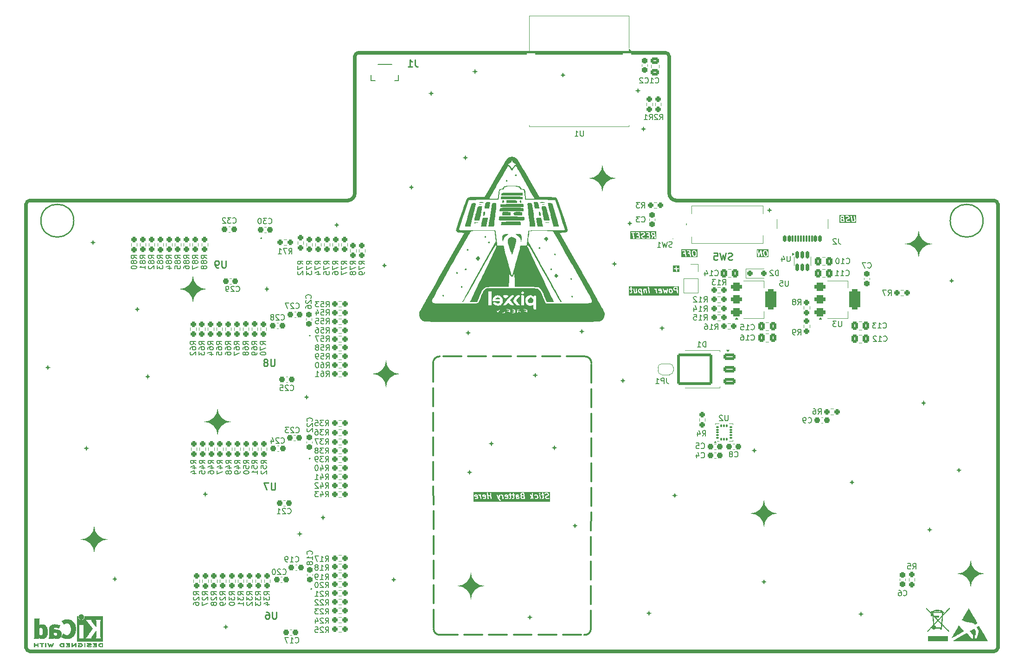
<source format=gbo>
%TF.GenerationSoftware,KiCad,Pcbnew,8.0.6*%
%TF.CreationDate,2024-12-17T00:00:43+05:30*%
%TF.ProjectId,FF1-LP-Badge,4646312d-4c50-42d4-9261-6467652e6b69,rev?*%
%TF.SameCoordinates,Original*%
%TF.FileFunction,Legend,Bot*%
%TF.FilePolarity,Positive*%
%FSLAX46Y46*%
G04 Gerber Fmt 4.6, Leading zero omitted, Abs format (unit mm)*
G04 Created by KiCad (PCBNEW 8.0.6) date 2024-12-17 00:00:43*
%MOMM*%
%LPD*%
G01*
G04 APERTURE LIST*
G04 Aperture macros list*
%AMRoundRect*
0 Rectangle with rounded corners*
0 $1 Rounding radius*
0 $2 $3 $4 $5 $6 $7 $8 $9 X,Y pos of 4 corners*
0 Add a 4 corners polygon primitive as box body*
4,1,4,$2,$3,$4,$5,$6,$7,$8,$9,$2,$3,0*
0 Add four circle primitives for the rounded corners*
1,1,$1+$1,$2,$3*
1,1,$1+$1,$4,$5*
1,1,$1+$1,$6,$7*
1,1,$1+$1,$8,$9*
0 Add four rect primitives between the rounded corners*
20,1,$1+$1,$2,$3,$4,$5,0*
20,1,$1+$1,$4,$5,$6,$7,0*
20,1,$1+$1,$6,$7,$8,$9,0*
20,1,$1+$1,$8,$9,$2,$3,0*%
%AMFreePoly0*
4,1,19,0.500000,-0.750000,0.000000,-0.750000,0.000000,-0.744911,-0.071157,-0.744911,-0.207708,-0.704816,-0.327430,-0.627875,-0.420627,-0.520320,-0.479746,-0.390866,-0.500000,-0.250000,-0.500000,0.250000,-0.479746,0.390866,-0.420627,0.520320,-0.327430,0.627875,-0.207708,0.704816,-0.071157,0.744911,0.000000,0.744911,0.000000,0.750000,0.500000,0.750000,0.500000,-0.750000,0.500000,-0.750000,
$1*%
%AMFreePoly1*
4,1,19,0.000000,0.744911,0.071157,0.744911,0.207708,0.704816,0.327430,0.627875,0.420627,0.520320,0.479746,0.390866,0.500000,0.250000,0.500000,-0.250000,0.479746,-0.390866,0.420627,-0.520320,0.327430,-0.627875,0.207708,-0.704816,0.071157,-0.744911,0.000000,-0.744911,0.000000,-0.750000,-0.500000,-0.750000,-0.500000,0.750000,0.000000,0.750000,0.000000,0.744911,0.000000,0.744911,
$1*%
G04 Aperture macros list end*
%ADD10C,0.000000*%
%ADD11C,0.254000*%
%ADD12C,0.635000*%
%ADD13C,0.300000*%
%ADD14C,0.200000*%
%ADD15C,0.150000*%
%ADD16C,0.120000*%
%ADD17C,0.100000*%
%ADD18C,0.010000*%
%ADD19C,3.200000*%
%ADD20RoundRect,0.237500X-0.237500X0.250000X-0.237500X-0.250000X0.237500X-0.250000X0.237500X0.250000X0*%
%ADD21RoundRect,0.237500X0.250000X0.237500X-0.250000X0.237500X-0.250000X-0.237500X0.250000X-0.237500X0*%
%ADD22RoundRect,0.250000X-0.337500X-0.475000X0.337500X-0.475000X0.337500X0.475000X-0.337500X0.475000X0*%
%ADD23R,0.850000X0.200000*%
%ADD24R,0.200000X0.850000*%
%ADD25R,3.600000X3.600000*%
%ADD26RoundRect,0.250000X-0.250000X-0.250000X0.250000X-0.250000X0.250000X0.250000X-0.250000X0.250000X0*%
%ADD27RoundRect,0.250000X-0.475000X0.337500X-0.475000X-0.337500X0.475000X-0.337500X0.475000X0.337500X0*%
%ADD28R,0.900000X1.250000*%
%ADD29R,0.600000X1.550000*%
%ADD30R,1.200000X1.800000*%
%ADD31RoundRect,0.237500X-0.237500X0.300000X-0.237500X-0.300000X0.237500X-0.300000X0.237500X0.300000X0*%
%ADD32RoundRect,0.237500X-0.300000X-0.237500X0.300000X-0.237500X0.300000X0.237500X-0.300000X0.237500X0*%
%ADD33RoundRect,0.375000X-0.625000X-0.375000X0.625000X-0.375000X0.625000X0.375000X-0.625000X0.375000X0*%
%ADD34RoundRect,0.500000X-0.500000X-1.400000X0.500000X-1.400000X0.500000X1.400000X-0.500000X1.400000X0*%
%ADD35RoundRect,0.237500X0.237500X-0.300000X0.237500X0.300000X-0.237500X0.300000X-0.237500X-0.300000X0*%
%ADD36C,0.650000*%
%ADD37RoundRect,0.150000X-0.150000X-0.425000X0.150000X-0.425000X0.150000X0.425000X-0.150000X0.425000X0*%
%ADD38RoundRect,0.075000X-0.075000X-0.500000X0.075000X-0.500000X0.075000X0.500000X-0.075000X0.500000X0*%
%ADD39O,1.000000X1.800000*%
%ADD40O,1.000000X2.100000*%
%ADD41RoundRect,0.237500X-0.250000X-0.237500X0.250000X-0.237500X0.250000X0.237500X-0.250000X0.237500X0*%
%ADD42RoundRect,0.237500X0.300000X0.237500X-0.300000X0.237500X-0.300000X-0.237500X0.300000X-0.237500X0*%
%ADD43FreePoly0,180.000000*%
%ADD44FreePoly1,180.000000*%
%ADD45RoundRect,0.250000X0.337500X0.475000X-0.337500X0.475000X-0.337500X-0.475000X0.337500X-0.475000X0*%
%ADD46RoundRect,0.237500X0.237500X-0.250000X0.237500X0.250000X-0.237500X0.250000X-0.237500X-0.250000X0*%
%ADD47R,1.500000X0.900000*%
%ADD48C,0.600000*%
%ADD49R,2.900000X2.900000*%
%ADD50C,2.590000*%
%ADD51RoundRect,0.087500X-0.187500X-0.087500X0.187500X-0.087500X0.187500X0.087500X-0.187500X0.087500X0*%
%ADD52RoundRect,0.087500X-0.087500X-0.187500X0.087500X-0.187500X0.087500X0.187500X-0.087500X0.187500X0*%
%ADD53RoundRect,0.250000X0.850000X0.350000X-0.850000X0.350000X-0.850000X-0.350000X0.850000X-0.350000X0*%
%ADD54RoundRect,0.249997X2.950003X2.650003X-2.950003X2.650003X-2.950003X-2.650003X2.950003X-2.650003X0*%
%ADD55RoundRect,0.150000X-0.150000X0.512500X-0.150000X-0.512500X0.150000X-0.512500X0.150000X0.512500X0*%
%ADD56R,1.700000X1.700000*%
%ADD57O,1.700000X1.700000*%
G04 APERTURE END LIST*
D10*
G36*
X252701612Y-125405694D02*
G01*
X252701612Y-125405694D01*
G75*
G03*
X253201612Y-125905694I499988J-6D01*
G01*
X253201612Y-125905694D01*
G75*
G03*
X252701612Y-126405694I-12J-500006D01*
G01*
X252701612Y-126405694D01*
G75*
G03*
X252201612Y-125905694I-500012J-6D01*
G01*
X252201612Y-125905694D01*
G75*
G03*
X252701612Y-125405694I-12J499994D01*
G01*
X252701612Y-125405694D01*
G37*
G36*
X157001612Y-54305694D02*
G01*
X157001612Y-54305694D01*
G75*
G03*
X157501612Y-54805694I499988J-6D01*
G01*
X157501612Y-54805694D01*
G75*
G03*
X157001612Y-55305694I-12J-500006D01*
G01*
X157001612Y-55305694D01*
G75*
G03*
X156501612Y-54805694I-500012J-6D01*
G01*
X156501612Y-54805694D01*
G75*
G03*
X157001612Y-54305694I-12J499994D01*
G01*
X157001612Y-54305694D01*
G37*
G36*
X120601612Y-69705694D02*
G01*
X120601612Y-69705694D01*
G75*
G03*
X121101612Y-70205694I499988J-6D01*
G01*
X121101612Y-70205694D01*
G75*
G03*
X120601612Y-70705694I-12J-500006D01*
G01*
X120601612Y-70705694D01*
G75*
G03*
X120101612Y-70205694I-500012J-6D01*
G01*
X120101612Y-70205694D01*
G75*
G03*
X120601612Y-69705694I-12J499994D01*
G01*
X120601612Y-69705694D01*
G37*
G36*
X236001612Y-51605694D02*
G01*
X236001612Y-51605694D01*
G75*
G03*
X236501612Y-52105694I499988J-6D01*
G01*
X236501612Y-52105694D01*
G75*
G03*
X236001612Y-52605694I-12J-500006D01*
G01*
X236001612Y-52605694D01*
G75*
G03*
X235501612Y-52105694I-500012J-6D01*
G01*
X235501612Y-52105694D01*
G75*
G03*
X236001612Y-51605694I-12J499994D01*
G01*
X236001612Y-51605694D01*
G37*
G36*
X198301612Y-26905694D02*
G01*
X198301612Y-26905694D01*
G75*
G03*
X198801612Y-27405694I499988J-6D01*
G01*
X198801612Y-27405694D01*
G75*
G03*
X198301612Y-27905694I-12J-500006D01*
G01*
X198301612Y-27905694D01*
G75*
G03*
X197801612Y-27405694I-500012J-6D01*
G01*
X197801612Y-27405694D01*
G75*
G03*
X198301612Y-26905694I-12J499994D01*
G01*
X198301612Y-26905694D01*
G37*
G36*
X167401612Y-119105694D02*
G01*
X167401612Y-119105694D01*
G75*
G03*
X167901612Y-119605694I499988J-6D01*
G01*
X167901612Y-119605694D01*
G75*
G03*
X167401612Y-120105694I-12J-500006D01*
G01*
X167401612Y-120105694D01*
G75*
G03*
X166901612Y-119605694I-500012J-6D01*
G01*
X166901612Y-119605694D01*
G75*
G03*
X167401612Y-119105694I-12J499994D01*
G01*
X167401612Y-119105694D01*
G37*
G36*
X270601612Y-99105694D02*
G01*
X270601612Y-99105694D01*
G75*
G03*
X271101612Y-99605694I499988J-6D01*
G01*
X271101612Y-99605694D01*
G75*
G03*
X270601612Y-100105694I-12J-500006D01*
G01*
X270601612Y-100105694D01*
G75*
G03*
X270101612Y-99605694I-500012J-6D01*
G01*
X270101612Y-99605694D01*
G75*
G03*
X270601612Y-99105694I-12J499994D01*
G01*
X270601612Y-99105694D01*
G37*
G36*
X111301612Y-95105694D02*
G01*
X111301612Y-95105694D01*
G75*
G03*
X111801612Y-95605694I499988J-6D01*
G01*
X111801612Y-95605694D01*
G75*
G03*
X111301612Y-96105694I-12J-500006D01*
G01*
X111301612Y-96105694D01*
G75*
G03*
X110801612Y-95605694I-500012J-6D01*
G01*
X110801612Y-95605694D01*
G75*
G03*
X111301612Y-95105694I-12J499994D01*
G01*
X111301612Y-95105694D01*
G37*
G36*
X165701612Y-61705694D02*
G01*
X165701612Y-61705694D01*
G75*
G03*
X166201612Y-62205694I499988J-6D01*
G01*
X166201612Y-62205694D01*
G75*
G03*
X165701612Y-62705694I-12J-500006D01*
G01*
X165701612Y-62705694D01*
G75*
G03*
X165201612Y-62205694I-500012J-6D01*
G01*
X165201612Y-62205694D01*
G75*
G03*
X165701612Y-61705694I-12J499994D01*
G01*
X165701612Y-61705694D01*
G37*
G36*
X207701612Y-61405694D02*
G01*
X207701612Y-61405694D01*
G75*
G03*
X208201612Y-61905694I499988J-6D01*
G01*
X208201612Y-61905694D01*
G75*
G03*
X207701612Y-62405694I-12J-500006D01*
G01*
X207701612Y-62405694D01*
G75*
G03*
X207201612Y-61905694I-500012J-6D01*
G01*
X207201612Y-61905694D01*
G75*
G03*
X207701612Y-61405694I-12J499994D01*
G01*
X207701612Y-61405694D01*
G37*
D11*
X109000000Y-54000000D02*
G75*
G02*
X103000000Y-54000000I-3000000J0D01*
G01*
X103000000Y-54000000D02*
G75*
G02*
X109000000Y-54000000I3000000J0D01*
G01*
X275000000Y-54000000D02*
G75*
G02*
X269000000Y-54000000I-3000000J0D01*
G01*
X269000000Y-54000000D02*
G75*
G02*
X275000000Y-54000000I3000000J0D01*
G01*
D12*
X217000000Y-23300000D02*
X217000000Y-23300000D01*
G75*
G02*
X217700000Y-24000000I0J-700000D01*
G01*
X217700000Y-49000000D01*
G75*
G03*
X219000000Y-50300000I1300000J0D01*
G01*
X277000000Y-50300000D01*
G75*
G02*
X277700000Y-51000000I0J-700000D01*
G01*
X277700000Y-132000000D01*
G75*
G02*
X277000000Y-132700000I-700000J0D01*
G01*
X101000000Y-132700000D01*
G75*
G02*
X100300000Y-132000000I0J700000D01*
G01*
X100300000Y-51000000D01*
G75*
G02*
X101000000Y-50300000I700000J0D01*
G01*
X159000000Y-50300000D01*
G75*
G03*
X160300000Y-49000000I0J1300000D01*
G01*
X160300000Y-24000000D01*
G75*
G02*
X161000000Y-23300000I700000J0D01*
G01*
X217000000Y-23300000D01*
D10*
G36*
X181250000Y-99500000D02*
G01*
X181250000Y-99500000D01*
G75*
G03*
X181750000Y-100000000I500000J0D01*
G01*
X181750000Y-100000000D01*
G75*
G03*
X181250000Y-100500000I0J-500000D01*
G01*
X181250000Y-100500000D01*
G75*
G03*
X180750000Y-100000000I-500000J0D01*
G01*
X180750000Y-100000000D01*
G75*
G03*
X181250000Y-99500000I0J500000D01*
G01*
X181250000Y-99500000D01*
G37*
G36*
X196750000Y-95000000D02*
G01*
X196750000Y-95000000D01*
G75*
G03*
X197250000Y-95500000I500000J0D01*
G01*
X197250000Y-95500000D01*
G75*
G03*
X196750000Y-96000000I0J-500000D01*
G01*
X196750000Y-96000000D01*
G75*
G03*
X196250000Y-95500000I-500000J0D01*
G01*
X196250000Y-95500000D01*
G75*
G03*
X196750000Y-95000000I0J500000D01*
G01*
X196750000Y-95000000D01*
G37*
G36*
X136750000Y-127750000D02*
G01*
X136750000Y-127750000D01*
G75*
G03*
X137250000Y-128250000I500000J0D01*
G01*
X137250000Y-128250000D01*
G75*
G03*
X136750000Y-128750000I0J-500000D01*
G01*
X136750000Y-128750000D01*
G75*
G03*
X136250000Y-128250000I-500000J0D01*
G01*
X136250000Y-128250000D01*
G75*
G03*
X136750000Y-127750000I0J500000D01*
G01*
X136750000Y-127750000D01*
G37*
G36*
X154500000Y-107750000D02*
G01*
X154500000Y-107750000D01*
G75*
G03*
X155000000Y-108250000I500000J0D01*
G01*
X155000000Y-108250000D01*
G75*
G03*
X154500000Y-108750000I0J-500000D01*
G01*
X154500000Y-108750000D01*
G75*
G03*
X154000000Y-108250000I-500000J0D01*
G01*
X154000000Y-108250000D01*
G75*
G03*
X154500000Y-107750000I0J500000D01*
G01*
X154500000Y-107750000D01*
G37*
G36*
X112500000Y-57500000D02*
G01*
X112500000Y-57500000D01*
G75*
G03*
X113000000Y-58000000I500000J0D01*
G01*
X113000000Y-58000000D01*
G75*
G03*
X112500000Y-58500000I0J-500000D01*
G01*
X112500000Y-58500000D01*
G75*
G03*
X112000000Y-58000000I-500000J0D01*
G01*
X112000000Y-58000000D01*
G75*
G03*
X112500000Y-57500000I0J500000D01*
G01*
X112500000Y-57500000D01*
G37*
G36*
X122500000Y-82000000D02*
G01*
X122500000Y-82000000D01*
G75*
G03*
X123000000Y-82500000I500000J0D01*
G01*
X123000000Y-82500000D01*
G75*
G03*
X122500000Y-83000000I0J-500000D01*
G01*
X122500000Y-83000000D01*
G75*
G03*
X122000000Y-82500000I-500000J0D01*
G01*
X122000000Y-82500000D01*
G75*
G03*
X122500000Y-82000000I0J500000D01*
G01*
X122500000Y-82000000D01*
G37*
G36*
X151500000Y-85750000D02*
G01*
X151500000Y-85750000D01*
G75*
G03*
X152000000Y-86250000I500000J0D01*
G01*
X152000000Y-86250000D01*
G75*
G03*
X151500000Y-86750000I0J-500000D01*
G01*
X151500000Y-86750000D01*
G75*
G03*
X151000000Y-86250000I-500000J0D01*
G01*
X151000000Y-86250000D01*
G75*
G03*
X151500000Y-85750000I0J500000D01*
G01*
X151500000Y-85750000D01*
G37*
G36*
X193250000Y-81750000D02*
G01*
X193250000Y-81750000D01*
G75*
G03*
X193750000Y-82250000I500000J0D01*
G01*
X193750000Y-82250000D01*
G75*
G03*
X193250000Y-82750000I0J-500000D01*
G01*
X193250000Y-82750000D01*
G75*
G03*
X192750000Y-82250000I-500000J0D01*
G01*
X192750000Y-82250000D01*
G75*
G03*
X193250000Y-81750000I0J500000D01*
G01*
X193250000Y-81750000D01*
G37*
G36*
X181000000Y-74000000D02*
G01*
X181000000Y-74000000D01*
G75*
G03*
X181500000Y-74500000I500000J0D01*
G01*
X181500000Y-74500000D01*
G75*
G03*
X181000000Y-75000000I0J-500000D01*
G01*
X181000000Y-75000000D01*
G75*
G03*
X180500000Y-74500000I-500000J0D01*
G01*
X180500000Y-74500000D01*
G75*
G03*
X181000000Y-74000000I0J500000D01*
G01*
X181000000Y-74000000D01*
G37*
G36*
X180500000Y-42000000D02*
G01*
X180500000Y-42000000D01*
G75*
G03*
X181000000Y-42500000I500000J0D01*
G01*
X181000000Y-42500000D01*
G75*
G03*
X180500000Y-43000000I0J-500000D01*
G01*
X180500000Y-43000000D01*
G75*
G03*
X180000000Y-42500000I-500000J0D01*
G01*
X180000000Y-42500000D01*
G75*
G03*
X180500000Y-42000000I0J500000D01*
G01*
X180500000Y-42000000D01*
G37*
G36*
X182250000Y-26250000D02*
G01*
X182250000Y-26250000D01*
G75*
G03*
X182750000Y-26750000I500000J0D01*
G01*
X182750000Y-26750000D01*
G75*
G03*
X182250000Y-27250000I0J-500000D01*
G01*
X182250000Y-27250000D01*
G75*
G03*
X181750000Y-26750000I-500000J0D01*
G01*
X181750000Y-26750000D01*
G75*
G03*
X182250000Y-26250000I0J500000D01*
G01*
X182250000Y-26250000D01*
G37*
G36*
X212000000Y-29750000D02*
G01*
X212000000Y-29750000D01*
G75*
G03*
X212500000Y-30250000I500000J0D01*
G01*
X212500000Y-30250000D01*
G75*
G03*
X212000000Y-30750000I0J-500000D01*
G01*
X212000000Y-30750000D01*
G75*
G03*
X211500000Y-30250000I-500000J0D01*
G01*
X211500000Y-30250000D01*
G75*
G03*
X212000000Y-29750000I0J500000D01*
G01*
X212000000Y-29750000D01*
G37*
G36*
X201750000Y-73750000D02*
G01*
X201750000Y-73750000D01*
G75*
G03*
X202250000Y-74250000I500000J0D01*
G01*
X202250000Y-74250000D01*
G75*
G03*
X201750000Y-74750000I0J-500000D01*
G01*
X201750000Y-74750000D01*
G75*
G03*
X201250000Y-74250000I-500000J0D01*
G01*
X201250000Y-74250000D01*
G75*
G03*
X201750000Y-73750000I0J500000D01*
G01*
X201750000Y-73750000D01*
G37*
G36*
X192250000Y-126000000D02*
G01*
X192250000Y-126000000D01*
G75*
G03*
X192750000Y-126500000I500000J0D01*
G01*
X192750000Y-126500000D01*
G75*
G03*
X192250000Y-127000000I0J-500000D01*
G01*
X192250000Y-127000000D01*
G75*
G03*
X191750000Y-126500000I-500000J0D01*
G01*
X191750000Y-126500000D01*
G75*
G03*
X192250000Y-126000000I0J500000D01*
G01*
X192250000Y-126000000D01*
G37*
G36*
X200500000Y-109250000D02*
G01*
X200500000Y-109250000D01*
G75*
G03*
X201000000Y-109750000I500000J0D01*
G01*
X201000000Y-109750000D01*
G75*
G03*
X200500000Y-110250000I0J-500000D01*
G01*
X200500000Y-110250000D01*
G75*
G03*
X200000000Y-109750000I-500000J0D01*
G01*
X200000000Y-109750000D01*
G75*
G03*
X200500000Y-109250000I0J500000D01*
G01*
X200500000Y-109250000D01*
G37*
G36*
X214000000Y-125250000D02*
G01*
X214000000Y-125250000D01*
G75*
G03*
X214500000Y-125750000I500000J0D01*
G01*
X214500000Y-125750000D01*
G75*
G03*
X214000000Y-126250000I0J-500000D01*
G01*
X214000000Y-126250000D01*
G75*
G03*
X213500000Y-125750000I-500000J0D01*
G01*
X213500000Y-125750000D01*
G75*
G03*
X214000000Y-125250000I0J500000D01*
G01*
X214000000Y-125250000D01*
G37*
G36*
X135250000Y-88250000D02*
G01*
X135250000Y-88250000D01*
G75*
G03*
X137750000Y-90750000I2500000J0D01*
G01*
X137750000Y-90750000D01*
G75*
G03*
X135250000Y-93250000I0J-2500000D01*
G01*
X135250000Y-93250000D01*
G75*
G03*
X132750000Y-90750000I-2500000J0D01*
G01*
X132750000Y-90750000D01*
G75*
G03*
X135250000Y-88250000I0J2500000D01*
G01*
X135250000Y-88250000D01*
G37*
G36*
X251081963Y-101324886D02*
G01*
X251081963Y-101324886D01*
G75*
G03*
X251581963Y-101824886I500037J-14D01*
G01*
X251581963Y-101824886D01*
G75*
G03*
X251081963Y-102324886I37J-500014D01*
G01*
X251081963Y-102324886D01*
G75*
G03*
X250581963Y-101824886I-499963J-14D01*
G01*
X250581963Y-101824886D01*
G75*
G03*
X251081963Y-101324886I37J499986D01*
G01*
X251081963Y-101324886D01*
G37*
G36*
X218713418Y-103725850D02*
G01*
X218713418Y-103725850D01*
G75*
G03*
X219213418Y-104225850I499982J50D01*
G01*
X219213418Y-104225850D01*
G75*
G03*
X218713418Y-104725850I-18J-500050D01*
G01*
X218713418Y-104725850D01*
G75*
G03*
X218213418Y-104225850I-500018J-50D01*
G01*
X218213418Y-104225850D01*
G75*
G03*
X218713418Y-103725850I-18J500050D01*
G01*
X218713418Y-103725850D01*
G37*
G36*
X216401379Y-73135795D02*
G01*
X216401379Y-73135795D01*
G75*
G03*
X216901379Y-73635795I500021J-5D01*
G01*
X216901379Y-73635795D01*
G75*
G03*
X216401379Y-74135795I21J-500005D01*
G01*
X216401379Y-74135795D01*
G75*
G03*
X215901379Y-73635795I-499979J-5D01*
G01*
X215901379Y-73635795D01*
G75*
G03*
X216401379Y-73135795I21J499995D01*
G01*
X216401379Y-73135795D01*
G37*
G36*
X209250000Y-82750000D02*
G01*
X209250000Y-82750000D01*
G75*
G03*
X209750000Y-83250000I500000J0D01*
G01*
X209750000Y-83250000D01*
G75*
G03*
X209250000Y-83750000I0J-500000D01*
G01*
X209250000Y-83750000D01*
G75*
G03*
X208750000Y-83250000I-500000J0D01*
G01*
X208750000Y-83250000D01*
G75*
G03*
X209250000Y-82750000I0J500000D01*
G01*
X209250000Y-82750000D01*
G37*
G36*
X185250000Y-94250000D02*
G01*
X185250000Y-94250000D01*
G75*
G03*
X185750000Y-94750000I500000J0D01*
G01*
X185750000Y-94750000D01*
G75*
G03*
X185250000Y-95250000I0J-500000D01*
G01*
X185250000Y-95250000D01*
G75*
G03*
X184750000Y-94750000I-500000J0D01*
G01*
X184750000Y-94750000D01*
G75*
G03*
X185250000Y-94250000I0J500000D01*
G01*
X185250000Y-94250000D01*
G37*
G36*
X264153876Y-86830180D02*
G01*
X264153876Y-86830180D01*
G75*
G03*
X264653876Y-87330180I500024J-20D01*
G01*
X264653876Y-87330180D01*
G75*
G03*
X264153876Y-87830180I24J-500020D01*
G01*
X264153876Y-87830180D01*
G75*
G03*
X263653876Y-87330180I-499976J-20D01*
G01*
X263653876Y-87330180D01*
G75*
G03*
X264153876Y-86830180I24J499980D01*
G01*
X264153876Y-86830180D01*
G37*
G36*
X116500000Y-119000000D02*
G01*
X116500000Y-119000000D01*
G75*
G03*
X117000000Y-119500000I500000J0D01*
G01*
X117000000Y-119500000D01*
G75*
G03*
X116500000Y-120000000I0J-500000D01*
G01*
X116500000Y-120000000D01*
G75*
G03*
X116000000Y-119500000I-500000J0D01*
G01*
X116000000Y-119500000D01*
G75*
G03*
X116500000Y-119000000I0J500000D01*
G01*
X116500000Y-119000000D01*
G37*
G36*
X104267488Y-80338686D02*
G01*
X104267488Y-80338686D01*
G75*
G03*
X104767488Y-80838686I500012J-14D01*
G01*
X104767488Y-80838686D01*
G75*
G03*
X104267488Y-81338686I12J-500014D01*
G01*
X104267488Y-81338686D01*
G75*
G03*
X103767488Y-80838686I-499988J-14D01*
G01*
X103767488Y-80838686D01*
G75*
G03*
X104267488Y-80338686I12J499986D01*
G01*
X104267488Y-80338686D01*
G37*
G36*
X150250000Y-110750000D02*
G01*
X150250000Y-110750000D01*
G75*
G03*
X150750000Y-111250000I500000J0D01*
G01*
X150750000Y-111250000D01*
G75*
G03*
X150250000Y-111750000I0J-500000D01*
G01*
X150250000Y-111750000D01*
G75*
G03*
X149750000Y-111250000I-500000J0D01*
G01*
X149750000Y-111250000D01*
G75*
G03*
X150250000Y-110750000I0J500000D01*
G01*
X150250000Y-110750000D01*
G37*
G36*
X133000000Y-103500000D02*
G01*
X133000000Y-103500000D01*
G75*
G03*
X133500000Y-104000000I500000J0D01*
G01*
X133500000Y-104000000D01*
G75*
G03*
X133000000Y-104500000I0J-500000D01*
G01*
X133000000Y-104500000D01*
G75*
G03*
X132500000Y-104000000I-500000J0D01*
G01*
X132500000Y-104000000D01*
G75*
G03*
X133000000Y-103500000I0J500000D01*
G01*
X133000000Y-103500000D01*
G37*
G36*
X144250000Y-66000000D02*
G01*
X144250000Y-66000000D01*
G75*
G03*
X144750000Y-66500000I500000J0D01*
G01*
X144750000Y-66500000D01*
G75*
G03*
X144250000Y-67000000I0J-500000D01*
G01*
X144250000Y-67000000D01*
G75*
G03*
X143750000Y-66500000I-500000J0D01*
G01*
X143750000Y-66500000D01*
G75*
G03*
X144250000Y-66000000I0J500000D01*
G01*
X144250000Y-66000000D01*
G37*
G36*
X170636781Y-47393049D02*
G01*
X170636781Y-47393049D01*
G75*
G03*
X171136781Y-47893049I500019J49D01*
G01*
X171136781Y-47893049D01*
G75*
G03*
X170636781Y-48393049I19J-500051D01*
G01*
X170636781Y-48393049D01*
G75*
G03*
X170136781Y-47893049I-499981J-51D01*
G01*
X170136781Y-47893049D01*
G75*
G03*
X170636781Y-47393049I19J500049D01*
G01*
X170636781Y-47393049D01*
G37*
G36*
X174250000Y-30250000D02*
G01*
X174250000Y-30250000D01*
G75*
G03*
X174750000Y-30750000I500000J0D01*
G01*
X174750000Y-30750000D01*
G75*
G03*
X174250000Y-31250000I0J-500000D01*
G01*
X174250000Y-31250000D01*
G75*
G03*
X173750000Y-30750000I-500000J0D01*
G01*
X173750000Y-30750000D01*
G75*
G03*
X174250000Y-30250000I0J500000D01*
G01*
X174250000Y-30250000D01*
G37*
G36*
X213000000Y-36750000D02*
G01*
X213000000Y-36750000D01*
G75*
G03*
X213500000Y-37250000I500000J0D01*
G01*
X213500000Y-37250000D01*
G75*
G03*
X213000000Y-37750000I0J-500000D01*
G01*
X213000000Y-37750000D01*
G75*
G03*
X212500000Y-37250000I-500000J0D01*
G01*
X212500000Y-37250000D01*
G75*
G03*
X213000000Y-36750000I0J500000D01*
G01*
X213000000Y-36750000D01*
G37*
G36*
X210500000Y-54000000D02*
G01*
X210500000Y-54000000D01*
G75*
G03*
X211000000Y-54500000I500000J0D01*
G01*
X211000000Y-54500000D01*
G75*
G03*
X210500000Y-55000000I0J-500000D01*
G01*
X210500000Y-55000000D01*
G75*
G03*
X210000000Y-54500000I-500000J0D01*
G01*
X210000000Y-54500000D01*
G75*
G03*
X210500000Y-54000000I0J500000D01*
G01*
X210500000Y-54000000D01*
G37*
G36*
X233250000Y-95500000D02*
G01*
X233250000Y-95500000D01*
G75*
G03*
X233750000Y-96000000I500000J0D01*
G01*
X233750000Y-96000000D01*
G75*
G03*
X233250000Y-96500000I0J-500000D01*
G01*
X233250000Y-96500000D01*
G75*
G03*
X232750000Y-96000000I-500000J0D01*
G01*
X232750000Y-96000000D01*
G75*
G03*
X233250000Y-95500000I0J500000D01*
G01*
X233250000Y-95500000D01*
G37*
G36*
X269250000Y-64500000D02*
G01*
X269250000Y-64500000D01*
G75*
G03*
X269750000Y-65000000I500000J0D01*
G01*
X269750000Y-65000000D01*
G75*
G03*
X269250000Y-65500000I0J-500000D01*
G01*
X269250000Y-65500000D01*
G75*
G03*
X268750000Y-65000000I-500000J0D01*
G01*
X268750000Y-65000000D01*
G75*
G03*
X269250000Y-64500000I0J500000D01*
G01*
X269250000Y-64500000D01*
G37*
G36*
X265250000Y-110000000D02*
G01*
X265250000Y-110000000D01*
G75*
G03*
X265750000Y-110500000I500000J0D01*
G01*
X265750000Y-110500000D01*
G75*
G03*
X265250000Y-111000000I0J-500000D01*
G01*
X265250000Y-111000000D01*
G75*
G03*
X264750000Y-110500000I-500000J0D01*
G01*
X264750000Y-110500000D01*
G75*
G03*
X265250000Y-110000000I0J500000D01*
G01*
X265250000Y-110000000D01*
G37*
G36*
X235000000Y-119500000D02*
G01*
X235000000Y-119500000D01*
G75*
G03*
X235500000Y-120000000I500000J0D01*
G01*
X235500000Y-120000000D01*
G75*
G03*
X235000000Y-120500000I0J-500000D01*
G01*
X235000000Y-120500000D01*
G75*
G03*
X234500000Y-120000000I-500000J0D01*
G01*
X234500000Y-120000000D01*
G75*
G03*
X235000000Y-119500000I0J500000D01*
G01*
X235000000Y-119500000D01*
G37*
G36*
X112718438Y-109751311D02*
G01*
X112718438Y-109751311D01*
G75*
G03*
X115218438Y-112251311I2499962J11D01*
G01*
X115218438Y-112251311D01*
G75*
G03*
X112718438Y-114751311I-38J-2499989D01*
G01*
X112718438Y-114751311D01*
G75*
G03*
X110218438Y-112251311I-2500038J11D01*
G01*
X110218438Y-112251311D01*
G75*
G03*
X112718438Y-109751311I-38J2500011D01*
G01*
X112718438Y-109751311D01*
G37*
G36*
X130750000Y-64000000D02*
G01*
X130750000Y-64000000D01*
G75*
G03*
X133250000Y-66500000I2500000J0D01*
G01*
X133250000Y-66500000D01*
G75*
G03*
X130750000Y-69000000I0J-2500000D01*
G01*
X130750000Y-69000000D01*
G75*
G03*
X128250000Y-66500000I-2500000J0D01*
G01*
X128250000Y-66500000D01*
G75*
G03*
X130750000Y-64000000I0J2500000D01*
G01*
X130750000Y-64000000D01*
G37*
G36*
X166000000Y-79500000D02*
G01*
X166000000Y-79500000D01*
G75*
G03*
X168500000Y-82000000I2500000J0D01*
G01*
X168500000Y-82000000D01*
G75*
G03*
X166000000Y-84500000I0J-2500000D01*
G01*
X166000000Y-84500000D01*
G75*
G03*
X163500000Y-82000000I-2500000J0D01*
G01*
X163500000Y-82000000D01*
G75*
G03*
X166000000Y-79500000I0J2500000D01*
G01*
X166000000Y-79500000D01*
G37*
G36*
X181500000Y-118250000D02*
G01*
X181500000Y-118250000D01*
G75*
G03*
X184000000Y-120750000I2500000J0D01*
G01*
X184000000Y-120750000D01*
G75*
G03*
X181500000Y-123250000I0J-2500000D01*
G01*
X181500000Y-123250000D01*
G75*
G03*
X179000000Y-120750000I-2500000J0D01*
G01*
X179000000Y-120750000D01*
G75*
G03*
X181500000Y-118250000I0J2500000D01*
G01*
X181500000Y-118250000D01*
G37*
G36*
X205500000Y-43750000D02*
G01*
X205500000Y-43750000D01*
G75*
G03*
X208000000Y-46250000I2500000J0D01*
G01*
X208000000Y-46250000D01*
G75*
G03*
X205500000Y-48750000I0J-2500000D01*
G01*
X205500000Y-48750000D01*
G75*
G03*
X203000000Y-46250000I-2500000J0D01*
G01*
X203000000Y-46250000D01*
G75*
G03*
X205500000Y-43750000I0J2500000D01*
G01*
X205500000Y-43750000D01*
G37*
G36*
X272750000Y-116000000D02*
G01*
X272750000Y-116000000D01*
G75*
G03*
X275250000Y-118500000I2500000J0D01*
G01*
X275250000Y-118500000D01*
G75*
G03*
X272750000Y-121000000I0J-2500000D01*
G01*
X272750000Y-121000000D01*
G75*
G03*
X270250000Y-118500000I-2500000J0D01*
G01*
X270250000Y-118500000D01*
G75*
G03*
X272750000Y-116000000I0J2500000D01*
G01*
X272750000Y-116000000D01*
G37*
G36*
X263250000Y-55750000D02*
G01*
X263250000Y-55750000D01*
G75*
G03*
X265750000Y-58250000I2500000J0D01*
G01*
X265750000Y-58250000D01*
G75*
G03*
X263250000Y-60750000I0J-2500000D01*
G01*
X263250000Y-60750000D01*
G75*
G03*
X260750000Y-58250000I-2500000J0D01*
G01*
X260750000Y-58250000D01*
G75*
G03*
X263250000Y-55750000I0J2500000D01*
G01*
X263250000Y-55750000D01*
G37*
G36*
X235000000Y-105000000D02*
G01*
X235000000Y-105000000D01*
G75*
G03*
X237500000Y-107500000I2500000J0D01*
G01*
X237500000Y-107500000D01*
G75*
G03*
X235000000Y-110000000I0J-2500000D01*
G01*
X235000000Y-110000000D01*
G75*
G03*
X232500000Y-107500000I-2500000J0D01*
G01*
X232500000Y-107500000D01*
G75*
G03*
X235000000Y-105000000I0J2500000D01*
G01*
X235000000Y-105000000D01*
G37*
D13*
X202300000Y-78800000D02*
X199000000Y-78799482D01*
X197800000Y-78799294D02*
X194500000Y-78798776D01*
X193300000Y-78798588D02*
X190000000Y-78798070D01*
X188800000Y-78797881D02*
X185500000Y-78797363D01*
X184300000Y-78797175D02*
X181000000Y-78796657D01*
X179800000Y-78796469D02*
X176500000Y-78795951D01*
X175800000Y-129700000D02*
X179100000Y-129700000D01*
X180300000Y-129700000D02*
X183600000Y-129700000D01*
X184800000Y-129700000D02*
X188100000Y-129700000D01*
X189300000Y-129700000D02*
X192600000Y-129700000D01*
X193800000Y-129700000D02*
X197100000Y-129700000D01*
X198300000Y-129700000D02*
X201600000Y-129700000D01*
X174600000Y-80100000D02*
X174606804Y-83399993D01*
X174609278Y-84599990D02*
X174616082Y-87899983D01*
X174618557Y-89099981D02*
X174625361Y-92399974D01*
X174627835Y-93599971D02*
X174634639Y-96899964D01*
X174637113Y-98099962D02*
X174643917Y-101399955D01*
X174646392Y-102599952D02*
X174653196Y-105899945D01*
X174655670Y-107099943D02*
X174662474Y-110399936D01*
X174664948Y-111599933D02*
X174671752Y-114899926D01*
X174674227Y-116099923D02*
X174681031Y-119399916D01*
X174683505Y-120599914D02*
X174690309Y-123899907D01*
X174692783Y-125099904D02*
X174699587Y-128399897D01*
X203404536Y-128600000D02*
G75*
G02*
X202200000Y-129700000I-1104536J0D01*
G01*
X202300000Y-78800000D02*
G75*
G02*
X203500000Y-80000000I0J-1200000D01*
G01*
X174600000Y-80100000D02*
G75*
G02*
X175800000Y-78795841I1200000J100000D01*
G01*
X175800000Y-129700000D02*
G75*
G02*
X174700000Y-128600000I0J1100000D01*
G01*
X203400000Y-128600000D02*
X203406790Y-125300007D01*
X203409259Y-124100010D02*
X203416049Y-120800017D01*
X203418518Y-119600019D02*
X203425309Y-116300026D01*
X203427778Y-115100029D02*
X203434568Y-111800036D01*
X203437037Y-110600038D02*
X203443827Y-107300045D01*
X203446296Y-106100048D02*
X203453086Y-102800055D01*
X203455555Y-101600057D02*
X203462346Y-98300064D01*
X203464815Y-97100067D02*
X203471605Y-93800074D01*
X203474074Y-92600076D02*
X203480864Y-89300083D01*
X203483333Y-88100086D02*
X203490123Y-84800093D01*
X203492592Y-83600095D02*
X203499383Y-80300102D01*
D14*
G36*
X214963477Y-56591028D02*
G01*
X214718156Y-56591028D01*
X214650257Y-56559075D01*
X214618221Y-56530598D01*
X214578008Y-56466258D01*
X214565943Y-56369738D01*
X214586616Y-56314610D01*
X214604247Y-56294460D01*
X214655326Y-56267219D01*
X214923001Y-56267219D01*
X214963477Y-56591028D01*
G37*
G36*
X215347131Y-57378330D02*
G01*
X210611612Y-57378330D01*
X210611612Y-56147710D01*
X210722723Y-56147710D01*
X210722723Y-56186728D01*
X210737655Y-56222776D01*
X210765245Y-56250366D01*
X210801293Y-56265298D01*
X210820802Y-56267219D01*
X211018239Y-56267219D01*
X211132289Y-57179622D01*
X211136615Y-57198742D01*
X211155903Y-57232660D01*
X211186702Y-57256615D01*
X211224324Y-57266960D01*
X211263041Y-57262121D01*
X211296958Y-57242833D01*
X211320913Y-57212034D01*
X211331258Y-57174412D01*
X211330745Y-57154815D01*
X211219795Y-56267219D01*
X211392231Y-56267219D01*
X211411740Y-56265298D01*
X211447788Y-56250366D01*
X211475378Y-56222776D01*
X211490310Y-56186728D01*
X211490310Y-56147710D01*
X211579866Y-56147710D01*
X211579866Y-56186728D01*
X211594798Y-56222776D01*
X211622388Y-56250366D01*
X211658436Y-56265298D01*
X211677945Y-56267219D01*
X212065858Y-56267219D01*
X212100381Y-56543409D01*
X211880326Y-56543409D01*
X211860817Y-56545330D01*
X211824769Y-56560262D01*
X211797179Y-56587852D01*
X211782247Y-56623900D01*
X211782247Y-56662918D01*
X211797179Y-56698966D01*
X211824769Y-56726556D01*
X211860817Y-56741488D01*
X211880326Y-56743409D01*
X212125381Y-56743409D01*
X212165858Y-57067219D01*
X211802945Y-57067219D01*
X211783436Y-57069140D01*
X211747388Y-57084072D01*
X211719798Y-57111662D01*
X211704866Y-57147710D01*
X211704866Y-57186728D01*
X211719798Y-57222776D01*
X211747388Y-57250366D01*
X211783436Y-57265298D01*
X211802945Y-57267219D01*
X212279136Y-57267219D01*
X212298645Y-57265298D01*
X212304437Y-57262898D01*
X212310660Y-57262121D01*
X212322313Y-57255494D01*
X212334693Y-57250366D01*
X212339126Y-57245932D01*
X212344577Y-57242833D01*
X212352805Y-57232253D01*
X212362283Y-57222776D01*
X212364682Y-57216983D01*
X212368532Y-57212034D01*
X212372085Y-57199112D01*
X212377215Y-57186728D01*
X212377215Y-57180456D01*
X212378877Y-57174412D01*
X212378364Y-57154815D01*
X212262591Y-56228633D01*
X212489616Y-56228633D01*
X212502434Y-56265485D01*
X212528380Y-56294627D01*
X212563502Y-56311622D01*
X212602455Y-56313882D01*
X212621512Y-56309288D01*
X212742460Y-56267219D01*
X212941306Y-56267219D01*
X213009204Y-56299171D01*
X213041239Y-56327646D01*
X213081453Y-56391988D01*
X213087566Y-56440890D01*
X213066893Y-56496017D01*
X213049263Y-56516166D01*
X212986649Y-56549560D01*
X212813672Y-56594200D01*
X212810983Y-56595183D01*
X212809719Y-56595307D01*
X212802551Y-56598268D01*
X212795262Y-56600935D01*
X212794246Y-56601699D01*
X212791602Y-56602792D01*
X212702315Y-56650412D01*
X212690180Y-56658503D01*
X212688409Y-56659379D01*
X212687287Y-56660431D01*
X212686005Y-56661287D01*
X212684747Y-56662815D01*
X212674117Y-56672796D01*
X212632450Y-56720415D01*
X212624115Y-56732071D01*
X212622723Y-56733562D01*
X212622003Y-56735025D01*
X212621048Y-56736362D01*
X212620390Y-56738306D01*
X212614074Y-56751154D01*
X212578360Y-56846392D01*
X212573309Y-56865333D01*
X212573464Y-56869902D01*
X212572252Y-56874311D01*
X212572765Y-56893908D01*
X212584670Y-56989146D01*
X212588996Y-57008266D01*
X212590038Y-57010099D01*
X212590387Y-57012180D01*
X212599098Y-57029741D01*
X212658621Y-57124980D01*
X212662655Y-57130213D01*
X212663679Y-57132324D01*
X212667321Y-57136265D01*
X212670590Y-57140505D01*
X212672495Y-57141863D01*
X212676984Y-57146721D01*
X212730556Y-57194340D01*
X212735987Y-57198287D01*
X212737579Y-57200037D01*
X212742132Y-57202754D01*
X212746414Y-57205866D01*
X212748644Y-57206639D01*
X212754413Y-57210082D01*
X212855603Y-57257701D01*
X212874074Y-57264270D01*
X212876464Y-57264382D01*
X212878674Y-57265298D01*
X212898183Y-57267219D01*
X213136279Y-57267219D01*
X213147502Y-57266113D01*
X213150074Y-57266263D01*
X213152895Y-57265582D01*
X213155788Y-57265298D01*
X213158169Y-57264311D01*
X213169131Y-57261669D01*
X213306035Y-57214050D01*
X213323830Y-57205826D01*
X213352972Y-57179880D01*
X213369967Y-57144758D01*
X213372227Y-57105805D01*
X213359409Y-57068953D01*
X213333463Y-57039811D01*
X213298341Y-57022816D01*
X213259388Y-57020556D01*
X213240331Y-57025150D01*
X213119383Y-57067219D01*
X212920537Y-57067219D01*
X212852638Y-57035266D01*
X212820600Y-57006787D01*
X212780389Y-56942450D01*
X212774276Y-56893546D01*
X212794949Y-56838419D01*
X212812580Y-56818270D01*
X212875193Y-56784876D01*
X213048171Y-56740237D01*
X213050859Y-56739253D01*
X213052124Y-56739130D01*
X213059286Y-56736170D01*
X213066581Y-56733502D01*
X213067597Y-56732736D01*
X213070242Y-56731644D01*
X213159528Y-56684025D01*
X213171662Y-56675933D01*
X213173434Y-56675058D01*
X213174555Y-56674005D01*
X213175838Y-56673150D01*
X213177095Y-56671621D01*
X213187726Y-56661641D01*
X213229393Y-56614022D01*
X213237727Y-56602365D01*
X213239120Y-56600875D01*
X213239839Y-56599411D01*
X213240795Y-56598075D01*
X213241452Y-56596130D01*
X213247769Y-56583283D01*
X213283483Y-56488045D01*
X213288534Y-56469104D01*
X213288378Y-56464534D01*
X213289591Y-56460126D01*
X213289078Y-56440529D01*
X213277173Y-56345291D01*
X213272847Y-56326171D01*
X213271803Y-56324335D01*
X213271455Y-56322256D01*
X213262745Y-56304695D01*
X213203221Y-56209457D01*
X213199185Y-56204222D01*
X213198163Y-56202113D01*
X213194523Y-56198175D01*
X213191252Y-56193931D01*
X213189344Y-56192570D01*
X213184858Y-56187716D01*
X213139852Y-56147710D01*
X213437009Y-56147710D01*
X213437009Y-56186728D01*
X213451941Y-56222776D01*
X213479531Y-56250366D01*
X213515579Y-56265298D01*
X213535088Y-56267219D01*
X213923001Y-56267219D01*
X213957524Y-56543409D01*
X213737469Y-56543409D01*
X213717960Y-56545330D01*
X213681912Y-56560262D01*
X213654322Y-56587852D01*
X213639390Y-56623900D01*
X213639390Y-56662918D01*
X213654322Y-56698966D01*
X213681912Y-56726556D01*
X213717960Y-56741488D01*
X213737469Y-56743409D01*
X213982524Y-56743409D01*
X214023001Y-57067219D01*
X213660088Y-57067219D01*
X213640579Y-57069140D01*
X213604531Y-57084072D01*
X213576941Y-57111662D01*
X213562009Y-57147710D01*
X213562009Y-57186728D01*
X213576941Y-57222776D01*
X213604531Y-57250366D01*
X213640579Y-57265298D01*
X213660088Y-57267219D01*
X214136279Y-57267219D01*
X214155788Y-57265298D01*
X214161580Y-57262898D01*
X214167803Y-57262121D01*
X214179456Y-57255494D01*
X214191836Y-57250366D01*
X214196269Y-57245932D01*
X214201720Y-57242833D01*
X214209948Y-57232253D01*
X214219426Y-57222776D01*
X214221825Y-57216983D01*
X214225675Y-57212034D01*
X214229228Y-57199112D01*
X214234358Y-57186728D01*
X214234358Y-57180456D01*
X214236020Y-57174412D01*
X214235507Y-57154815D01*
X214134968Y-56350502D01*
X214363919Y-56350502D01*
X214364432Y-56370098D01*
X214382289Y-56512956D01*
X214386615Y-56532076D01*
X214387657Y-56533909D01*
X214388006Y-56535990D01*
X214396717Y-56553552D01*
X214456241Y-56648790D01*
X214460275Y-56654023D01*
X214461299Y-56656134D01*
X214464941Y-56660075D01*
X214468210Y-56664315D01*
X214470114Y-56665673D01*
X214474604Y-56670531D01*
X214528176Y-56718150D01*
X214533606Y-56722097D01*
X214535198Y-56723846D01*
X214539751Y-56726562D01*
X214544033Y-56729675D01*
X214546263Y-56730448D01*
X214552032Y-56733891D01*
X214653222Y-56781510D01*
X214668214Y-56786841D01*
X214478159Y-57117372D01*
X214470100Y-57135242D01*
X214465076Y-57173935D01*
X214475241Y-57211606D01*
X214499048Y-57242520D01*
X214532873Y-57261969D01*
X214571566Y-57266993D01*
X214609237Y-57256828D01*
X214640151Y-57233021D01*
X214651541Y-57217066D01*
X214896512Y-56791028D01*
X214988477Y-56791028D01*
X215037051Y-57179622D01*
X215041377Y-57198742D01*
X215060665Y-57232660D01*
X215091464Y-57256615D01*
X215129086Y-57266960D01*
X215167803Y-57262121D01*
X215201720Y-57242833D01*
X215225675Y-57212034D01*
X215236020Y-57174412D01*
X215235507Y-57154815D01*
X215110507Y-56154816D01*
X215109358Y-56149737D01*
X215109358Y-56147710D01*
X215108347Y-56145269D01*
X215106181Y-56135695D01*
X215099554Y-56124041D01*
X215094426Y-56111662D01*
X215089992Y-56107228D01*
X215086893Y-56101778D01*
X215076313Y-56093549D01*
X215066836Y-56084072D01*
X215061043Y-56081672D01*
X215056094Y-56077823D01*
X215043172Y-56074269D01*
X215030788Y-56069140D01*
X215021017Y-56068177D01*
X215018472Y-56067478D01*
X215016461Y-56067729D01*
X215011279Y-56067219D01*
X214630326Y-56067219D01*
X214610817Y-56069140D01*
X214606276Y-56071020D01*
X214601385Y-56071498D01*
X214583267Y-56078984D01*
X214493982Y-56126603D01*
X214481851Y-56134692D01*
X214480076Y-56135570D01*
X214478950Y-56136626D01*
X214477672Y-56137479D01*
X214476418Y-56139003D01*
X214465784Y-56148987D01*
X214424117Y-56196606D01*
X214415782Y-56208262D01*
X214414390Y-56209753D01*
X214413670Y-56211216D01*
X214412715Y-56212553D01*
X214412057Y-56214497D01*
X214405741Y-56227345D01*
X214370027Y-56322583D01*
X214364976Y-56341524D01*
X214365131Y-56346093D01*
X214363919Y-56350502D01*
X214134968Y-56350502D01*
X214110507Y-56154816D01*
X214109358Y-56149737D01*
X214109358Y-56147710D01*
X214108347Y-56145269D01*
X214106181Y-56135695D01*
X214099554Y-56124041D01*
X214094426Y-56111662D01*
X214089992Y-56107228D01*
X214086893Y-56101778D01*
X214076313Y-56093549D01*
X214066836Y-56084072D01*
X214061043Y-56081672D01*
X214056094Y-56077823D01*
X214043172Y-56074269D01*
X214030788Y-56069140D01*
X214021017Y-56068177D01*
X214018472Y-56067478D01*
X214016461Y-56067729D01*
X214011279Y-56067219D01*
X213535088Y-56067219D01*
X213515579Y-56069140D01*
X213479531Y-56084072D01*
X213451941Y-56111662D01*
X213437009Y-56147710D01*
X213139852Y-56147710D01*
X213131287Y-56140097D01*
X213125854Y-56136148D01*
X213124264Y-56134401D01*
X213119712Y-56131685D01*
X213115429Y-56128572D01*
X213113198Y-56127798D01*
X213107430Y-56124356D01*
X213006240Y-56076737D01*
X212987770Y-56070168D01*
X212985378Y-56070055D01*
X212983169Y-56069140D01*
X212963660Y-56067219D01*
X212725564Y-56067219D01*
X212714340Y-56068324D01*
X212711769Y-56068175D01*
X212708947Y-56068855D01*
X212706055Y-56069140D01*
X212703673Y-56070126D01*
X212692712Y-56072769D01*
X212555808Y-56120388D01*
X212538013Y-56128612D01*
X212508871Y-56154558D01*
X212491876Y-56189680D01*
X212489616Y-56228633D01*
X212262591Y-56228633D01*
X212253364Y-56154816D01*
X212252215Y-56149737D01*
X212252215Y-56147710D01*
X212251204Y-56145269D01*
X212249038Y-56135695D01*
X212242411Y-56124041D01*
X212237283Y-56111662D01*
X212232849Y-56107228D01*
X212229750Y-56101778D01*
X212219170Y-56093549D01*
X212209693Y-56084072D01*
X212203900Y-56081672D01*
X212198951Y-56077823D01*
X212186029Y-56074269D01*
X212173645Y-56069140D01*
X212163874Y-56068177D01*
X212161329Y-56067478D01*
X212159318Y-56067729D01*
X212154136Y-56067219D01*
X211677945Y-56067219D01*
X211658436Y-56069140D01*
X211622388Y-56084072D01*
X211594798Y-56111662D01*
X211579866Y-56147710D01*
X211490310Y-56147710D01*
X211475378Y-56111662D01*
X211447788Y-56084072D01*
X211411740Y-56069140D01*
X211392231Y-56067219D01*
X210820802Y-56067219D01*
X210801293Y-56069140D01*
X210765245Y-56084072D01*
X210737655Y-56111662D01*
X210722723Y-56147710D01*
X210611612Y-56147710D01*
X210611612Y-55956108D01*
X215347131Y-55956108D01*
X215347131Y-57378330D01*
G37*
G36*
X222366348Y-59599171D02*
G01*
X222444196Y-59668369D01*
X222502796Y-59824637D01*
X222541452Y-60133885D01*
X222522993Y-60281563D01*
X222471881Y-60339976D01*
X222420802Y-60367219D01*
X222277680Y-60367219D01*
X222209781Y-60335266D01*
X222131932Y-60266067D01*
X222073331Y-60109797D01*
X222034676Y-59800551D01*
X222053135Y-59652874D01*
X222104248Y-59594460D01*
X222155326Y-59567219D01*
X222298449Y-59567219D01*
X222366348Y-59599171D01*
G37*
G36*
X222853083Y-60678330D02*
G01*
X219921136Y-60678330D01*
X219921136Y-59447710D01*
X220032247Y-59447710D01*
X220032247Y-59486728D01*
X220047179Y-59522776D01*
X220074769Y-59550366D01*
X220110817Y-59565298D01*
X220130326Y-59567219D01*
X220518239Y-59567219D01*
X220552762Y-59843409D01*
X220332707Y-59843409D01*
X220313198Y-59845330D01*
X220277150Y-59860262D01*
X220249560Y-59887852D01*
X220234628Y-59923900D01*
X220234628Y-59962918D01*
X220249560Y-59998966D01*
X220277150Y-60026556D01*
X220313198Y-60041488D01*
X220332707Y-60043409D01*
X220577762Y-60043409D01*
X220632289Y-60479622D01*
X220636615Y-60498742D01*
X220655903Y-60532660D01*
X220686702Y-60556615D01*
X220724324Y-60566960D01*
X220763041Y-60562121D01*
X220796958Y-60542833D01*
X220820913Y-60512034D01*
X220831258Y-60474412D01*
X220830745Y-60454815D01*
X220705745Y-59454816D01*
X220704596Y-59449737D01*
X220704596Y-59447710D01*
X220889390Y-59447710D01*
X220889390Y-59486728D01*
X220904322Y-59522776D01*
X220931912Y-59550366D01*
X220967960Y-59565298D01*
X220987469Y-59567219D01*
X221375382Y-59567219D01*
X221409905Y-59843409D01*
X221189850Y-59843409D01*
X221170341Y-59845330D01*
X221134293Y-59860262D01*
X221106703Y-59887852D01*
X221091771Y-59923900D01*
X221091771Y-59962918D01*
X221106703Y-59998966D01*
X221134293Y-60026556D01*
X221170341Y-60041488D01*
X221189850Y-60043409D01*
X221434905Y-60043409D01*
X221489432Y-60479622D01*
X221493758Y-60498742D01*
X221513046Y-60532660D01*
X221543845Y-60556615D01*
X221581467Y-60566960D01*
X221620184Y-60562121D01*
X221654101Y-60542833D01*
X221678056Y-60512034D01*
X221688401Y-60474412D01*
X221687888Y-60454815D01*
X221605206Y-59793359D01*
X221834157Y-59793359D01*
X221834345Y-59800552D01*
X221834157Y-59807745D01*
X221834573Y-59809258D01*
X221834670Y-59812955D01*
X221876336Y-60146288D01*
X221876920Y-60148870D01*
X221876880Y-60150056D01*
X221878916Y-60157692D01*
X221880662Y-60165408D01*
X221881248Y-60166440D01*
X221881931Y-60168998D01*
X221953360Y-60359474D01*
X221962009Y-60377066D01*
X221965206Y-60380488D01*
X221967251Y-60384705D01*
X221980556Y-60399102D01*
X222087699Y-60494341D01*
X222093131Y-60498289D01*
X222094722Y-60500037D01*
X222099273Y-60502752D01*
X222103557Y-60505866D01*
X222105787Y-60506639D01*
X222111556Y-60510082D01*
X222212746Y-60557701D01*
X222231217Y-60564270D01*
X222233607Y-60564382D01*
X222235817Y-60565298D01*
X222255326Y-60567219D01*
X222445802Y-60567219D01*
X222465311Y-60565298D01*
X222469851Y-60563417D01*
X222474743Y-60562940D01*
X222492861Y-60555454D01*
X222582147Y-60507835D01*
X222594287Y-60499740D01*
X222596053Y-60498867D01*
X222597171Y-60497817D01*
X222598457Y-60496960D01*
X222599716Y-60495427D01*
X222610346Y-60485450D01*
X222693679Y-60390212D01*
X222693892Y-60389913D01*
X222694036Y-60389802D01*
X222694284Y-60389365D01*
X222705080Y-60374265D01*
X222708321Y-60364681D01*
X222713324Y-60355884D01*
X222717421Y-60337775D01*
X222717581Y-60337303D01*
X222717568Y-60337122D01*
X222717650Y-60336764D01*
X222741459Y-60146288D01*
X222741555Y-60142591D01*
X222741972Y-60141078D01*
X222741783Y-60133884D01*
X222741972Y-60126692D01*
X222741555Y-60125178D01*
X222741459Y-60121481D01*
X222699792Y-59788148D01*
X222699207Y-59785565D01*
X222699248Y-59784381D01*
X222697213Y-59776752D01*
X222695466Y-59769028D01*
X222694878Y-59767994D01*
X222694197Y-59765440D01*
X222622769Y-59574964D01*
X222614120Y-59557372D01*
X222610921Y-59553948D01*
X222608877Y-59549732D01*
X222595572Y-59535335D01*
X222488429Y-59440097D01*
X222482998Y-59436149D01*
X222481407Y-59434401D01*
X222476853Y-59431684D01*
X222472572Y-59428572D01*
X222470341Y-59427798D01*
X222464573Y-59424356D01*
X222363381Y-59376737D01*
X222344911Y-59370168D01*
X222342520Y-59370055D01*
X222340311Y-59369140D01*
X222320802Y-59367219D01*
X222130326Y-59367219D01*
X222110817Y-59369140D01*
X222106276Y-59371020D01*
X222101385Y-59371498D01*
X222083267Y-59378984D01*
X221993982Y-59426603D01*
X221981851Y-59434692D01*
X221980076Y-59435570D01*
X221978950Y-59436626D01*
X221977672Y-59437479D01*
X221976418Y-59439003D01*
X221965784Y-59448987D01*
X221882450Y-59544225D01*
X221882236Y-59544523D01*
X221882093Y-59544635D01*
X221881844Y-59545071D01*
X221871048Y-59560172D01*
X221867805Y-59569759D01*
X221862805Y-59578553D01*
X221858707Y-59596660D01*
X221858548Y-59597134D01*
X221858560Y-59597314D01*
X221858479Y-59597673D01*
X221834670Y-59788149D01*
X221834573Y-59791845D01*
X221834157Y-59793359D01*
X221605206Y-59793359D01*
X221562888Y-59454816D01*
X221561739Y-59449737D01*
X221561739Y-59447710D01*
X221560728Y-59445269D01*
X221558562Y-59435695D01*
X221551935Y-59424041D01*
X221546807Y-59411662D01*
X221542373Y-59407228D01*
X221539274Y-59401778D01*
X221528694Y-59393549D01*
X221519217Y-59384072D01*
X221513424Y-59381672D01*
X221508475Y-59377823D01*
X221495553Y-59374269D01*
X221483169Y-59369140D01*
X221473398Y-59368177D01*
X221470853Y-59367478D01*
X221468842Y-59367729D01*
X221463660Y-59367219D01*
X220987469Y-59367219D01*
X220967960Y-59369140D01*
X220931912Y-59384072D01*
X220904322Y-59411662D01*
X220889390Y-59447710D01*
X220704596Y-59447710D01*
X220703585Y-59445269D01*
X220701419Y-59435695D01*
X220694792Y-59424041D01*
X220689664Y-59411662D01*
X220685230Y-59407228D01*
X220682131Y-59401778D01*
X220671551Y-59393549D01*
X220662074Y-59384072D01*
X220656281Y-59381672D01*
X220651332Y-59377823D01*
X220638410Y-59374269D01*
X220626026Y-59369140D01*
X220616255Y-59368177D01*
X220613710Y-59367478D01*
X220611699Y-59367729D01*
X220606517Y-59367219D01*
X220130326Y-59367219D01*
X220110817Y-59369140D01*
X220074769Y-59384072D01*
X220047179Y-59411662D01*
X220032247Y-59447710D01*
X219921136Y-59447710D01*
X219921136Y-59256108D01*
X222853083Y-59256108D01*
X222853083Y-60678330D01*
G37*
G36*
X235366348Y-59599171D02*
G01*
X235444196Y-59668369D01*
X235502796Y-59824637D01*
X235541452Y-60133885D01*
X235522993Y-60281563D01*
X235471881Y-60339976D01*
X235420802Y-60367219D01*
X235277680Y-60367219D01*
X235209781Y-60335266D01*
X235131932Y-60266067D01*
X235073331Y-60109797D01*
X235034676Y-59800551D01*
X235053135Y-59652874D01*
X235104248Y-59594460D01*
X235155326Y-59567219D01*
X235298449Y-59567219D01*
X235366348Y-59599171D01*
G37*
G36*
X235853083Y-60678330D02*
G01*
X233681379Y-60678330D01*
X233681379Y-59460026D01*
X233792490Y-59460026D01*
X233793003Y-59479622D01*
X233918003Y-60479622D01*
X233918695Y-60482681D01*
X233918658Y-60484055D01*
X233919509Y-60486278D01*
X233922329Y-60498742D01*
X233928293Y-60509230D01*
X233932605Y-60520496D01*
X233937847Y-60526032D01*
X233941617Y-60532660D01*
X233951138Y-60540065D01*
X233959435Y-60548826D01*
X233966398Y-60551935D01*
X233972416Y-60556615D01*
X233984042Y-60559812D01*
X233995063Y-60564732D01*
X234002689Y-60564939D01*
X234010038Y-60566960D01*
X234022005Y-60565464D01*
X234034067Y-60565792D01*
X234041187Y-60563066D01*
X234048755Y-60562121D01*
X234059244Y-60556155D01*
X234070508Y-60551845D01*
X234076043Y-60546602D01*
X234082672Y-60542833D01*
X234090077Y-60533311D01*
X234098838Y-60525015D01*
X234105166Y-60513912D01*
X234106627Y-60512034D01*
X234106990Y-60510710D01*
X234108545Y-60507984D01*
X234408882Y-59835228D01*
X234489432Y-60479622D01*
X234493758Y-60498742D01*
X234513046Y-60532660D01*
X234543845Y-60556615D01*
X234581467Y-60566960D01*
X234620184Y-60562121D01*
X234654101Y-60542833D01*
X234678056Y-60512034D01*
X234688401Y-60474412D01*
X234687888Y-60454815D01*
X234605206Y-59793359D01*
X234834157Y-59793359D01*
X234834345Y-59800552D01*
X234834157Y-59807745D01*
X234834573Y-59809258D01*
X234834670Y-59812955D01*
X234876336Y-60146288D01*
X234876920Y-60148870D01*
X234876880Y-60150056D01*
X234878916Y-60157692D01*
X234880662Y-60165408D01*
X234881248Y-60166440D01*
X234881931Y-60168998D01*
X234953360Y-60359474D01*
X234962009Y-60377066D01*
X234965206Y-60380488D01*
X234967251Y-60384705D01*
X234980556Y-60399102D01*
X235087699Y-60494341D01*
X235093131Y-60498289D01*
X235094722Y-60500037D01*
X235099273Y-60502752D01*
X235103557Y-60505866D01*
X235105787Y-60506639D01*
X235111556Y-60510082D01*
X235212746Y-60557701D01*
X235231217Y-60564270D01*
X235233607Y-60564382D01*
X235235817Y-60565298D01*
X235255326Y-60567219D01*
X235445802Y-60567219D01*
X235465311Y-60565298D01*
X235469851Y-60563417D01*
X235474743Y-60562940D01*
X235492861Y-60555454D01*
X235582147Y-60507835D01*
X235594287Y-60499740D01*
X235596053Y-60498867D01*
X235597171Y-60497817D01*
X235598457Y-60496960D01*
X235599716Y-60495427D01*
X235610346Y-60485450D01*
X235693679Y-60390212D01*
X235693892Y-60389913D01*
X235694036Y-60389802D01*
X235694284Y-60389365D01*
X235705080Y-60374265D01*
X235708321Y-60364681D01*
X235713324Y-60355884D01*
X235717421Y-60337775D01*
X235717581Y-60337303D01*
X235717568Y-60337122D01*
X235717650Y-60336764D01*
X235741459Y-60146288D01*
X235741555Y-60142591D01*
X235741972Y-60141078D01*
X235741783Y-60133884D01*
X235741972Y-60126692D01*
X235741555Y-60125178D01*
X235741459Y-60121481D01*
X235699792Y-59788148D01*
X235699207Y-59785565D01*
X235699248Y-59784381D01*
X235697213Y-59776752D01*
X235695466Y-59769028D01*
X235694878Y-59767994D01*
X235694197Y-59765440D01*
X235622769Y-59574964D01*
X235614120Y-59557372D01*
X235610921Y-59553948D01*
X235608877Y-59549732D01*
X235595572Y-59535335D01*
X235488429Y-59440097D01*
X235482998Y-59436149D01*
X235481407Y-59434401D01*
X235476853Y-59431684D01*
X235472572Y-59428572D01*
X235470341Y-59427798D01*
X235464573Y-59424356D01*
X235363381Y-59376737D01*
X235344911Y-59370168D01*
X235342520Y-59370055D01*
X235340311Y-59369140D01*
X235320802Y-59367219D01*
X235130326Y-59367219D01*
X235110817Y-59369140D01*
X235106276Y-59371020D01*
X235101385Y-59371498D01*
X235083267Y-59378984D01*
X234993982Y-59426603D01*
X234981851Y-59434692D01*
X234980076Y-59435570D01*
X234978950Y-59436626D01*
X234977672Y-59437479D01*
X234976418Y-59439003D01*
X234965784Y-59448987D01*
X234882450Y-59544225D01*
X234882236Y-59544523D01*
X234882093Y-59544635D01*
X234881844Y-59545071D01*
X234871048Y-59560172D01*
X234867805Y-59569759D01*
X234862805Y-59578553D01*
X234858707Y-59596660D01*
X234858548Y-59597134D01*
X234858560Y-59597314D01*
X234858479Y-59597673D01*
X234834670Y-59788149D01*
X234834573Y-59791845D01*
X234834157Y-59793359D01*
X234605206Y-59793359D01*
X234562888Y-59454816D01*
X234562195Y-59451755D01*
X234562233Y-59450383D01*
X234561382Y-59448159D01*
X234558562Y-59435695D01*
X234552596Y-59425205D01*
X234548286Y-59413942D01*
X234543043Y-59408406D01*
X234539274Y-59401778D01*
X234529752Y-59394372D01*
X234521456Y-59385612D01*
X234514492Y-59382503D01*
X234508475Y-59377823D01*
X234496844Y-59374624D01*
X234485828Y-59369707D01*
X234478205Y-59369499D01*
X234470853Y-59367478D01*
X234458883Y-59368974D01*
X234446824Y-59368646D01*
X234439703Y-59371371D01*
X234432136Y-59372317D01*
X234421646Y-59378282D01*
X234410383Y-59382593D01*
X234404847Y-59387835D01*
X234398219Y-59391605D01*
X234390813Y-59401126D01*
X234382053Y-59409423D01*
X234375724Y-59420525D01*
X234374264Y-59422404D01*
X234373900Y-59423727D01*
X234372346Y-59426454D01*
X234072008Y-60099209D01*
X233991459Y-59454816D01*
X233987133Y-59435695D01*
X233967845Y-59401778D01*
X233937046Y-59377823D01*
X233899424Y-59367478D01*
X233860707Y-59372317D01*
X233826790Y-59391605D01*
X233802835Y-59422404D01*
X233792490Y-59460026D01*
X233681379Y-59460026D01*
X233681379Y-59256108D01*
X235853083Y-59256108D01*
X235853083Y-60678330D01*
G37*
G36*
X182543263Y-104240123D02*
G01*
X182575500Y-104291702D01*
X182579449Y-104323296D01*
X182298453Y-104268468D01*
X182311890Y-104232637D01*
X182345801Y-104214552D01*
X182488924Y-104214552D01*
X182543263Y-104240123D01*
G37*
G36*
X184019454Y-104240123D02*
G01*
X184051691Y-104291702D01*
X184055640Y-104323296D01*
X183774644Y-104268468D01*
X183788081Y-104232637D01*
X183821992Y-104214552D01*
X183965115Y-104214552D01*
X184019454Y-104240123D01*
G37*
G36*
X188067074Y-104240123D02*
G01*
X188099311Y-104291702D01*
X188103260Y-104323296D01*
X187822264Y-104268468D01*
X187835701Y-104232637D01*
X187869612Y-104214552D01*
X188012735Y-104214552D01*
X188067074Y-104240123D01*
G37*
G36*
X190150408Y-104525837D02*
G01*
X190182645Y-104577416D01*
X190188758Y-104626317D01*
X190174951Y-104663133D01*
X190141042Y-104681219D01*
X189950300Y-104681219D01*
X189919154Y-104666562D01*
X189898367Y-104500266D01*
X190096069Y-104500266D01*
X190150408Y-104525837D01*
G37*
G36*
X191148002Y-104681219D02*
G01*
X190902681Y-104681219D01*
X190834782Y-104649266D01*
X190802744Y-104620787D01*
X190762533Y-104556450D01*
X190750468Y-104459928D01*
X190771141Y-104404799D01*
X190783402Y-104390787D01*
X190879366Y-104357409D01*
X191107525Y-104357409D01*
X191148002Y-104681219D01*
G37*
G36*
X191082525Y-104157409D02*
G01*
X190884824Y-104157409D01*
X190816922Y-104125455D01*
X190784889Y-104096981D01*
X190744675Y-104032639D01*
X190738563Y-103983738D01*
X190759236Y-103928610D01*
X190776867Y-103908460D01*
X190827946Y-103881219D01*
X191048002Y-103881219D01*
X191082525Y-104157409D01*
G37*
G36*
X195941673Y-105324552D02*
G01*
X181984949Y-105324552D01*
X181984949Y-104250216D01*
X182096060Y-104250216D01*
X182096573Y-104269813D01*
X182108478Y-104365051D01*
X182112804Y-104384171D01*
X182114697Y-104387500D01*
X182115458Y-104391252D01*
X182124280Y-104404351D01*
X182132092Y-104418088D01*
X182135115Y-104420439D01*
X182137254Y-104423615D01*
X182150418Y-104432342D01*
X182162891Y-104442043D01*
X182166583Y-104443058D01*
X182169775Y-104445174D01*
X182188555Y-104450796D01*
X182605557Y-104532162D01*
X182617327Y-104626317D01*
X182603520Y-104663133D01*
X182569611Y-104681219D01*
X182426488Y-104681219D01*
X182345524Y-104643118D01*
X182327054Y-104636549D01*
X182288079Y-104634711D01*
X182251367Y-104647927D01*
X182222507Y-104674186D01*
X182205893Y-104709490D01*
X182204055Y-104748465D01*
X182217271Y-104785177D01*
X182243530Y-104814037D01*
X182260364Y-104824082D01*
X182361554Y-104871701D01*
X182380025Y-104878270D01*
X182382415Y-104878382D01*
X182384625Y-104879298D01*
X182404134Y-104881219D01*
X182594611Y-104881219D01*
X182614120Y-104879298D01*
X182618660Y-104877417D01*
X182623552Y-104876940D01*
X182641670Y-104869454D01*
X182730955Y-104821835D01*
X182739858Y-104815897D01*
X182742241Y-104814815D01*
X182743494Y-104813472D01*
X182747265Y-104810959D01*
X182757679Y-104798291D01*
X182768880Y-104786305D01*
X182770880Y-104782236D01*
X182772045Y-104780820D01*
X182772806Y-104778319D01*
X182777529Y-104768713D01*
X182813244Y-104673474D01*
X182818295Y-104654533D01*
X182818139Y-104649962D01*
X182819352Y-104645554D01*
X182818839Y-104625958D01*
X182771220Y-104245006D01*
X182766894Y-104225885D01*
X182765850Y-104224049D01*
X182765502Y-104221970D01*
X182756792Y-104204409D01*
X182697268Y-104109171D01*
X182686377Y-104095043D01*
X182841770Y-104095043D01*
X182841770Y-104134061D01*
X182856702Y-104170109D01*
X182884292Y-104197699D01*
X182920340Y-104212631D01*
X182939849Y-104214552D01*
X183012734Y-104214552D01*
X183080631Y-104246503D01*
X183112667Y-104274979D01*
X183152880Y-104339320D01*
X183209669Y-104793622D01*
X183213995Y-104812742D01*
X183233283Y-104846660D01*
X183264082Y-104870615D01*
X183301704Y-104880960D01*
X183340421Y-104876121D01*
X183374338Y-104856833D01*
X183398293Y-104826034D01*
X183408638Y-104788412D01*
X183408125Y-104768815D01*
X183343300Y-104250216D01*
X183572251Y-104250216D01*
X183572764Y-104269813D01*
X183584669Y-104365051D01*
X183588995Y-104384171D01*
X183590888Y-104387500D01*
X183591649Y-104391252D01*
X183600471Y-104404351D01*
X183608283Y-104418088D01*
X183611306Y-104420439D01*
X183613445Y-104423615D01*
X183626609Y-104432342D01*
X183639082Y-104442043D01*
X183642774Y-104443058D01*
X183645966Y-104445174D01*
X183664746Y-104450796D01*
X184081748Y-104532162D01*
X184093518Y-104626317D01*
X184079711Y-104663133D01*
X184045802Y-104681219D01*
X183902679Y-104681219D01*
X183821715Y-104643118D01*
X183803245Y-104636549D01*
X183764270Y-104634711D01*
X183727558Y-104647927D01*
X183698698Y-104674186D01*
X183682084Y-104709490D01*
X183680246Y-104748465D01*
X183693462Y-104785177D01*
X183719721Y-104814037D01*
X183736555Y-104824082D01*
X183837745Y-104871701D01*
X183856216Y-104878270D01*
X183858606Y-104878382D01*
X183860816Y-104879298D01*
X183880325Y-104881219D01*
X184070802Y-104881219D01*
X184090311Y-104879298D01*
X184094851Y-104877417D01*
X184099743Y-104876940D01*
X184117861Y-104869454D01*
X184207146Y-104821835D01*
X184216049Y-104815897D01*
X184218432Y-104814815D01*
X184219685Y-104813472D01*
X184223456Y-104810959D01*
X184233870Y-104798291D01*
X184245071Y-104786305D01*
X184247071Y-104782236D01*
X184248236Y-104780820D01*
X184248997Y-104778319D01*
X184253720Y-104768713D01*
X184289435Y-104673474D01*
X184294486Y-104654533D01*
X184294330Y-104649962D01*
X184295543Y-104645554D01*
X184295030Y-104625958D01*
X184247411Y-104245006D01*
X184243085Y-104225885D01*
X184242041Y-104224049D01*
X184241693Y-104221970D01*
X184232983Y-104204409D01*
X184173459Y-104109171D01*
X184161490Y-104093645D01*
X184154144Y-104088406D01*
X184148073Y-104081734D01*
X184131239Y-104071689D01*
X184030047Y-104024070D01*
X184011577Y-104017501D01*
X184009186Y-104017388D01*
X184006977Y-104016473D01*
X183987468Y-104014552D01*
X183796992Y-104014552D01*
X183777483Y-104016473D01*
X183772942Y-104018353D01*
X183768051Y-104018831D01*
X183749934Y-104026316D01*
X183660647Y-104073936D01*
X183651738Y-104079875D01*
X183649360Y-104080957D01*
X183648108Y-104082296D01*
X183644337Y-104084811D01*
X183633911Y-104097491D01*
X183622722Y-104109467D01*
X183620724Y-104113530D01*
X183619557Y-104114950D01*
X183618794Y-104117455D01*
X183614073Y-104127059D01*
X183578359Y-104222297D01*
X183573308Y-104241238D01*
X183573463Y-104245807D01*
X183572251Y-104250216D01*
X183343300Y-104250216D01*
X183324791Y-104102148D01*
X183320465Y-104083028D01*
X183301177Y-104049111D01*
X183270378Y-104025156D01*
X183232756Y-104014811D01*
X183194039Y-104019650D01*
X183160122Y-104038938D01*
X183146494Y-104056459D01*
X183077666Y-104024070D01*
X183059196Y-104017501D01*
X183056805Y-104017388D01*
X183054596Y-104016473D01*
X183035087Y-104014552D01*
X182939849Y-104014552D01*
X182920340Y-104016473D01*
X182884292Y-104031405D01*
X182856702Y-104058995D01*
X182841770Y-104095043D01*
X182686377Y-104095043D01*
X182685299Y-104093645D01*
X182677953Y-104088406D01*
X182671882Y-104081734D01*
X182655048Y-104071689D01*
X182553856Y-104024070D01*
X182535386Y-104017501D01*
X182532995Y-104017388D01*
X182530786Y-104016473D01*
X182511277Y-104014552D01*
X182320801Y-104014552D01*
X182301292Y-104016473D01*
X182296751Y-104018353D01*
X182291860Y-104018831D01*
X182273743Y-104026316D01*
X182184456Y-104073936D01*
X182175547Y-104079875D01*
X182173169Y-104080957D01*
X182171917Y-104082296D01*
X182168146Y-104084811D01*
X182157720Y-104097491D01*
X182146531Y-104109467D01*
X182144533Y-104113530D01*
X182143366Y-104114950D01*
X182142603Y-104117455D01*
X182137882Y-104127059D01*
X182102168Y-104222297D01*
X182097117Y-104241238D01*
X182097272Y-104245807D01*
X182096060Y-104250216D01*
X181984949Y-104250216D01*
X181984949Y-103774026D01*
X184417489Y-103774026D01*
X184418002Y-103793622D01*
X184543002Y-104793622D01*
X184547328Y-104812742D01*
X184566616Y-104846660D01*
X184597415Y-104870615D01*
X184635037Y-104880960D01*
X184673754Y-104876121D01*
X184707671Y-104856833D01*
X184731626Y-104826034D01*
X184741971Y-104788412D01*
X184741458Y-104768815D01*
X184690032Y-104357409D01*
X185059904Y-104357409D01*
X185114431Y-104793622D01*
X185118757Y-104812742D01*
X185138045Y-104846660D01*
X185168844Y-104870615D01*
X185206466Y-104880960D01*
X185245183Y-104876121D01*
X185279100Y-104856833D01*
X185303055Y-104826034D01*
X185313400Y-104788412D01*
X185312887Y-104768815D01*
X185229362Y-104100619D01*
X186174158Y-104100619D01*
X186176364Y-104139575D01*
X186183106Y-104157982D01*
X186504535Y-104824649D01*
X186505428Y-104826114D01*
X186506072Y-104827702D01*
X186631072Y-105065797D01*
X186638984Y-105077832D01*
X186639870Y-105079658D01*
X186640962Y-105080839D01*
X186641842Y-105082178D01*
X186643393Y-105083470D01*
X186653175Y-105094055D01*
X186706747Y-105141674D01*
X186712177Y-105145621D01*
X186713769Y-105147370D01*
X186718322Y-105150086D01*
X186722604Y-105153199D01*
X186724834Y-105153972D01*
X186730603Y-105157415D01*
X186831793Y-105205034D01*
X186850264Y-105211603D01*
X186889238Y-105213441D01*
X186925950Y-105200225D01*
X186954810Y-105173966D01*
X186971424Y-105138662D01*
X186973262Y-105099687D01*
X186960046Y-105062975D01*
X186933787Y-105034115D01*
X186916953Y-105024070D01*
X186828828Y-104982599D01*
X186799675Y-104956685D01*
X186700424Y-104767636D01*
X186846783Y-104137164D01*
X186849323Y-104117726D01*
X186845555Y-104095043D01*
X186889390Y-104095043D01*
X186889390Y-104134061D01*
X186904322Y-104170109D01*
X186931912Y-104197699D01*
X186967960Y-104212631D01*
X186987469Y-104214552D01*
X187060354Y-104214552D01*
X187128251Y-104246503D01*
X187160287Y-104274979D01*
X187200500Y-104339320D01*
X187257289Y-104793622D01*
X187261615Y-104812742D01*
X187280903Y-104846660D01*
X187311702Y-104870615D01*
X187349324Y-104880960D01*
X187388041Y-104876121D01*
X187421958Y-104856833D01*
X187445913Y-104826034D01*
X187456258Y-104788412D01*
X187455745Y-104768815D01*
X187390920Y-104250216D01*
X187619871Y-104250216D01*
X187620384Y-104269813D01*
X187632289Y-104365051D01*
X187636615Y-104384171D01*
X187638508Y-104387500D01*
X187639269Y-104391252D01*
X187648091Y-104404351D01*
X187655903Y-104418088D01*
X187658926Y-104420439D01*
X187661065Y-104423615D01*
X187674229Y-104432342D01*
X187686702Y-104442043D01*
X187690394Y-104443058D01*
X187693586Y-104445174D01*
X187712366Y-104450796D01*
X188129368Y-104532162D01*
X188141138Y-104626317D01*
X188127331Y-104663133D01*
X188093422Y-104681219D01*
X187950299Y-104681219D01*
X187869335Y-104643118D01*
X187850865Y-104636549D01*
X187811890Y-104634711D01*
X187775178Y-104647927D01*
X187746318Y-104674186D01*
X187729704Y-104709490D01*
X187727866Y-104748465D01*
X187741082Y-104785177D01*
X187767341Y-104814037D01*
X187784175Y-104824082D01*
X187885365Y-104871701D01*
X187903836Y-104878270D01*
X187906226Y-104878382D01*
X187908436Y-104879298D01*
X187927945Y-104881219D01*
X188118422Y-104881219D01*
X188137931Y-104879298D01*
X188142471Y-104877417D01*
X188147363Y-104876940D01*
X188165481Y-104869454D01*
X188254766Y-104821835D01*
X188263669Y-104815897D01*
X188266052Y-104814815D01*
X188267305Y-104813472D01*
X188271076Y-104810959D01*
X188281490Y-104798291D01*
X188292691Y-104786305D01*
X188294691Y-104782236D01*
X188295856Y-104780820D01*
X188296617Y-104778319D01*
X188301340Y-104768713D01*
X188337055Y-104673474D01*
X188342106Y-104654533D01*
X188341950Y-104649962D01*
X188343163Y-104645554D01*
X188342650Y-104625958D01*
X188295031Y-104245006D01*
X188290705Y-104225885D01*
X188289661Y-104224049D01*
X188289313Y-104221970D01*
X188280603Y-104204409D01*
X188221079Y-104109171D01*
X188210188Y-104095043D01*
X188365581Y-104095043D01*
X188365581Y-104134061D01*
X188380513Y-104170109D01*
X188408103Y-104197699D01*
X188444151Y-104212631D01*
X188463660Y-104214552D01*
X188613477Y-104214552D01*
X188664948Y-104626317D01*
X188651141Y-104663133D01*
X188617232Y-104681219D01*
X188546993Y-104681219D01*
X188527484Y-104683140D01*
X188491436Y-104698072D01*
X188463846Y-104725662D01*
X188448914Y-104761710D01*
X188448914Y-104800728D01*
X188463846Y-104836776D01*
X188491436Y-104864366D01*
X188527484Y-104879298D01*
X188546993Y-104881219D01*
X188642232Y-104881219D01*
X188661741Y-104879298D01*
X188666281Y-104877417D01*
X188671173Y-104876940D01*
X188689291Y-104869454D01*
X188778576Y-104821835D01*
X188787479Y-104815897D01*
X188789862Y-104814815D01*
X188791115Y-104813472D01*
X188794886Y-104810959D01*
X188805300Y-104798291D01*
X188816501Y-104786305D01*
X188818501Y-104782236D01*
X188819666Y-104780820D01*
X188820427Y-104778319D01*
X188825150Y-104768713D01*
X188860865Y-104673474D01*
X188865916Y-104654533D01*
X188865760Y-104649962D01*
X188866973Y-104645554D01*
X188866460Y-104625957D01*
X188815034Y-104214552D01*
X188844612Y-104214552D01*
X188864121Y-104212631D01*
X188900169Y-104197699D01*
X188927759Y-104170109D01*
X188939850Y-104140918D01*
X188951942Y-104170109D01*
X188979532Y-104197699D01*
X189015580Y-104212631D01*
X189035089Y-104214552D01*
X189184906Y-104214552D01*
X189236377Y-104626317D01*
X189222570Y-104663133D01*
X189188661Y-104681219D01*
X189118422Y-104681219D01*
X189098913Y-104683140D01*
X189062865Y-104698072D01*
X189035275Y-104725662D01*
X189020343Y-104761710D01*
X189020343Y-104800728D01*
X189035275Y-104836776D01*
X189062865Y-104864366D01*
X189098913Y-104879298D01*
X189118422Y-104881219D01*
X189213661Y-104881219D01*
X189233170Y-104879298D01*
X189237710Y-104877417D01*
X189242602Y-104876940D01*
X189260720Y-104869454D01*
X189350005Y-104821835D01*
X189358908Y-104815897D01*
X189361291Y-104814815D01*
X189362544Y-104813472D01*
X189366315Y-104810959D01*
X189376729Y-104798291D01*
X189387930Y-104786305D01*
X189389930Y-104782236D01*
X189391095Y-104780820D01*
X189391856Y-104778319D01*
X189396579Y-104768713D01*
X189432294Y-104673474D01*
X189437345Y-104654533D01*
X189437189Y-104649962D01*
X189438402Y-104645554D01*
X189437889Y-104625957D01*
X189390921Y-104250216D01*
X189667491Y-104250216D01*
X189668004Y-104269812D01*
X189733480Y-104793622D01*
X189737806Y-104812742D01*
X189757094Y-104846660D01*
X189787893Y-104870615D01*
X189825515Y-104880960D01*
X189864231Y-104876120D01*
X189878053Y-104868259D01*
X189885366Y-104871701D01*
X189903837Y-104878270D01*
X189906227Y-104878382D01*
X189908437Y-104879298D01*
X189927946Y-104881219D01*
X190166042Y-104881219D01*
X190185551Y-104879298D01*
X190190091Y-104877417D01*
X190194983Y-104876940D01*
X190213101Y-104869454D01*
X190302386Y-104821835D01*
X190311289Y-104815897D01*
X190313672Y-104814815D01*
X190314925Y-104813472D01*
X190318696Y-104810959D01*
X190329110Y-104798291D01*
X190340311Y-104786305D01*
X190342311Y-104782236D01*
X190343476Y-104780820D01*
X190344237Y-104778319D01*
X190348960Y-104768713D01*
X190384675Y-104673474D01*
X190389726Y-104654533D01*
X190389570Y-104649962D01*
X190390783Y-104645554D01*
X190390270Y-104625957D01*
X190378365Y-104530719D01*
X190374039Y-104511599D01*
X190372995Y-104509763D01*
X190372647Y-104507684D01*
X190363937Y-104490123D01*
X190304413Y-104394885D01*
X190292444Y-104379359D01*
X190285098Y-104374120D01*
X190279027Y-104367448D01*
X190262193Y-104357403D01*
X190161003Y-104309784D01*
X190142533Y-104303215D01*
X190140141Y-104303102D01*
X190137932Y-104302187D01*
X190118423Y-104300266D01*
X189902681Y-104300266D01*
X189871535Y-104285609D01*
X189869515Y-104269452D01*
X189883321Y-104232637D01*
X189917232Y-104214552D01*
X190060355Y-104214552D01*
X190141320Y-104252653D01*
X190159790Y-104259222D01*
X190198765Y-104261060D01*
X190235477Y-104247844D01*
X190264336Y-104221585D01*
X190280950Y-104186281D01*
X190282788Y-104147306D01*
X190269572Y-104110594D01*
X190243313Y-104081734D01*
X190226479Y-104071689D01*
X190125287Y-104024070D01*
X190106817Y-104017501D01*
X190104426Y-104017388D01*
X190102217Y-104016473D01*
X190082708Y-104014552D01*
X189892232Y-104014552D01*
X189872723Y-104016473D01*
X189868182Y-104018353D01*
X189863291Y-104018831D01*
X189845174Y-104026316D01*
X189755887Y-104073936D01*
X189746978Y-104079875D01*
X189744600Y-104080957D01*
X189743348Y-104082296D01*
X189739577Y-104084811D01*
X189729151Y-104097491D01*
X189717962Y-104109467D01*
X189715964Y-104113530D01*
X189714797Y-104114950D01*
X189714034Y-104117455D01*
X189709313Y-104127059D01*
X189673599Y-104222297D01*
X189668548Y-104241238D01*
X189668703Y-104245807D01*
X189667491Y-104250216D01*
X189390921Y-104250216D01*
X189386463Y-104214552D01*
X189416041Y-104214552D01*
X189435550Y-104212631D01*
X189471598Y-104197699D01*
X189499188Y-104170109D01*
X189514120Y-104134061D01*
X189514120Y-104095043D01*
X189499188Y-104058995D01*
X189471598Y-104031405D01*
X189435550Y-104016473D01*
X189416041Y-104014552D01*
X189361463Y-104014552D01*
X189355207Y-103964501D01*
X190536539Y-103964501D01*
X190537052Y-103984098D01*
X190548956Y-104079336D01*
X190553282Y-104098456D01*
X190554324Y-104100289D01*
X190554673Y-104102371D01*
X190563384Y-104119933D01*
X190622908Y-104215171D01*
X190626944Y-104220406D01*
X190627967Y-104222516D01*
X190631606Y-104226454D01*
X190634877Y-104230696D01*
X190636783Y-104232055D01*
X190641272Y-104236912D01*
X190647469Y-104242420D01*
X190608641Y-104286797D01*
X190600312Y-104298446D01*
X190598915Y-104299942D01*
X190598192Y-104301412D01*
X190597240Y-104302744D01*
X190596584Y-104304682D01*
X190590266Y-104317534D01*
X190554551Y-104412772D01*
X190549500Y-104431713D01*
X190549655Y-104436283D01*
X190548443Y-104440692D01*
X190548956Y-104460289D01*
X190566814Y-104603146D01*
X190571140Y-104622266D01*
X190572182Y-104624099D01*
X190572531Y-104626180D01*
X190581242Y-104643741D01*
X190640765Y-104738980D01*
X190644799Y-104744213D01*
X190645823Y-104746324D01*
X190649465Y-104750265D01*
X190652734Y-104754505D01*
X190654639Y-104755863D01*
X190659128Y-104760721D01*
X190712700Y-104808340D01*
X190718131Y-104812287D01*
X190719723Y-104814037D01*
X190724276Y-104816754D01*
X190728558Y-104819866D01*
X190730788Y-104820639D01*
X190736557Y-104824082D01*
X190837747Y-104871701D01*
X190856218Y-104878270D01*
X190858608Y-104878382D01*
X190860818Y-104879298D01*
X190880327Y-104881219D01*
X191261280Y-104881219D01*
X191280789Y-104879298D01*
X191286581Y-104876898D01*
X191292804Y-104876121D01*
X191304457Y-104869494D01*
X191316837Y-104864366D01*
X191321270Y-104859932D01*
X191326721Y-104856833D01*
X191334949Y-104846253D01*
X191344427Y-104836776D01*
X191346826Y-104830983D01*
X191350676Y-104826034D01*
X191354229Y-104813112D01*
X191359359Y-104800728D01*
X191359359Y-104794456D01*
X191361021Y-104788412D01*
X191360508Y-104768815D01*
X191277011Y-104100836D01*
X192269368Y-104100836D01*
X192271659Y-104139787D01*
X192288682Y-104174896D01*
X192301987Y-104189293D01*
X192560285Y-104418891D01*
X192366956Y-104728219D01*
X192358245Y-104745781D01*
X192351802Y-104784263D01*
X192360576Y-104822282D01*
X192383231Y-104854050D01*
X192416318Y-104874730D01*
X192454800Y-104881173D01*
X192492819Y-104872399D01*
X192524587Y-104849744D01*
X192536556Y-104834219D01*
X192704889Y-104564886D01*
X192733481Y-104793622D01*
X192737807Y-104812742D01*
X192757095Y-104846660D01*
X192787894Y-104870615D01*
X192825516Y-104880960D01*
X192864233Y-104876121D01*
X192898150Y-104856833D01*
X192922105Y-104826034D01*
X192932450Y-104788412D01*
X192931937Y-104768815D01*
X192854870Y-104152278D01*
X193084390Y-104152278D01*
X193088178Y-104191112D01*
X193106539Y-104225540D01*
X193136678Y-104250320D01*
X193174006Y-104261680D01*
X193212840Y-104257892D01*
X193230958Y-104250406D01*
X193298185Y-104214552D01*
X193441308Y-104214552D01*
X193509205Y-104246503D01*
X193541241Y-104274979D01*
X193581455Y-104339321D01*
X193611377Y-104578698D01*
X193590704Y-104633826D01*
X193573072Y-104653977D01*
X193521995Y-104681219D01*
X193378872Y-104681219D01*
X193297908Y-104643118D01*
X193279438Y-104636549D01*
X193240463Y-104634711D01*
X193203751Y-104647927D01*
X193174891Y-104674186D01*
X193158277Y-104709490D01*
X193156439Y-104748465D01*
X193169655Y-104785177D01*
X193195914Y-104814037D01*
X193212748Y-104824082D01*
X193313938Y-104871701D01*
X193332409Y-104878270D01*
X193334799Y-104878382D01*
X193337009Y-104879298D01*
X193356518Y-104881219D01*
X193546995Y-104881219D01*
X193566504Y-104879298D01*
X193571044Y-104877417D01*
X193575936Y-104876940D01*
X193594054Y-104869454D01*
X193683339Y-104821835D01*
X193695472Y-104813744D01*
X193697246Y-104812867D01*
X193698369Y-104811812D01*
X193699649Y-104810959D01*
X193700902Y-104809434D01*
X193711538Y-104799450D01*
X193753205Y-104751830D01*
X193761536Y-104740176D01*
X193762931Y-104738684D01*
X193763652Y-104737217D01*
X193764606Y-104735883D01*
X193765262Y-104733941D01*
X193771580Y-104721092D01*
X193807294Y-104625854D01*
X193812345Y-104606913D01*
X193812189Y-104602343D01*
X193813402Y-104597935D01*
X193812889Y-104578338D01*
X193777175Y-104292625D01*
X193772849Y-104273505D01*
X193771805Y-104271669D01*
X193771457Y-104269589D01*
X193762747Y-104252028D01*
X193703223Y-104156790D01*
X193699187Y-104151555D01*
X193698165Y-104149446D01*
X193694525Y-104145508D01*
X193691254Y-104141264D01*
X193689346Y-104139903D01*
X193684860Y-104135049D01*
X193653709Y-104107359D01*
X193982967Y-104107359D01*
X193983480Y-104126956D01*
X194066814Y-104793622D01*
X194071140Y-104812742D01*
X194090428Y-104846660D01*
X194121227Y-104870615D01*
X194158849Y-104880960D01*
X194197566Y-104876121D01*
X194231483Y-104856833D01*
X194255438Y-104826034D01*
X194265783Y-104788412D01*
X194265270Y-104768815D01*
X194181936Y-104102148D01*
X194180328Y-104095043D01*
X194317963Y-104095043D01*
X194317963Y-104134061D01*
X194332895Y-104170109D01*
X194360485Y-104197699D01*
X194396533Y-104212631D01*
X194416042Y-104214552D01*
X194565859Y-104214552D01*
X194617330Y-104626317D01*
X194603523Y-104663133D01*
X194569614Y-104681219D01*
X194499375Y-104681219D01*
X194479866Y-104683140D01*
X194443818Y-104698072D01*
X194416228Y-104725662D01*
X194401296Y-104761710D01*
X194401296Y-104800728D01*
X194416228Y-104836776D01*
X194443818Y-104864366D01*
X194479866Y-104879298D01*
X194499375Y-104881219D01*
X194594614Y-104881219D01*
X194614123Y-104879298D01*
X194618663Y-104877417D01*
X194623555Y-104876940D01*
X194641673Y-104869454D01*
X194730958Y-104821835D01*
X194739861Y-104815897D01*
X194742244Y-104814815D01*
X194743497Y-104813472D01*
X194747268Y-104810959D01*
X194757682Y-104798291D01*
X194768883Y-104786305D01*
X194770883Y-104782236D01*
X194772048Y-104780820D01*
X194772809Y-104778319D01*
X194777532Y-104768713D01*
X194813247Y-104673474D01*
X194818298Y-104654533D01*
X194818142Y-104649962D01*
X194819355Y-104645554D01*
X194818842Y-104625957D01*
X194767416Y-104214552D01*
X194796994Y-104214552D01*
X194816503Y-104212631D01*
X194852551Y-104197699D01*
X194880141Y-104170109D01*
X194895073Y-104134061D01*
X194895073Y-104095043D01*
X194880141Y-104058995D01*
X194852551Y-104031405D01*
X194816503Y-104016473D01*
X194796994Y-104014552D01*
X194742416Y-104014552D01*
X194720926Y-103842633D01*
X194947951Y-103842633D01*
X194960769Y-103879485D01*
X194986715Y-103908627D01*
X195021837Y-103925622D01*
X195060790Y-103927882D01*
X195079847Y-103923288D01*
X195200795Y-103881219D01*
X195399641Y-103881219D01*
X195467539Y-103913171D01*
X195499574Y-103941646D01*
X195539788Y-104005988D01*
X195545901Y-104054890D01*
X195525228Y-104110017D01*
X195507598Y-104130166D01*
X195444984Y-104163560D01*
X195272007Y-104208200D01*
X195269318Y-104209183D01*
X195268054Y-104209307D01*
X195260886Y-104212268D01*
X195253597Y-104214935D01*
X195252581Y-104215699D01*
X195249937Y-104216792D01*
X195160650Y-104264412D01*
X195148515Y-104272503D01*
X195146744Y-104273379D01*
X195145622Y-104274431D01*
X195144340Y-104275287D01*
X195143082Y-104276815D01*
X195132452Y-104286796D01*
X195090785Y-104334415D01*
X195082450Y-104346071D01*
X195081058Y-104347562D01*
X195080338Y-104349025D01*
X195079383Y-104350362D01*
X195078725Y-104352306D01*
X195072409Y-104365154D01*
X195036695Y-104460392D01*
X195031644Y-104479333D01*
X195031799Y-104483902D01*
X195030587Y-104488311D01*
X195031100Y-104507908D01*
X195043005Y-104603146D01*
X195047331Y-104622266D01*
X195048373Y-104624099D01*
X195048722Y-104626180D01*
X195057433Y-104643741D01*
X195116956Y-104738980D01*
X195120990Y-104744213D01*
X195122014Y-104746324D01*
X195125656Y-104750265D01*
X195128925Y-104754505D01*
X195130830Y-104755863D01*
X195135319Y-104760721D01*
X195188891Y-104808340D01*
X195194322Y-104812287D01*
X195195914Y-104814037D01*
X195200467Y-104816754D01*
X195204749Y-104819866D01*
X195206979Y-104820639D01*
X195212748Y-104824082D01*
X195313938Y-104871701D01*
X195332409Y-104878270D01*
X195334799Y-104878382D01*
X195337009Y-104879298D01*
X195356518Y-104881219D01*
X195594614Y-104881219D01*
X195605837Y-104880113D01*
X195608409Y-104880263D01*
X195611230Y-104879582D01*
X195614123Y-104879298D01*
X195616504Y-104878311D01*
X195627466Y-104875669D01*
X195764370Y-104828050D01*
X195782165Y-104819826D01*
X195811307Y-104793880D01*
X195828302Y-104758758D01*
X195830562Y-104719805D01*
X195817744Y-104682953D01*
X195791798Y-104653811D01*
X195756676Y-104636816D01*
X195717723Y-104634556D01*
X195698666Y-104639150D01*
X195577718Y-104681219D01*
X195378872Y-104681219D01*
X195310973Y-104649266D01*
X195278935Y-104620787D01*
X195238724Y-104556450D01*
X195232611Y-104507546D01*
X195253284Y-104452419D01*
X195270915Y-104432270D01*
X195333528Y-104398876D01*
X195506506Y-104354237D01*
X195509194Y-104353253D01*
X195510459Y-104353130D01*
X195517621Y-104350170D01*
X195524916Y-104347502D01*
X195525932Y-104346736D01*
X195528577Y-104345644D01*
X195617863Y-104298025D01*
X195629997Y-104289933D01*
X195631769Y-104289058D01*
X195632890Y-104288005D01*
X195634173Y-104287150D01*
X195635430Y-104285621D01*
X195646061Y-104275641D01*
X195687728Y-104228022D01*
X195696062Y-104216365D01*
X195697455Y-104214875D01*
X195698174Y-104213411D01*
X195699130Y-104212075D01*
X195699787Y-104210130D01*
X195706104Y-104197283D01*
X195741818Y-104102045D01*
X195746869Y-104083104D01*
X195746713Y-104078534D01*
X195747926Y-104074126D01*
X195747413Y-104054529D01*
X195735508Y-103959291D01*
X195731182Y-103940171D01*
X195730138Y-103938335D01*
X195729790Y-103936256D01*
X195721080Y-103918695D01*
X195661556Y-103823457D01*
X195657520Y-103818222D01*
X195656498Y-103816113D01*
X195652858Y-103812175D01*
X195649587Y-103807931D01*
X195647679Y-103806570D01*
X195643193Y-103801716D01*
X195589622Y-103754097D01*
X195584189Y-103750148D01*
X195582599Y-103748401D01*
X195578047Y-103745685D01*
X195573764Y-103742572D01*
X195571533Y-103741798D01*
X195565765Y-103738356D01*
X195464575Y-103690737D01*
X195446105Y-103684168D01*
X195443713Y-103684055D01*
X195441504Y-103683140D01*
X195421995Y-103681219D01*
X195183899Y-103681219D01*
X195172675Y-103682324D01*
X195170104Y-103682175D01*
X195167282Y-103682855D01*
X195164390Y-103683140D01*
X195162008Y-103684126D01*
X195151047Y-103686769D01*
X195014143Y-103734388D01*
X194996348Y-103742612D01*
X194967206Y-103768558D01*
X194950211Y-103803680D01*
X194947951Y-103842633D01*
X194720926Y-103842633D01*
X194711699Y-103768815D01*
X194707373Y-103749695D01*
X194688085Y-103715778D01*
X194657286Y-103691823D01*
X194619664Y-103681478D01*
X194580947Y-103686317D01*
X194547030Y-103705605D01*
X194523075Y-103736404D01*
X194512730Y-103774026D01*
X194513243Y-103793623D01*
X194540859Y-104014552D01*
X194416042Y-104014552D01*
X194396533Y-104016473D01*
X194360485Y-104031405D01*
X194332895Y-104058995D01*
X194317963Y-104095043D01*
X194180328Y-104095043D01*
X194177610Y-104083028D01*
X194158322Y-104049111D01*
X194127523Y-104025156D01*
X194089901Y-104014811D01*
X194051184Y-104019650D01*
X194017267Y-104038938D01*
X193993312Y-104069737D01*
X193982967Y-104107359D01*
X193653709Y-104107359D01*
X193631289Y-104087430D01*
X193625856Y-104083481D01*
X193624266Y-104081734D01*
X193619714Y-104079018D01*
X193615431Y-104075905D01*
X193613200Y-104075131D01*
X193607432Y-104071689D01*
X193506240Y-104024070D01*
X193487770Y-104017501D01*
X193485379Y-104017388D01*
X193483170Y-104016473D01*
X193463661Y-104014552D01*
X193273185Y-104014552D01*
X193253676Y-104016473D01*
X193249135Y-104018353D01*
X193244244Y-104018831D01*
X193226127Y-104026316D01*
X193136840Y-104073936D01*
X193120530Y-104084811D01*
X193095750Y-104114950D01*
X193084390Y-104152278D01*
X192854870Y-104152278D01*
X192812822Y-103815896D01*
X193900216Y-103815896D01*
X193901487Y-103834978D01*
X193902611Y-103854072D01*
X193902784Y-103854429D01*
X193902811Y-103854828D01*
X193911295Y-103871985D01*
X193919633Y-103889182D01*
X193919992Y-103889570D01*
X193920107Y-103889803D01*
X193920629Y-103890259D01*
X193932938Y-103903579D01*
X193986510Y-103951198D01*
X194002367Y-103962723D01*
X194002741Y-103962852D01*
X194003042Y-103963116D01*
X194005818Y-103964054D01*
X194008130Y-103965853D01*
X194023841Y-103970173D01*
X194039230Y-103975512D01*
X194039627Y-103975488D01*
X194040004Y-103975616D01*
X194042926Y-103975421D01*
X194045752Y-103976198D01*
X194061917Y-103974177D01*
X194078181Y-103973221D01*
X194078538Y-103973047D01*
X194078936Y-103973021D01*
X194081562Y-103971722D01*
X194084469Y-103971359D01*
X194098623Y-103963309D01*
X194113290Y-103956199D01*
X194113554Y-103955901D01*
X194113911Y-103955725D01*
X194116906Y-103952912D01*
X194118387Y-103952071D01*
X194119966Y-103950040D01*
X194128203Y-103942308D01*
X194169870Y-103894689D01*
X194180420Y-103879932D01*
X194180879Y-103879417D01*
X194180963Y-103879173D01*
X194181272Y-103878742D01*
X194187404Y-103860607D01*
X194193668Y-103842555D01*
X194193644Y-103842156D01*
X194193772Y-103841780D01*
X194192499Y-103822693D01*
X194191377Y-103803604D01*
X194191203Y-103803246D01*
X194191177Y-103802848D01*
X194182692Y-103785690D01*
X194174355Y-103768494D01*
X194173995Y-103768105D01*
X194173881Y-103767873D01*
X194173358Y-103767416D01*
X194161050Y-103754097D01*
X194107479Y-103706478D01*
X194091621Y-103694953D01*
X194091246Y-103694823D01*
X194090946Y-103694560D01*
X194088169Y-103693621D01*
X194085858Y-103691823D01*
X194070146Y-103687502D01*
X194054758Y-103682164D01*
X194054360Y-103682187D01*
X194053984Y-103682060D01*
X194051061Y-103682254D01*
X194048236Y-103681478D01*
X194032070Y-103683498D01*
X194015808Y-103684455D01*
X194015450Y-103684628D01*
X194015053Y-103684655D01*
X194012427Y-103685953D01*
X194009519Y-103686317D01*
X193995361Y-103694367D01*
X193980698Y-103701477D01*
X193980433Y-103701774D01*
X193980077Y-103701951D01*
X193977081Y-103704763D01*
X193975601Y-103705605D01*
X193974021Y-103707635D01*
X193965785Y-103715368D01*
X193924118Y-103762987D01*
X193913567Y-103777743D01*
X193913109Y-103778259D01*
X193913024Y-103778502D01*
X193912716Y-103778934D01*
X193906576Y-103797088D01*
X193900320Y-103815122D01*
X193900343Y-103815519D01*
X193900216Y-103815896D01*
X192812822Y-103815896D01*
X192806937Y-103768816D01*
X192802611Y-103749695D01*
X192783323Y-103715778D01*
X192752524Y-103691823D01*
X192714902Y-103681478D01*
X192676185Y-103686317D01*
X192642268Y-103705605D01*
X192618313Y-103736404D01*
X192607968Y-103774026D01*
X192608481Y-103793622D01*
X192664804Y-104244206D01*
X192434859Y-104039811D01*
X192419002Y-104028286D01*
X192382139Y-104015497D01*
X192343188Y-104017788D01*
X192308079Y-104034811D01*
X192282157Y-104063973D01*
X192269368Y-104100836D01*
X191277011Y-104100836D01*
X191235508Y-103768816D01*
X191234359Y-103763737D01*
X191234359Y-103761710D01*
X191233348Y-103759269D01*
X191231182Y-103749695D01*
X191224555Y-103738041D01*
X191219427Y-103725662D01*
X191214993Y-103721228D01*
X191211894Y-103715778D01*
X191201314Y-103707549D01*
X191191837Y-103698072D01*
X191186044Y-103695672D01*
X191181095Y-103691823D01*
X191168173Y-103688269D01*
X191155789Y-103683140D01*
X191146018Y-103682177D01*
X191143473Y-103681478D01*
X191141462Y-103681729D01*
X191136280Y-103681219D01*
X190802946Y-103681219D01*
X190783437Y-103683140D01*
X190778896Y-103685020D01*
X190774005Y-103685498D01*
X190755887Y-103692984D01*
X190666602Y-103740603D01*
X190654471Y-103748692D01*
X190652696Y-103749570D01*
X190651570Y-103750626D01*
X190650292Y-103751479D01*
X190649038Y-103753003D01*
X190638404Y-103762987D01*
X190596737Y-103810606D01*
X190588402Y-103822262D01*
X190587010Y-103823753D01*
X190586290Y-103825216D01*
X190585335Y-103826553D01*
X190584677Y-103828497D01*
X190578361Y-103841345D01*
X190542647Y-103936583D01*
X190537596Y-103955524D01*
X190537751Y-103960092D01*
X190536539Y-103964501D01*
X189355207Y-103964501D01*
X189330746Y-103768815D01*
X189326420Y-103749695D01*
X189307132Y-103715778D01*
X189276333Y-103691823D01*
X189238711Y-103681478D01*
X189199994Y-103686317D01*
X189166077Y-103705605D01*
X189142122Y-103736404D01*
X189131777Y-103774026D01*
X189132290Y-103793623D01*
X189159906Y-104014552D01*
X189035089Y-104014552D01*
X189015580Y-104016473D01*
X188979532Y-104031405D01*
X188951942Y-104058995D01*
X188939850Y-104088185D01*
X188927759Y-104058995D01*
X188900169Y-104031405D01*
X188864121Y-104016473D01*
X188844612Y-104014552D01*
X188790034Y-104014552D01*
X188759317Y-103768815D01*
X188754991Y-103749695D01*
X188735703Y-103715778D01*
X188704904Y-103691823D01*
X188667282Y-103681478D01*
X188628565Y-103686317D01*
X188594648Y-103705605D01*
X188570693Y-103736404D01*
X188560348Y-103774026D01*
X188560861Y-103793623D01*
X188588477Y-104014552D01*
X188463660Y-104014552D01*
X188444151Y-104016473D01*
X188408103Y-104031405D01*
X188380513Y-104058995D01*
X188365581Y-104095043D01*
X188210188Y-104095043D01*
X188209110Y-104093645D01*
X188201764Y-104088406D01*
X188195693Y-104081734D01*
X188178859Y-104071689D01*
X188077667Y-104024070D01*
X188059197Y-104017501D01*
X188056806Y-104017388D01*
X188054597Y-104016473D01*
X188035088Y-104014552D01*
X187844612Y-104014552D01*
X187825103Y-104016473D01*
X187820562Y-104018353D01*
X187815671Y-104018831D01*
X187797554Y-104026316D01*
X187708267Y-104073936D01*
X187699358Y-104079875D01*
X187696980Y-104080957D01*
X187695728Y-104082296D01*
X187691957Y-104084811D01*
X187681531Y-104097491D01*
X187670342Y-104109467D01*
X187668344Y-104113530D01*
X187667177Y-104114950D01*
X187666414Y-104117455D01*
X187661693Y-104127059D01*
X187625979Y-104222297D01*
X187620928Y-104241238D01*
X187621083Y-104245807D01*
X187619871Y-104250216D01*
X187390920Y-104250216D01*
X187372411Y-104102148D01*
X187368085Y-104083028D01*
X187348797Y-104049111D01*
X187317998Y-104025156D01*
X187280376Y-104014811D01*
X187241659Y-104019650D01*
X187207742Y-104038938D01*
X187194114Y-104056459D01*
X187125286Y-104024070D01*
X187106816Y-104017501D01*
X187104425Y-104017388D01*
X187102216Y-104016473D01*
X187082707Y-104014552D01*
X186987469Y-104014552D01*
X186967960Y-104016473D01*
X186931912Y-104031405D01*
X186904322Y-104058995D01*
X186889390Y-104095043D01*
X186845555Y-104095043D01*
X186842929Y-104079235D01*
X186822293Y-104046121D01*
X186790555Y-104023425D01*
X186752548Y-104014601D01*
X186714057Y-104020995D01*
X186680943Y-104041632D01*
X186658246Y-104073369D01*
X186651963Y-104091939D01*
X186561396Y-104482072D01*
X186363260Y-104071122D01*
X186353057Y-104054383D01*
X186323951Y-104028397D01*
X186287116Y-104015527D01*
X186248160Y-104017733D01*
X186213014Y-104034678D01*
X186187028Y-104063784D01*
X186174158Y-104100619D01*
X185229362Y-104100619D01*
X185187887Y-103768816D01*
X185183561Y-103749695D01*
X185164273Y-103715778D01*
X185133474Y-103691823D01*
X185095852Y-103681478D01*
X185057135Y-103686317D01*
X185023218Y-103705605D01*
X184999263Y-103736404D01*
X184988918Y-103774026D01*
X184989431Y-103793622D01*
X185034904Y-104157409D01*
X184665032Y-104157409D01*
X184616458Y-103768816D01*
X184612132Y-103749695D01*
X184592844Y-103715778D01*
X184562045Y-103691823D01*
X184524423Y-103681478D01*
X184485706Y-103686317D01*
X184451789Y-103705605D01*
X184427834Y-103736404D01*
X184417489Y-103774026D01*
X181984949Y-103774026D01*
X181984949Y-103570108D01*
X195941673Y-103570108D01*
X195941673Y-105324552D01*
G37*
G36*
X212495069Y-66615208D02*
G01*
X212551136Y-67063739D01*
X212544612Y-67067219D01*
X212401489Y-67067219D01*
X212333590Y-67035266D01*
X212301552Y-67006787D01*
X212261341Y-66942450D01*
X212231419Y-66703072D01*
X212252092Y-66647942D01*
X212269723Y-66627793D01*
X212320802Y-66600552D01*
X212463925Y-66600552D01*
X212495069Y-66615208D01*
G37*
G36*
X216137312Y-66626123D02*
G01*
X216169549Y-66677702D01*
X216173498Y-66709296D01*
X215892502Y-66654468D01*
X215905939Y-66618637D01*
X215939850Y-66600552D01*
X216082973Y-66600552D01*
X216137312Y-66626123D01*
G37*
G36*
X218055632Y-66632503D02*
G01*
X218087668Y-66660979D01*
X218127882Y-66725321D01*
X218157804Y-66964698D01*
X218137131Y-67019826D01*
X218119499Y-67039977D01*
X218068422Y-67067219D01*
X217972918Y-67067219D01*
X217905019Y-67035266D01*
X217872981Y-67006787D01*
X217832770Y-66942450D01*
X217802848Y-66703072D01*
X217823521Y-66647942D01*
X217841152Y-66627793D01*
X217892231Y-66600552D01*
X217987735Y-66600552D01*
X218055632Y-66632503D01*
G37*
G36*
X219063477Y-66591028D02*
G01*
X218818156Y-66591028D01*
X218750257Y-66559075D01*
X218718221Y-66530598D01*
X218678008Y-66466258D01*
X218665943Y-66369738D01*
X218686616Y-66314610D01*
X218704247Y-66294460D01*
X218755326Y-66267219D01*
X219023001Y-66267219D01*
X219063477Y-66591028D01*
G37*
G36*
X219447131Y-67711404D02*
G01*
X210324707Y-67711404D01*
X210324707Y-66481043D01*
X210435818Y-66481043D01*
X210435818Y-66520061D01*
X210450750Y-66556109D01*
X210478340Y-66583699D01*
X210514388Y-66598631D01*
X210533897Y-66600552D01*
X210683714Y-66600552D01*
X210735185Y-67012317D01*
X210721378Y-67049133D01*
X210687469Y-67067219D01*
X210617230Y-67067219D01*
X210597721Y-67069140D01*
X210561673Y-67084072D01*
X210534083Y-67111662D01*
X210519151Y-67147710D01*
X210519151Y-67186728D01*
X210534083Y-67222776D01*
X210561673Y-67250366D01*
X210597721Y-67265298D01*
X210617230Y-67267219D01*
X210712469Y-67267219D01*
X210731978Y-67265298D01*
X210736518Y-67263417D01*
X210741410Y-67262940D01*
X210759528Y-67255454D01*
X210848813Y-67207835D01*
X210857716Y-67201897D01*
X210860099Y-67200815D01*
X210861352Y-67199472D01*
X210865123Y-67196959D01*
X210875537Y-67184291D01*
X210886738Y-67172305D01*
X210888738Y-67168236D01*
X210889903Y-67166820D01*
X210890664Y-67164319D01*
X210895387Y-67154713D01*
X210931102Y-67059474D01*
X210936153Y-67040533D01*
X210935997Y-67035962D01*
X210937210Y-67031554D01*
X210936697Y-67011957D01*
X210885271Y-66600552D01*
X210914849Y-66600552D01*
X210934358Y-66598631D01*
X210970406Y-66583699D01*
X210997996Y-66556109D01*
X211012928Y-66520061D01*
X211012928Y-66493359D01*
X211148442Y-66493359D01*
X211148955Y-66512955D01*
X211232288Y-67179622D01*
X211236614Y-67198742D01*
X211255902Y-67232660D01*
X211286701Y-67256615D01*
X211324323Y-67266960D01*
X211363039Y-67262121D01*
X211396957Y-67242833D01*
X211397825Y-67241716D01*
X211431793Y-67257701D01*
X211450264Y-67264270D01*
X211452654Y-67264382D01*
X211454864Y-67265298D01*
X211474373Y-67267219D01*
X211617231Y-67267219D01*
X211636740Y-67265298D01*
X211641280Y-67263417D01*
X211646172Y-67262940D01*
X211664290Y-67255454D01*
X211753575Y-67207835D01*
X211762478Y-67201897D01*
X211764861Y-67200815D01*
X211766114Y-67199472D01*
X211769885Y-67196959D01*
X211780299Y-67184291D01*
X211791500Y-67172305D01*
X211793500Y-67168236D01*
X211794665Y-67166820D01*
X211795426Y-67164319D01*
X211800149Y-67154713D01*
X211835864Y-67059474D01*
X211840915Y-67040533D01*
X211840759Y-67035962D01*
X211841972Y-67031554D01*
X211841459Y-67011958D01*
X211800443Y-66683835D01*
X212029394Y-66683835D01*
X212029907Y-66703432D01*
X212065622Y-66989146D01*
X212069948Y-67008266D01*
X212070990Y-67010099D01*
X212071339Y-67012180D01*
X212080050Y-67029741D01*
X212139573Y-67124980D01*
X212143607Y-67130213D01*
X212144631Y-67132324D01*
X212148273Y-67136265D01*
X212151542Y-67140505D01*
X212153447Y-67141863D01*
X212157936Y-67146721D01*
X212211508Y-67194340D01*
X212216939Y-67198287D01*
X212218531Y-67200037D01*
X212223084Y-67202754D01*
X212227366Y-67205866D01*
X212229596Y-67206639D01*
X212235365Y-67210082D01*
X212336555Y-67257701D01*
X212355026Y-67264270D01*
X212357416Y-67264382D01*
X212359626Y-67265298D01*
X212379135Y-67267219D01*
X212569612Y-67267219D01*
X212576486Y-67266542D01*
X212607288Y-67512955D01*
X212611614Y-67532075D01*
X212630902Y-67565993D01*
X212661701Y-67589948D01*
X212699323Y-67600293D01*
X212738040Y-67595454D01*
X212771957Y-67576166D01*
X212795912Y-67545367D01*
X212806257Y-67507745D01*
X212805744Y-67488148D01*
X212699252Y-66636216D01*
X212975823Y-66636216D01*
X212976336Y-66655812D01*
X213041812Y-67179622D01*
X213046138Y-67198742D01*
X213065426Y-67232660D01*
X213096225Y-67256615D01*
X213133847Y-67266960D01*
X213172563Y-67262120D01*
X213206481Y-67242833D01*
X213230436Y-67212034D01*
X213240781Y-67174412D01*
X213240268Y-67154815D01*
X213177847Y-66655452D01*
X213191653Y-66618637D01*
X213225564Y-66600552D01*
X213321068Y-66600552D01*
X213388965Y-66632503D01*
X213403622Y-66645531D01*
X213470384Y-67179622D01*
X213474710Y-67198742D01*
X213493998Y-67232660D01*
X213524797Y-67256615D01*
X213562419Y-67266960D01*
X213601136Y-67262121D01*
X213635053Y-67242833D01*
X213659008Y-67212034D01*
X213669353Y-67174412D01*
X213668840Y-67154815D01*
X213585506Y-66488148D01*
X213581180Y-66469028D01*
X213561892Y-66435111D01*
X213531093Y-66411156D01*
X213493471Y-66400811D01*
X213454754Y-66405650D01*
X213420837Y-66424938D01*
X213419968Y-66426054D01*
X213386000Y-66410070D01*
X213367530Y-66403501D01*
X213365139Y-66403388D01*
X213362930Y-66402473D01*
X213343421Y-66400552D01*
X213200564Y-66400552D01*
X213181055Y-66402473D01*
X213176514Y-66404353D01*
X213171623Y-66404831D01*
X213153506Y-66412316D01*
X213064219Y-66459936D01*
X213055310Y-66465875D01*
X213052932Y-66466957D01*
X213051680Y-66468296D01*
X213047909Y-66470811D01*
X213037483Y-66483491D01*
X213026294Y-66495467D01*
X213024296Y-66499530D01*
X213023129Y-66500950D01*
X213022366Y-66503455D01*
X213017645Y-66513059D01*
X212981931Y-66608297D01*
X212976880Y-66627238D01*
X212977035Y-66631807D01*
X212975823Y-66636216D01*
X212699252Y-66636216D01*
X212680744Y-66488149D01*
X212676418Y-66469028D01*
X212657130Y-66435111D01*
X212626331Y-66411156D01*
X212588709Y-66400811D01*
X212549992Y-66405650D01*
X212536169Y-66413510D01*
X212528857Y-66410070D01*
X212510387Y-66403501D01*
X212507996Y-66403388D01*
X212505787Y-66402473D01*
X212486278Y-66400552D01*
X212295802Y-66400552D01*
X212276293Y-66402473D01*
X212271752Y-66404353D01*
X212266861Y-66404831D01*
X212248744Y-66412316D01*
X212159457Y-66459936D01*
X212147319Y-66468029D01*
X212145550Y-66468904D01*
X212144429Y-66469955D01*
X212143147Y-66470811D01*
X212141889Y-66472340D01*
X212131258Y-66482321D01*
X212089592Y-66529940D01*
X212081263Y-66541589D01*
X212079866Y-66543085D01*
X212079143Y-66544555D01*
X212078191Y-66545887D01*
X212077535Y-66547825D01*
X212071217Y-66560677D01*
X212035502Y-66655915D01*
X212030451Y-66674856D01*
X212030606Y-66679426D01*
X212029394Y-66683835D01*
X211800443Y-66683835D01*
X211775982Y-66488148D01*
X211771656Y-66469028D01*
X211752368Y-66435111D01*
X211721569Y-66411156D01*
X211683947Y-66400811D01*
X211645230Y-66405650D01*
X211611313Y-66424938D01*
X211587358Y-66455737D01*
X211577013Y-66493359D01*
X211577526Y-66512956D01*
X211639947Y-67012317D01*
X211626140Y-67049133D01*
X211592231Y-67067219D01*
X211496727Y-67067219D01*
X211428828Y-67035266D01*
X211414171Y-67022238D01*
X211347411Y-66488149D01*
X211343085Y-66469029D01*
X211323797Y-66435111D01*
X211292998Y-66411156D01*
X211255376Y-66400811D01*
X211216660Y-66405650D01*
X211182742Y-66424938D01*
X211158787Y-66455737D01*
X211148442Y-66493359D01*
X211012928Y-66493359D01*
X211012928Y-66481043D01*
X210997996Y-66444995D01*
X210970406Y-66417405D01*
X210934358Y-66402473D01*
X210914849Y-66400552D01*
X210860271Y-66400552D01*
X210830205Y-66160026D01*
X213821061Y-66160026D01*
X213821574Y-66179622D01*
X213946574Y-67179622D01*
X213950900Y-67198742D01*
X213970188Y-67232660D01*
X214000987Y-67256615D01*
X214038609Y-67266960D01*
X214077326Y-67262121D01*
X214111243Y-67242833D01*
X214135198Y-67212034D01*
X214145543Y-67174412D01*
X214145030Y-67154815D01*
X214060808Y-66481043D01*
X214959628Y-66481043D01*
X214959628Y-66520061D01*
X214974560Y-66556109D01*
X215002150Y-66583699D01*
X215038198Y-66598631D01*
X215057707Y-66600552D01*
X215130592Y-66600552D01*
X215198489Y-66632503D01*
X215230525Y-66660979D01*
X215270738Y-66725320D01*
X215327527Y-67179622D01*
X215331853Y-67198742D01*
X215351141Y-67232660D01*
X215381940Y-67256615D01*
X215419562Y-67266960D01*
X215458279Y-67262121D01*
X215492196Y-67242833D01*
X215516151Y-67212034D01*
X215526496Y-67174412D01*
X215525983Y-67154815D01*
X215461158Y-66636216D01*
X215690109Y-66636216D01*
X215690622Y-66655813D01*
X215702527Y-66751051D01*
X215706853Y-66770171D01*
X215708746Y-66773500D01*
X215709507Y-66777252D01*
X215718329Y-66790351D01*
X215726141Y-66804088D01*
X215729164Y-66806439D01*
X215731303Y-66809615D01*
X215744467Y-66818342D01*
X215756940Y-66828043D01*
X215760632Y-66829058D01*
X215763824Y-66831174D01*
X215782604Y-66836796D01*
X216199606Y-66918162D01*
X216211376Y-67012317D01*
X216197569Y-67049133D01*
X216163660Y-67067219D01*
X216020537Y-67067219D01*
X215939573Y-67029118D01*
X215921103Y-67022549D01*
X215882128Y-67020711D01*
X215845416Y-67033927D01*
X215816556Y-67060186D01*
X215799942Y-67095490D01*
X215798104Y-67134465D01*
X215811320Y-67171177D01*
X215837579Y-67200037D01*
X215854413Y-67210082D01*
X215955603Y-67257701D01*
X215974074Y-67264270D01*
X215976464Y-67264382D01*
X215978674Y-67265298D01*
X215998183Y-67267219D01*
X216188660Y-67267219D01*
X216208169Y-67265298D01*
X216212709Y-67263417D01*
X216217601Y-67262940D01*
X216235719Y-67255454D01*
X216325004Y-67207835D01*
X216333907Y-67201897D01*
X216336290Y-67200815D01*
X216337543Y-67199472D01*
X216341314Y-67196959D01*
X216351728Y-67184291D01*
X216362929Y-67172305D01*
X216364929Y-67168236D01*
X216366094Y-67166820D01*
X216366855Y-67164319D01*
X216371578Y-67154713D01*
X216407293Y-67059474D01*
X216412344Y-67040533D01*
X216412188Y-67035962D01*
X216413401Y-67031554D01*
X216412888Y-67011958D01*
X216365269Y-66631006D01*
X216360943Y-66611885D01*
X216359899Y-66610049D01*
X216359551Y-66607970D01*
X216350841Y-66590409D01*
X216306690Y-66519768D01*
X216483380Y-66519768D01*
X216489015Y-66538544D01*
X216762824Y-67205210D01*
X216772013Y-67222527D01*
X216776539Y-67227080D01*
X216779711Y-67232658D01*
X216790172Y-67240795D01*
X216799520Y-67250199D01*
X216805441Y-67252672D01*
X216810509Y-67256614D01*
X216823297Y-67260130D01*
X216835524Y-67265238D01*
X216841938Y-67265257D01*
X216848130Y-67266960D01*
X216861284Y-67265315D01*
X216874542Y-67265356D01*
X216880481Y-67262916D01*
X216886847Y-67262121D01*
X216898366Y-67255570D01*
X216910634Y-67250532D01*
X216915187Y-67246005D01*
X216920765Y-67242834D01*
X216928904Y-67232369D01*
X216938306Y-67223024D01*
X216940779Y-67217103D01*
X216944721Y-67212036D01*
X216951747Y-67193735D01*
X217015516Y-66961848D01*
X217147739Y-67213702D01*
X217158508Y-67230083D01*
X217164026Y-67234680D01*
X217168232Y-67240497D01*
X217178879Y-67247055D01*
X217188486Y-67255059D01*
X217195339Y-67257193D01*
X217201454Y-67260960D01*
X217213802Y-67262944D01*
X217225738Y-67266662D01*
X217232887Y-67266011D01*
X217239978Y-67267151D01*
X217252144Y-67264259D01*
X217264596Y-67263126D01*
X217270953Y-67259788D01*
X217277939Y-67258128D01*
X217288068Y-67250803D01*
X217299143Y-67244990D01*
X217303740Y-67239471D01*
X217309557Y-67235266D01*
X217316115Y-67224618D01*
X217324119Y-67215012D01*
X217326253Y-67208158D01*
X217330020Y-67202044D01*
X217335012Y-67183087D01*
X217415248Y-66683835D01*
X217600823Y-66683835D01*
X217601336Y-66703432D01*
X217637051Y-66989146D01*
X217641377Y-67008266D01*
X217642419Y-67010099D01*
X217642768Y-67012180D01*
X217651479Y-67029741D01*
X217711002Y-67124980D01*
X217715036Y-67130213D01*
X217716060Y-67132324D01*
X217719702Y-67136265D01*
X217722971Y-67140505D01*
X217724876Y-67141863D01*
X217729365Y-67146721D01*
X217782937Y-67194340D01*
X217788368Y-67198287D01*
X217789960Y-67200037D01*
X217794513Y-67202754D01*
X217798795Y-67205866D01*
X217801025Y-67206639D01*
X217806794Y-67210082D01*
X217907984Y-67257701D01*
X217926455Y-67264270D01*
X217928845Y-67264382D01*
X217931055Y-67265298D01*
X217950564Y-67267219D01*
X218093422Y-67267219D01*
X218112931Y-67265298D01*
X218117471Y-67263417D01*
X218122363Y-67262940D01*
X218140481Y-67255454D01*
X218229766Y-67207835D01*
X218241899Y-67199744D01*
X218243673Y-67198867D01*
X218244796Y-67197812D01*
X218246076Y-67196959D01*
X218247329Y-67195434D01*
X218257965Y-67185450D01*
X218299632Y-67137830D01*
X218307963Y-67126176D01*
X218309358Y-67124684D01*
X218310079Y-67123217D01*
X218311033Y-67121883D01*
X218311689Y-67119941D01*
X218318007Y-67107092D01*
X218353721Y-67011854D01*
X218358772Y-66992913D01*
X218358616Y-66988343D01*
X218359829Y-66983935D01*
X218359316Y-66964338D01*
X218323602Y-66678625D01*
X218319276Y-66659505D01*
X218318232Y-66657669D01*
X218317884Y-66655589D01*
X218309174Y-66638028D01*
X218249650Y-66542790D01*
X218245614Y-66537555D01*
X218244592Y-66535446D01*
X218240952Y-66531508D01*
X218237681Y-66527264D01*
X218235773Y-66525903D01*
X218231287Y-66521049D01*
X218177716Y-66473430D01*
X218172283Y-66469481D01*
X218170693Y-66467734D01*
X218166141Y-66465018D01*
X218161858Y-66461905D01*
X218159627Y-66461131D01*
X218153859Y-66457689D01*
X218052667Y-66410070D01*
X218034197Y-66403501D01*
X218031806Y-66403388D01*
X218029597Y-66402473D01*
X218010088Y-66400552D01*
X217867231Y-66400552D01*
X217847722Y-66402473D01*
X217843181Y-66404353D01*
X217838290Y-66404831D01*
X217820173Y-66412316D01*
X217730886Y-66459936D01*
X217718748Y-66468029D01*
X217716979Y-66468904D01*
X217715858Y-66469955D01*
X217714576Y-66470811D01*
X217713318Y-66472340D01*
X217702687Y-66482321D01*
X217661021Y-66529940D01*
X217652692Y-66541589D01*
X217651295Y-66543085D01*
X217650572Y-66544555D01*
X217649620Y-66545887D01*
X217648964Y-66547825D01*
X217642646Y-66560677D01*
X217606931Y-66655915D01*
X217601880Y-66674856D01*
X217602035Y-66679426D01*
X217600823Y-66683835D01*
X217415248Y-66683835D01*
X217442154Y-66516419D01*
X217443353Y-66496853D01*
X217434330Y-66458892D01*
X217411468Y-66427274D01*
X217378246Y-66406811D01*
X217339722Y-66400620D01*
X217301761Y-66409642D01*
X217270143Y-66432505D01*
X217249680Y-66465727D01*
X217244688Y-66484684D01*
X217185204Y-66854804D01*
X217074819Y-66644545D01*
X217064050Y-66628164D01*
X217062735Y-66627068D01*
X217061894Y-66625589D01*
X217047812Y-66614635D01*
X217034072Y-66603188D01*
X217032442Y-66602680D01*
X217031096Y-66601633D01*
X217013873Y-66596896D01*
X216996820Y-66591585D01*
X216995120Y-66591739D01*
X216993475Y-66591287D01*
X216975750Y-66593502D01*
X216957962Y-66595121D01*
X216956450Y-66595914D01*
X216954758Y-66596126D01*
X216939255Y-66604941D01*
X216923415Y-66613257D01*
X216922319Y-66614571D01*
X216920840Y-66615413D01*
X216909886Y-66629494D01*
X216898439Y-66643235D01*
X216897931Y-66644864D01*
X216896884Y-66646211D01*
X216889858Y-66664512D01*
X216836561Y-66858316D01*
X216674019Y-66462560D01*
X216664830Y-66445244D01*
X216637323Y-66417572D01*
X216601319Y-66402532D01*
X216562301Y-66402415D01*
X216526209Y-66417239D01*
X216498537Y-66444746D01*
X216483497Y-66480750D01*
X216483380Y-66519768D01*
X216306690Y-66519768D01*
X216291317Y-66495171D01*
X216279348Y-66479645D01*
X216272002Y-66474406D01*
X216265931Y-66467734D01*
X216249097Y-66457689D01*
X216147905Y-66410070D01*
X216129435Y-66403501D01*
X216127044Y-66403388D01*
X216124835Y-66402473D01*
X216105326Y-66400552D01*
X215914850Y-66400552D01*
X215895341Y-66402473D01*
X215890800Y-66404353D01*
X215885909Y-66404831D01*
X215867792Y-66412316D01*
X215778505Y-66459936D01*
X215769596Y-66465875D01*
X215767218Y-66466957D01*
X215765966Y-66468296D01*
X215762195Y-66470811D01*
X215751769Y-66483491D01*
X215740580Y-66495467D01*
X215738582Y-66499530D01*
X215737415Y-66500950D01*
X215736652Y-66503455D01*
X215731931Y-66513059D01*
X215696217Y-66608297D01*
X215691166Y-66627238D01*
X215691321Y-66631807D01*
X215690109Y-66636216D01*
X215461158Y-66636216D01*
X215442649Y-66488148D01*
X215438323Y-66469028D01*
X215419035Y-66435111D01*
X215388236Y-66411156D01*
X215350614Y-66400811D01*
X215311897Y-66405650D01*
X215277980Y-66424938D01*
X215264352Y-66442459D01*
X215195524Y-66410070D01*
X215177054Y-66403501D01*
X215174663Y-66403388D01*
X215172454Y-66402473D01*
X215152945Y-66400552D01*
X215057707Y-66400552D01*
X215038198Y-66402473D01*
X215002150Y-66417405D01*
X214974560Y-66444995D01*
X214959628Y-66481043D01*
X214060808Y-66481043D01*
X214044491Y-66350502D01*
X218463919Y-66350502D01*
X218464432Y-66370098D01*
X218482289Y-66512956D01*
X218486615Y-66532076D01*
X218487657Y-66533909D01*
X218488006Y-66535990D01*
X218496717Y-66553552D01*
X218556241Y-66648790D01*
X218560275Y-66654023D01*
X218561299Y-66656134D01*
X218564941Y-66660075D01*
X218568210Y-66664315D01*
X218570114Y-66665673D01*
X218574604Y-66670531D01*
X218628176Y-66718150D01*
X218633606Y-66722097D01*
X218635198Y-66723846D01*
X218639751Y-66726562D01*
X218644033Y-66729675D01*
X218646263Y-66730448D01*
X218652032Y-66733891D01*
X218753222Y-66781510D01*
X218771693Y-66788079D01*
X218774083Y-66788191D01*
X218776293Y-66789107D01*
X218795802Y-66791028D01*
X219088477Y-66791028D01*
X219137051Y-67179622D01*
X219141377Y-67198742D01*
X219160665Y-67232660D01*
X219191464Y-67256615D01*
X219229086Y-67266960D01*
X219267803Y-67262121D01*
X219301720Y-67242833D01*
X219325675Y-67212034D01*
X219336020Y-67174412D01*
X219335507Y-67154815D01*
X219210507Y-66154816D01*
X219209358Y-66149737D01*
X219209358Y-66147710D01*
X219208347Y-66145269D01*
X219206181Y-66135695D01*
X219199554Y-66124041D01*
X219194426Y-66111662D01*
X219189992Y-66107228D01*
X219186893Y-66101778D01*
X219176313Y-66093549D01*
X219166836Y-66084072D01*
X219161043Y-66081672D01*
X219156094Y-66077823D01*
X219143172Y-66074269D01*
X219130788Y-66069140D01*
X219121017Y-66068177D01*
X219118472Y-66067478D01*
X219116461Y-66067729D01*
X219111279Y-66067219D01*
X218730326Y-66067219D01*
X218710817Y-66069140D01*
X218706276Y-66071020D01*
X218701385Y-66071498D01*
X218683267Y-66078984D01*
X218593982Y-66126603D01*
X218581851Y-66134692D01*
X218580076Y-66135570D01*
X218578950Y-66136626D01*
X218577672Y-66137479D01*
X218576418Y-66139003D01*
X218565784Y-66148987D01*
X218524117Y-66196606D01*
X218515782Y-66208262D01*
X218514390Y-66209753D01*
X218513670Y-66211216D01*
X218512715Y-66212553D01*
X218512057Y-66214497D01*
X218505741Y-66227345D01*
X218470027Y-66322583D01*
X218464976Y-66341524D01*
X218465131Y-66346093D01*
X218463919Y-66350502D01*
X214044491Y-66350502D01*
X214020030Y-66154816D01*
X214015704Y-66135695D01*
X213996416Y-66101778D01*
X213965617Y-66077823D01*
X213927995Y-66067478D01*
X213889278Y-66072317D01*
X213855361Y-66091605D01*
X213831406Y-66122404D01*
X213821061Y-66160026D01*
X210830205Y-66160026D01*
X210829554Y-66154815D01*
X210825228Y-66135695D01*
X210805940Y-66101778D01*
X210775141Y-66077823D01*
X210737519Y-66067478D01*
X210698802Y-66072317D01*
X210664885Y-66091605D01*
X210640930Y-66122404D01*
X210630585Y-66160026D01*
X210631098Y-66179623D01*
X210658714Y-66400552D01*
X210533897Y-66400552D01*
X210514388Y-66402473D01*
X210478340Y-66417405D01*
X210450750Y-66444995D01*
X210435818Y-66481043D01*
X210324707Y-66481043D01*
X210324707Y-65956108D01*
X219447131Y-65956108D01*
X219447131Y-67711404D01*
G37*
G36*
X219597850Y-63378071D02*
G01*
X218417565Y-63378071D01*
X218417565Y-62766757D01*
X218528676Y-62766757D01*
X218528676Y-62805775D01*
X218543608Y-62841823D01*
X218571198Y-62869413D01*
X218607246Y-62884345D01*
X218626755Y-62886266D01*
X218919429Y-62886266D01*
X218956098Y-63179622D01*
X218960424Y-63198742D01*
X218979712Y-63232660D01*
X219010511Y-63256615D01*
X219048133Y-63266960D01*
X219086849Y-63262121D01*
X219120767Y-63242833D01*
X219144722Y-63212034D01*
X219155067Y-63174412D01*
X219154554Y-63154815D01*
X219120985Y-62886266D01*
X219388660Y-62886266D01*
X219408169Y-62884345D01*
X219444217Y-62869413D01*
X219471807Y-62841823D01*
X219486739Y-62805775D01*
X219486739Y-62766757D01*
X219471807Y-62730709D01*
X219444217Y-62703119D01*
X219408169Y-62688187D01*
X219388660Y-62686266D01*
X219095985Y-62686266D01*
X219059316Y-62392911D01*
X219054990Y-62373790D01*
X219035702Y-62339873D01*
X219004903Y-62315918D01*
X218967281Y-62305573D01*
X218928564Y-62310412D01*
X218894647Y-62329700D01*
X218870692Y-62360499D01*
X218860347Y-62398121D01*
X218860860Y-62417717D01*
X218894429Y-62686266D01*
X218626755Y-62686266D01*
X218607246Y-62688187D01*
X218571198Y-62703119D01*
X218543608Y-62730709D01*
X218528676Y-62766757D01*
X218417565Y-62766757D01*
X218417565Y-62194462D01*
X219597850Y-62194462D01*
X219597850Y-63378071D01*
G37*
G36*
X249523001Y-54067219D02*
G01*
X249277680Y-54067219D01*
X249209781Y-54035266D01*
X249177743Y-54006787D01*
X249137532Y-53942450D01*
X249125467Y-53845928D01*
X249146140Y-53790799D01*
X249158401Y-53776787D01*
X249254365Y-53743409D01*
X249482524Y-53743409D01*
X249523001Y-54067219D01*
G37*
G36*
X249457524Y-53543409D02*
G01*
X249259823Y-53543409D01*
X249191921Y-53511455D01*
X249159888Y-53482981D01*
X249119674Y-53418639D01*
X249113562Y-53369738D01*
X249134235Y-53314610D01*
X249151866Y-53294460D01*
X249202945Y-53267219D01*
X249423001Y-53267219D01*
X249457524Y-53543409D01*
G37*
G36*
X251823321Y-54378330D02*
G01*
X248800427Y-54378330D01*
X248800427Y-53350501D01*
X248911538Y-53350501D01*
X248912051Y-53370098D01*
X248923955Y-53465336D01*
X248928281Y-53484456D01*
X248929323Y-53486289D01*
X248929672Y-53488371D01*
X248938383Y-53505933D01*
X248997907Y-53601171D01*
X249001943Y-53606406D01*
X249002966Y-53608516D01*
X249006605Y-53612454D01*
X249009876Y-53616696D01*
X249011782Y-53618055D01*
X249016271Y-53622912D01*
X249022468Y-53628420D01*
X248983640Y-53672797D01*
X248975311Y-53684446D01*
X248973914Y-53685942D01*
X248973191Y-53687412D01*
X248972239Y-53688744D01*
X248971583Y-53690682D01*
X248965265Y-53703534D01*
X248929550Y-53798772D01*
X248924499Y-53817713D01*
X248924654Y-53822283D01*
X248923442Y-53826692D01*
X248923955Y-53846289D01*
X248941813Y-53989146D01*
X248946139Y-54008266D01*
X248947181Y-54010099D01*
X248947530Y-54012180D01*
X248956241Y-54029741D01*
X249015764Y-54124980D01*
X249019798Y-54130213D01*
X249020822Y-54132324D01*
X249024464Y-54136265D01*
X249027733Y-54140505D01*
X249029638Y-54141863D01*
X249034127Y-54146721D01*
X249087699Y-54194340D01*
X249093130Y-54198287D01*
X249094722Y-54200037D01*
X249099275Y-54202754D01*
X249103557Y-54205866D01*
X249105787Y-54206639D01*
X249111556Y-54210082D01*
X249212746Y-54257701D01*
X249231217Y-54264270D01*
X249233607Y-54264382D01*
X249235817Y-54265298D01*
X249255326Y-54267219D01*
X249636279Y-54267219D01*
X249655788Y-54265298D01*
X249661580Y-54262898D01*
X249667803Y-54262121D01*
X249679456Y-54255494D01*
X249691836Y-54250366D01*
X249696269Y-54245932D01*
X249701720Y-54242833D01*
X249709948Y-54232253D01*
X249719426Y-54222776D01*
X249721825Y-54216983D01*
X249725675Y-54212034D01*
X249729228Y-54199112D01*
X249734358Y-54186728D01*
X249734358Y-54180456D01*
X249736020Y-54174412D01*
X249735507Y-54154815D01*
X249619734Y-53228633D01*
X249846759Y-53228633D01*
X249859577Y-53265485D01*
X249885523Y-53294627D01*
X249920645Y-53311622D01*
X249959598Y-53313882D01*
X249978655Y-53309288D01*
X250099603Y-53267219D01*
X250298449Y-53267219D01*
X250366347Y-53299171D01*
X250398382Y-53327646D01*
X250438596Y-53391988D01*
X250444709Y-53440890D01*
X250424036Y-53496017D01*
X250406406Y-53516166D01*
X250343792Y-53549560D01*
X250170815Y-53594200D01*
X250168126Y-53595183D01*
X250166862Y-53595307D01*
X250159694Y-53598268D01*
X250152405Y-53600935D01*
X250151389Y-53601699D01*
X250148745Y-53602792D01*
X250059458Y-53650412D01*
X250047323Y-53658503D01*
X250045552Y-53659379D01*
X250044430Y-53660431D01*
X250043148Y-53661287D01*
X250041890Y-53662815D01*
X250031260Y-53672796D01*
X249989593Y-53720415D01*
X249981258Y-53732071D01*
X249979866Y-53733562D01*
X249979146Y-53735025D01*
X249978191Y-53736362D01*
X249977533Y-53738306D01*
X249971217Y-53751154D01*
X249935503Y-53846392D01*
X249930452Y-53865333D01*
X249930607Y-53869902D01*
X249929395Y-53874311D01*
X249929908Y-53893908D01*
X249941813Y-53989146D01*
X249946139Y-54008266D01*
X249947181Y-54010099D01*
X249947530Y-54012180D01*
X249956241Y-54029741D01*
X250015764Y-54124980D01*
X250019798Y-54130213D01*
X250020822Y-54132324D01*
X250024464Y-54136265D01*
X250027733Y-54140505D01*
X250029638Y-54141863D01*
X250034127Y-54146721D01*
X250087699Y-54194340D01*
X250093130Y-54198287D01*
X250094722Y-54200037D01*
X250099275Y-54202754D01*
X250103557Y-54205866D01*
X250105787Y-54206639D01*
X250111556Y-54210082D01*
X250212746Y-54257701D01*
X250231217Y-54264270D01*
X250233607Y-54264382D01*
X250235817Y-54265298D01*
X250255326Y-54267219D01*
X250493422Y-54267219D01*
X250504645Y-54266113D01*
X250507217Y-54266263D01*
X250510038Y-54265582D01*
X250512931Y-54265298D01*
X250515312Y-54264311D01*
X250526274Y-54261669D01*
X250663178Y-54214050D01*
X250680973Y-54205826D01*
X250710115Y-54179880D01*
X250727110Y-54144758D01*
X250729370Y-54105805D01*
X250716552Y-54068953D01*
X250690606Y-54039811D01*
X250655484Y-54022816D01*
X250616531Y-54020556D01*
X250597474Y-54025150D01*
X250476526Y-54067219D01*
X250277680Y-54067219D01*
X250209781Y-54035266D01*
X250177743Y-54006787D01*
X250137532Y-53942450D01*
X250131419Y-53893546D01*
X250152092Y-53838419D01*
X250169723Y-53818270D01*
X250232336Y-53784876D01*
X250405314Y-53740237D01*
X250408002Y-53739253D01*
X250409267Y-53739130D01*
X250416429Y-53736170D01*
X250423724Y-53733502D01*
X250424740Y-53732736D01*
X250427385Y-53731644D01*
X250516671Y-53684025D01*
X250528805Y-53675933D01*
X250530577Y-53675058D01*
X250531698Y-53674005D01*
X250532981Y-53673150D01*
X250534238Y-53671621D01*
X250544869Y-53661641D01*
X250586536Y-53614022D01*
X250594870Y-53602365D01*
X250596263Y-53600875D01*
X250596982Y-53599411D01*
X250597938Y-53598075D01*
X250598595Y-53596130D01*
X250604912Y-53583283D01*
X250640626Y-53488045D01*
X250645677Y-53469104D01*
X250645521Y-53464534D01*
X250646734Y-53460126D01*
X250646221Y-53440529D01*
X250634316Y-53345291D01*
X250629990Y-53326171D01*
X250628946Y-53324335D01*
X250628598Y-53322256D01*
X250619888Y-53304695D01*
X250560364Y-53209457D01*
X250556328Y-53204222D01*
X250555306Y-53202113D01*
X250551666Y-53198175D01*
X250548395Y-53193931D01*
X250546487Y-53192570D01*
X250542001Y-53187716D01*
X250510850Y-53160026D01*
X250840109Y-53160026D01*
X250840622Y-53179623D01*
X250941813Y-53989146D01*
X250946139Y-54008266D01*
X250947181Y-54010099D01*
X250947530Y-54012180D01*
X250956241Y-54029741D01*
X251015764Y-54124980D01*
X251019798Y-54130213D01*
X251020822Y-54132324D01*
X251024464Y-54136265D01*
X251027733Y-54140505D01*
X251029638Y-54141863D01*
X251034127Y-54146721D01*
X251087699Y-54194340D01*
X251093130Y-54198287D01*
X251094722Y-54200037D01*
X251099275Y-54202754D01*
X251103557Y-54205866D01*
X251105787Y-54206639D01*
X251111556Y-54210082D01*
X251212746Y-54257701D01*
X251231217Y-54264270D01*
X251233607Y-54264382D01*
X251235817Y-54265298D01*
X251255326Y-54267219D01*
X251445802Y-54267219D01*
X251465311Y-54265298D01*
X251469851Y-54263417D01*
X251474743Y-54262940D01*
X251492861Y-54255454D01*
X251582147Y-54207835D01*
X251594284Y-54199741D01*
X251596054Y-54198867D01*
X251597174Y-54197815D01*
X251598457Y-54196960D01*
X251599714Y-54195430D01*
X251610346Y-54185450D01*
X251652013Y-54137830D01*
X251660344Y-54126176D01*
X251661739Y-54124684D01*
X251662460Y-54123217D01*
X251663414Y-54121883D01*
X251664070Y-54119941D01*
X251670388Y-54107092D01*
X251706102Y-54011854D01*
X251711153Y-53992913D01*
X251710997Y-53988343D01*
X251712210Y-53983935D01*
X251711697Y-53964339D01*
X251610507Y-53154816D01*
X251606181Y-53135695D01*
X251586893Y-53101778D01*
X251556094Y-53077823D01*
X251518472Y-53067478D01*
X251479755Y-53072317D01*
X251445838Y-53091605D01*
X251421883Y-53122404D01*
X251411538Y-53160026D01*
X251412051Y-53179622D01*
X251510185Y-53964699D01*
X251489512Y-54019826D01*
X251471881Y-54039976D01*
X251420802Y-54067219D01*
X251277680Y-54067219D01*
X251209781Y-54035266D01*
X251177743Y-54006787D01*
X251137533Y-53942450D01*
X251039078Y-53154815D01*
X251034752Y-53135695D01*
X251015464Y-53101778D01*
X250984665Y-53077823D01*
X250947043Y-53067478D01*
X250908326Y-53072317D01*
X250874409Y-53091605D01*
X250850454Y-53122404D01*
X250840109Y-53160026D01*
X250510850Y-53160026D01*
X250488430Y-53140097D01*
X250482997Y-53136148D01*
X250481407Y-53134401D01*
X250476855Y-53131685D01*
X250472572Y-53128572D01*
X250470341Y-53127798D01*
X250464573Y-53124356D01*
X250363383Y-53076737D01*
X250344913Y-53070168D01*
X250342521Y-53070055D01*
X250340312Y-53069140D01*
X250320803Y-53067219D01*
X250082707Y-53067219D01*
X250071483Y-53068324D01*
X250068912Y-53068175D01*
X250066090Y-53068855D01*
X250063198Y-53069140D01*
X250060816Y-53070126D01*
X250049855Y-53072769D01*
X249912951Y-53120388D01*
X249895156Y-53128612D01*
X249866014Y-53154558D01*
X249849019Y-53189680D01*
X249846759Y-53228633D01*
X249619734Y-53228633D01*
X249610507Y-53154816D01*
X249609358Y-53149737D01*
X249609358Y-53147710D01*
X249608347Y-53145269D01*
X249606181Y-53135695D01*
X249599554Y-53124041D01*
X249594426Y-53111662D01*
X249589992Y-53107228D01*
X249586893Y-53101778D01*
X249576313Y-53093549D01*
X249566836Y-53084072D01*
X249561043Y-53081672D01*
X249556094Y-53077823D01*
X249543172Y-53074269D01*
X249530788Y-53069140D01*
X249521017Y-53068177D01*
X249518472Y-53067478D01*
X249516461Y-53067729D01*
X249511279Y-53067219D01*
X249177945Y-53067219D01*
X249158436Y-53069140D01*
X249153895Y-53071020D01*
X249149004Y-53071498D01*
X249130886Y-53078984D01*
X249041601Y-53126603D01*
X249029470Y-53134692D01*
X249027695Y-53135570D01*
X249026569Y-53136626D01*
X249025291Y-53137479D01*
X249024037Y-53139003D01*
X249013403Y-53148987D01*
X248971736Y-53196606D01*
X248963401Y-53208262D01*
X248962009Y-53209753D01*
X248961289Y-53211216D01*
X248960334Y-53212553D01*
X248959676Y-53214497D01*
X248953360Y-53227345D01*
X248917646Y-53322583D01*
X248912595Y-53341524D01*
X248912750Y-53346092D01*
X248911538Y-53350501D01*
X248800427Y-53350501D01*
X248800427Y-52956108D01*
X251823321Y-52956108D01*
X251823321Y-54378330D01*
G37*
D15*
X123654820Y-60899844D02*
X123178629Y-60566511D01*
X123654820Y-60328416D02*
X122654820Y-60328416D01*
X122654820Y-60328416D02*
X122654820Y-60709368D01*
X122654820Y-60709368D02*
X122702439Y-60804606D01*
X122702439Y-60804606D02*
X122750058Y-60852225D01*
X122750058Y-60852225D02*
X122845296Y-60899844D01*
X122845296Y-60899844D02*
X122988153Y-60899844D01*
X122988153Y-60899844D02*
X123083391Y-60852225D01*
X123083391Y-60852225D02*
X123131010Y-60804606D01*
X123131010Y-60804606D02*
X123178629Y-60709368D01*
X123178629Y-60709368D02*
X123178629Y-60328416D01*
X123083391Y-61471273D02*
X123035772Y-61376035D01*
X123035772Y-61376035D02*
X122988153Y-61328416D01*
X122988153Y-61328416D02*
X122892915Y-61280797D01*
X122892915Y-61280797D02*
X122845296Y-61280797D01*
X122845296Y-61280797D02*
X122750058Y-61328416D01*
X122750058Y-61328416D02*
X122702439Y-61376035D01*
X122702439Y-61376035D02*
X122654820Y-61471273D01*
X122654820Y-61471273D02*
X122654820Y-61661749D01*
X122654820Y-61661749D02*
X122702439Y-61756987D01*
X122702439Y-61756987D02*
X122750058Y-61804606D01*
X122750058Y-61804606D02*
X122845296Y-61852225D01*
X122845296Y-61852225D02*
X122892915Y-61852225D01*
X122892915Y-61852225D02*
X122988153Y-61804606D01*
X122988153Y-61804606D02*
X123035772Y-61756987D01*
X123035772Y-61756987D02*
X123083391Y-61661749D01*
X123083391Y-61661749D02*
X123083391Y-61471273D01*
X123083391Y-61471273D02*
X123131010Y-61376035D01*
X123131010Y-61376035D02*
X123178629Y-61328416D01*
X123178629Y-61328416D02*
X123273867Y-61280797D01*
X123273867Y-61280797D02*
X123464343Y-61280797D01*
X123464343Y-61280797D02*
X123559581Y-61328416D01*
X123559581Y-61328416D02*
X123607201Y-61376035D01*
X123607201Y-61376035D02*
X123654820Y-61471273D01*
X123654820Y-61471273D02*
X123654820Y-61661749D01*
X123654820Y-61661749D02*
X123607201Y-61756987D01*
X123607201Y-61756987D02*
X123559581Y-61804606D01*
X123559581Y-61804606D02*
X123464343Y-61852225D01*
X123464343Y-61852225D02*
X123273867Y-61852225D01*
X123273867Y-61852225D02*
X123178629Y-61804606D01*
X123178629Y-61804606D02*
X123131010Y-61756987D01*
X123131010Y-61756987D02*
X123083391Y-61661749D01*
X122750058Y-62233178D02*
X122702439Y-62280797D01*
X122702439Y-62280797D02*
X122654820Y-62376035D01*
X122654820Y-62376035D02*
X122654820Y-62614130D01*
X122654820Y-62614130D02*
X122702439Y-62709368D01*
X122702439Y-62709368D02*
X122750058Y-62756987D01*
X122750058Y-62756987D02*
X122845296Y-62804606D01*
X122845296Y-62804606D02*
X122940534Y-62804606D01*
X122940534Y-62804606D02*
X123083391Y-62756987D01*
X123083391Y-62756987D02*
X123654820Y-62185559D01*
X123654820Y-62185559D02*
X123654820Y-62804606D01*
X155042857Y-77666116D02*
X155376190Y-77189925D01*
X155614285Y-77666116D02*
X155614285Y-76666116D01*
X155614285Y-76666116D02*
X155233333Y-76666116D01*
X155233333Y-76666116D02*
X155138095Y-76713735D01*
X155138095Y-76713735D02*
X155090476Y-76761354D01*
X155090476Y-76761354D02*
X155042857Y-76856592D01*
X155042857Y-76856592D02*
X155042857Y-76999449D01*
X155042857Y-76999449D02*
X155090476Y-77094687D01*
X155090476Y-77094687D02*
X155138095Y-77142306D01*
X155138095Y-77142306D02*
X155233333Y-77189925D01*
X155233333Y-77189925D02*
X155614285Y-77189925D01*
X154138095Y-76666116D02*
X154614285Y-76666116D01*
X154614285Y-76666116D02*
X154661904Y-77142306D01*
X154661904Y-77142306D02*
X154614285Y-77094687D01*
X154614285Y-77094687D02*
X154519047Y-77047068D01*
X154519047Y-77047068D02*
X154280952Y-77047068D01*
X154280952Y-77047068D02*
X154185714Y-77094687D01*
X154185714Y-77094687D02*
X154138095Y-77142306D01*
X154138095Y-77142306D02*
X154090476Y-77237544D01*
X154090476Y-77237544D02*
X154090476Y-77475639D01*
X154090476Y-77475639D02*
X154138095Y-77570877D01*
X154138095Y-77570877D02*
X154185714Y-77618497D01*
X154185714Y-77618497D02*
X154280952Y-77666116D01*
X154280952Y-77666116D02*
X154519047Y-77666116D01*
X154519047Y-77666116D02*
X154614285Y-77618497D01*
X154614285Y-77618497D02*
X154661904Y-77570877D01*
X153519047Y-77094687D02*
X153614285Y-77047068D01*
X153614285Y-77047068D02*
X153661904Y-76999449D01*
X153661904Y-76999449D02*
X153709523Y-76904211D01*
X153709523Y-76904211D02*
X153709523Y-76856592D01*
X153709523Y-76856592D02*
X153661904Y-76761354D01*
X153661904Y-76761354D02*
X153614285Y-76713735D01*
X153614285Y-76713735D02*
X153519047Y-76666116D01*
X153519047Y-76666116D02*
X153328571Y-76666116D01*
X153328571Y-76666116D02*
X153233333Y-76713735D01*
X153233333Y-76713735D02*
X153185714Y-76761354D01*
X153185714Y-76761354D02*
X153138095Y-76856592D01*
X153138095Y-76856592D02*
X153138095Y-76904211D01*
X153138095Y-76904211D02*
X153185714Y-76999449D01*
X153185714Y-76999449D02*
X153233333Y-77047068D01*
X153233333Y-77047068D02*
X153328571Y-77094687D01*
X153328571Y-77094687D02*
X153519047Y-77094687D01*
X153519047Y-77094687D02*
X153614285Y-77142306D01*
X153614285Y-77142306D02*
X153661904Y-77189925D01*
X153661904Y-77189925D02*
X153709523Y-77285163D01*
X153709523Y-77285163D02*
X153709523Y-77475639D01*
X153709523Y-77475639D02*
X153661904Y-77570877D01*
X153661904Y-77570877D02*
X153614285Y-77618497D01*
X153614285Y-77618497D02*
X153519047Y-77666116D01*
X153519047Y-77666116D02*
X153328571Y-77666116D01*
X153328571Y-77666116D02*
X153233333Y-77618497D01*
X153233333Y-77618497D02*
X153185714Y-77570877D01*
X153185714Y-77570877D02*
X153138095Y-77475639D01*
X153138095Y-77475639D02*
X153138095Y-77285163D01*
X153138095Y-77285163D02*
X153185714Y-77189925D01*
X153185714Y-77189925D02*
X153233333Y-77142306D01*
X153233333Y-77142306D02*
X153328571Y-77094687D01*
X154942857Y-124266115D02*
X155276190Y-123789924D01*
X155514285Y-124266115D02*
X155514285Y-123266115D01*
X155514285Y-123266115D02*
X155133333Y-123266115D01*
X155133333Y-123266115D02*
X155038095Y-123313734D01*
X155038095Y-123313734D02*
X154990476Y-123361353D01*
X154990476Y-123361353D02*
X154942857Y-123456591D01*
X154942857Y-123456591D02*
X154942857Y-123599448D01*
X154942857Y-123599448D02*
X154990476Y-123694686D01*
X154990476Y-123694686D02*
X155038095Y-123742305D01*
X155038095Y-123742305D02*
X155133333Y-123789924D01*
X155133333Y-123789924D02*
X155514285Y-123789924D01*
X154561904Y-123361353D02*
X154514285Y-123313734D01*
X154514285Y-123313734D02*
X154419047Y-123266115D01*
X154419047Y-123266115D02*
X154180952Y-123266115D01*
X154180952Y-123266115D02*
X154085714Y-123313734D01*
X154085714Y-123313734D02*
X154038095Y-123361353D01*
X154038095Y-123361353D02*
X153990476Y-123456591D01*
X153990476Y-123456591D02*
X153990476Y-123551829D01*
X153990476Y-123551829D02*
X154038095Y-123694686D01*
X154038095Y-123694686D02*
X154609523Y-124266115D01*
X154609523Y-124266115D02*
X153990476Y-124266115D01*
X153609523Y-123361353D02*
X153561904Y-123313734D01*
X153561904Y-123313734D02*
X153466666Y-123266115D01*
X153466666Y-123266115D02*
X153228571Y-123266115D01*
X153228571Y-123266115D02*
X153133333Y-123313734D01*
X153133333Y-123313734D02*
X153085714Y-123361353D01*
X153085714Y-123361353D02*
X153038095Y-123456591D01*
X153038095Y-123456591D02*
X153038095Y-123551829D01*
X153038095Y-123551829D02*
X153085714Y-123694686D01*
X153085714Y-123694686D02*
X153657142Y-124266115D01*
X153657142Y-124266115D02*
X153038095Y-124266115D01*
X133454819Y-122393440D02*
X132978628Y-122060107D01*
X133454819Y-121822012D02*
X132454819Y-121822012D01*
X132454819Y-121822012D02*
X132454819Y-122202964D01*
X132454819Y-122202964D02*
X132502438Y-122298202D01*
X132502438Y-122298202D02*
X132550057Y-122345821D01*
X132550057Y-122345821D02*
X132645295Y-122393440D01*
X132645295Y-122393440D02*
X132788152Y-122393440D01*
X132788152Y-122393440D02*
X132883390Y-122345821D01*
X132883390Y-122345821D02*
X132931009Y-122298202D01*
X132931009Y-122298202D02*
X132978628Y-122202964D01*
X132978628Y-122202964D02*
X132978628Y-121822012D01*
X132550057Y-122774393D02*
X132502438Y-122822012D01*
X132502438Y-122822012D02*
X132454819Y-122917250D01*
X132454819Y-122917250D02*
X132454819Y-123155345D01*
X132454819Y-123155345D02*
X132502438Y-123250583D01*
X132502438Y-123250583D02*
X132550057Y-123298202D01*
X132550057Y-123298202D02*
X132645295Y-123345821D01*
X132645295Y-123345821D02*
X132740533Y-123345821D01*
X132740533Y-123345821D02*
X132883390Y-123298202D01*
X132883390Y-123298202D02*
X133454819Y-122726774D01*
X133454819Y-122726774D02*
X133454819Y-123345821D01*
X132454819Y-123679155D02*
X132454819Y-124345821D01*
X132454819Y-124345821D02*
X133454819Y-123917250D01*
X140999819Y-98368438D02*
X140523628Y-98035105D01*
X140999819Y-97797010D02*
X139999819Y-97797010D01*
X139999819Y-97797010D02*
X139999819Y-98177962D01*
X139999819Y-98177962D02*
X140047438Y-98273200D01*
X140047438Y-98273200D02*
X140095057Y-98320819D01*
X140095057Y-98320819D02*
X140190295Y-98368438D01*
X140190295Y-98368438D02*
X140333152Y-98368438D01*
X140333152Y-98368438D02*
X140428390Y-98320819D01*
X140428390Y-98320819D02*
X140476009Y-98273200D01*
X140476009Y-98273200D02*
X140523628Y-98177962D01*
X140523628Y-98177962D02*
X140523628Y-97797010D01*
X139999819Y-99273200D02*
X139999819Y-98797010D01*
X139999819Y-98797010D02*
X140476009Y-98749391D01*
X140476009Y-98749391D02*
X140428390Y-98797010D01*
X140428390Y-98797010D02*
X140380771Y-98892248D01*
X140380771Y-98892248D02*
X140380771Y-99130343D01*
X140380771Y-99130343D02*
X140428390Y-99225581D01*
X140428390Y-99225581D02*
X140476009Y-99273200D01*
X140476009Y-99273200D02*
X140571247Y-99320819D01*
X140571247Y-99320819D02*
X140809342Y-99320819D01*
X140809342Y-99320819D02*
X140904580Y-99273200D01*
X140904580Y-99273200D02*
X140952200Y-99225581D01*
X140952200Y-99225581D02*
X140999819Y-99130343D01*
X140999819Y-99130343D02*
X140999819Y-98892248D01*
X140999819Y-98892248D02*
X140952200Y-98797010D01*
X140952200Y-98797010D02*
X140904580Y-98749391D01*
X139999819Y-99939867D02*
X139999819Y-100035105D01*
X139999819Y-100035105D02*
X140047438Y-100130343D01*
X140047438Y-100130343D02*
X140095057Y-100177962D01*
X140095057Y-100177962D02*
X140190295Y-100225581D01*
X140190295Y-100225581D02*
X140380771Y-100273200D01*
X140380771Y-100273200D02*
X140618866Y-100273200D01*
X140618866Y-100273200D02*
X140809342Y-100225581D01*
X140809342Y-100225581D02*
X140904580Y-100177962D01*
X140904580Y-100177962D02*
X140952200Y-100130343D01*
X140952200Y-100130343D02*
X140999819Y-100035105D01*
X140999819Y-100035105D02*
X140999819Y-99939867D01*
X140999819Y-99939867D02*
X140952200Y-99844629D01*
X140952200Y-99844629D02*
X140904580Y-99797010D01*
X140904580Y-99797010D02*
X140809342Y-99749391D01*
X140809342Y-99749391D02*
X140618866Y-99701772D01*
X140618866Y-99701772D02*
X140380771Y-99701772D01*
X140380771Y-99701772D02*
X140190295Y-99749391D01*
X140190295Y-99749391D02*
X140095057Y-99797010D01*
X140095057Y-99797010D02*
X140047438Y-99844629D01*
X140047438Y-99844629D02*
X139999819Y-99939867D01*
X256842856Y-75959580D02*
X256890475Y-76007200D01*
X256890475Y-76007200D02*
X257033332Y-76054819D01*
X257033332Y-76054819D02*
X257128570Y-76054819D01*
X257128570Y-76054819D02*
X257271427Y-76007200D01*
X257271427Y-76007200D02*
X257366665Y-75911961D01*
X257366665Y-75911961D02*
X257414284Y-75816723D01*
X257414284Y-75816723D02*
X257461903Y-75626247D01*
X257461903Y-75626247D02*
X257461903Y-75483390D01*
X257461903Y-75483390D02*
X257414284Y-75292914D01*
X257414284Y-75292914D02*
X257366665Y-75197676D01*
X257366665Y-75197676D02*
X257271427Y-75102438D01*
X257271427Y-75102438D02*
X257128570Y-75054819D01*
X257128570Y-75054819D02*
X257033332Y-75054819D01*
X257033332Y-75054819D02*
X256890475Y-75102438D01*
X256890475Y-75102438D02*
X256842856Y-75150057D01*
X255890475Y-76054819D02*
X256461903Y-76054819D01*
X256176189Y-76054819D02*
X256176189Y-75054819D01*
X256176189Y-75054819D02*
X256271427Y-75197676D01*
X256271427Y-75197676D02*
X256366665Y-75292914D01*
X256366665Y-75292914D02*
X256461903Y-75340533D01*
X255509522Y-75150057D02*
X255461903Y-75102438D01*
X255461903Y-75102438D02*
X255366665Y-75054819D01*
X255366665Y-75054819D02*
X255128570Y-75054819D01*
X255128570Y-75054819D02*
X255033332Y-75102438D01*
X255033332Y-75102438D02*
X254985713Y-75150057D01*
X254985713Y-75150057D02*
X254938094Y-75245295D01*
X254938094Y-75245295D02*
X254938094Y-75340533D01*
X254938094Y-75340533D02*
X254985713Y-75483390D01*
X254985713Y-75483390D02*
X255557141Y-76054819D01*
X255557141Y-76054819D02*
X254938094Y-76054819D01*
X154942857Y-98076116D02*
X155276190Y-97599925D01*
X155514285Y-98076116D02*
X155514285Y-97076116D01*
X155514285Y-97076116D02*
X155133333Y-97076116D01*
X155133333Y-97076116D02*
X155038095Y-97123735D01*
X155038095Y-97123735D02*
X154990476Y-97171354D01*
X154990476Y-97171354D02*
X154942857Y-97266592D01*
X154942857Y-97266592D02*
X154942857Y-97409449D01*
X154942857Y-97409449D02*
X154990476Y-97504687D01*
X154990476Y-97504687D02*
X155038095Y-97552306D01*
X155038095Y-97552306D02*
X155133333Y-97599925D01*
X155133333Y-97599925D02*
X155514285Y-97599925D01*
X154609523Y-97076116D02*
X153990476Y-97076116D01*
X153990476Y-97076116D02*
X154323809Y-97457068D01*
X154323809Y-97457068D02*
X154180952Y-97457068D01*
X154180952Y-97457068D02*
X154085714Y-97504687D01*
X154085714Y-97504687D02*
X154038095Y-97552306D01*
X154038095Y-97552306D02*
X153990476Y-97647544D01*
X153990476Y-97647544D02*
X153990476Y-97885639D01*
X153990476Y-97885639D02*
X154038095Y-97980877D01*
X154038095Y-97980877D02*
X154085714Y-98028497D01*
X154085714Y-98028497D02*
X154180952Y-98076116D01*
X154180952Y-98076116D02*
X154466666Y-98076116D01*
X154466666Y-98076116D02*
X154561904Y-98028497D01*
X154561904Y-98028497D02*
X154609523Y-97980877D01*
X153514285Y-98076116D02*
X153323809Y-98076116D01*
X153323809Y-98076116D02*
X153228571Y-98028497D01*
X153228571Y-98028497D02*
X153180952Y-97980877D01*
X153180952Y-97980877D02*
X153085714Y-97838020D01*
X153085714Y-97838020D02*
X153038095Y-97647544D01*
X153038095Y-97647544D02*
X153038095Y-97266592D01*
X153038095Y-97266592D02*
X153085714Y-97171354D01*
X153085714Y-97171354D02*
X153133333Y-97123735D01*
X153133333Y-97123735D02*
X153228571Y-97076116D01*
X153228571Y-97076116D02*
X153419047Y-97076116D01*
X153419047Y-97076116D02*
X153514285Y-97123735D01*
X153514285Y-97123735D02*
X153561904Y-97171354D01*
X153561904Y-97171354D02*
X153609523Y-97266592D01*
X153609523Y-97266592D02*
X153609523Y-97504687D01*
X153609523Y-97504687D02*
X153561904Y-97599925D01*
X153561904Y-97599925D02*
X153514285Y-97647544D01*
X153514285Y-97647544D02*
X153419047Y-97695163D01*
X153419047Y-97695163D02*
X153228571Y-97695163D01*
X153228571Y-97695163D02*
X153133333Y-97647544D01*
X153133333Y-97647544D02*
X153085714Y-97599925D01*
X153085714Y-97599925D02*
X153038095Y-97504687D01*
D11*
X136767619Y-61315615D02*
X136767619Y-62343710D01*
X136767619Y-62343710D02*
X136707142Y-62464662D01*
X136707142Y-62464662D02*
X136646666Y-62525139D01*
X136646666Y-62525139D02*
X136525714Y-62585615D01*
X136525714Y-62585615D02*
X136283809Y-62585615D01*
X136283809Y-62585615D02*
X136162857Y-62525139D01*
X136162857Y-62525139D02*
X136102380Y-62464662D01*
X136102380Y-62464662D02*
X136041904Y-62343710D01*
X136041904Y-62343710D02*
X136041904Y-61315615D01*
X135376666Y-62585615D02*
X135134762Y-62585615D01*
X135134762Y-62585615D02*
X135013809Y-62525139D01*
X135013809Y-62525139D02*
X134953333Y-62464662D01*
X134953333Y-62464662D02*
X134832381Y-62283234D01*
X134832381Y-62283234D02*
X134771904Y-62041329D01*
X134771904Y-62041329D02*
X134771904Y-61557519D01*
X134771904Y-61557519D02*
X134832381Y-61436567D01*
X134832381Y-61436567D02*
X134892857Y-61376091D01*
X134892857Y-61376091D02*
X135013809Y-61315615D01*
X135013809Y-61315615D02*
X135255714Y-61315615D01*
X135255714Y-61315615D02*
X135376666Y-61376091D01*
X135376666Y-61376091D02*
X135437143Y-61436567D01*
X135437143Y-61436567D02*
X135497619Y-61557519D01*
X135497619Y-61557519D02*
X135497619Y-61859900D01*
X135497619Y-61859900D02*
X135437143Y-61980853D01*
X135437143Y-61980853D02*
X135376666Y-62041329D01*
X135376666Y-62041329D02*
X135255714Y-62101805D01*
X135255714Y-62101805D02*
X135013809Y-62101805D01*
X135013809Y-62101805D02*
X134892857Y-62041329D01*
X134892857Y-62041329D02*
X134832381Y-61980853D01*
X134832381Y-61980853D02*
X134771904Y-61859900D01*
D15*
X144054819Y-76655939D02*
X143578628Y-76322606D01*
X144054819Y-76084511D02*
X143054819Y-76084511D01*
X143054819Y-76084511D02*
X143054819Y-76465463D01*
X143054819Y-76465463D02*
X143102438Y-76560701D01*
X143102438Y-76560701D02*
X143150057Y-76608320D01*
X143150057Y-76608320D02*
X143245295Y-76655939D01*
X143245295Y-76655939D02*
X143388152Y-76655939D01*
X143388152Y-76655939D02*
X143483390Y-76608320D01*
X143483390Y-76608320D02*
X143531009Y-76560701D01*
X143531009Y-76560701D02*
X143578628Y-76465463D01*
X143578628Y-76465463D02*
X143578628Y-76084511D01*
X143054819Y-76989273D02*
X143054819Y-77655939D01*
X143054819Y-77655939D02*
X144054819Y-77227368D01*
X143054819Y-78227368D02*
X143054819Y-78322606D01*
X143054819Y-78322606D02*
X143102438Y-78417844D01*
X143102438Y-78417844D02*
X143150057Y-78465463D01*
X143150057Y-78465463D02*
X143245295Y-78513082D01*
X143245295Y-78513082D02*
X143435771Y-78560701D01*
X143435771Y-78560701D02*
X143673866Y-78560701D01*
X143673866Y-78560701D02*
X143864342Y-78513082D01*
X143864342Y-78513082D02*
X143959580Y-78465463D01*
X143959580Y-78465463D02*
X144007200Y-78417844D01*
X144007200Y-78417844D02*
X144054819Y-78322606D01*
X144054819Y-78322606D02*
X144054819Y-78227368D01*
X144054819Y-78227368D02*
X144007200Y-78132130D01*
X144007200Y-78132130D02*
X143959580Y-78084511D01*
X143959580Y-78084511D02*
X143864342Y-78036892D01*
X143864342Y-78036892D02*
X143673866Y-77989273D01*
X143673866Y-77989273D02*
X143435771Y-77989273D01*
X143435771Y-77989273D02*
X143245295Y-78036892D01*
X143245295Y-78036892D02*
X143150057Y-78084511D01*
X143150057Y-78084511D02*
X143102438Y-78132130D01*
X143102438Y-78132130D02*
X143054819Y-78227368D01*
X237638094Y-64054819D02*
X237638094Y-63054819D01*
X237638094Y-63054819D02*
X237399999Y-63054819D01*
X237399999Y-63054819D02*
X237257142Y-63102438D01*
X237257142Y-63102438D02*
X237161904Y-63197676D01*
X237161904Y-63197676D02*
X237114285Y-63292914D01*
X237114285Y-63292914D02*
X237066666Y-63483390D01*
X237066666Y-63483390D02*
X237066666Y-63626247D01*
X237066666Y-63626247D02*
X237114285Y-63816723D01*
X237114285Y-63816723D02*
X237161904Y-63911961D01*
X237161904Y-63911961D02*
X237257142Y-64007200D01*
X237257142Y-64007200D02*
X237399999Y-64054819D01*
X237399999Y-64054819D02*
X237638094Y-64054819D01*
X236685713Y-63150057D02*
X236638094Y-63102438D01*
X236638094Y-63102438D02*
X236542856Y-63054819D01*
X236542856Y-63054819D02*
X236304761Y-63054819D01*
X236304761Y-63054819D02*
X236209523Y-63102438D01*
X236209523Y-63102438D02*
X236161904Y-63150057D01*
X236161904Y-63150057D02*
X236114285Y-63245295D01*
X236114285Y-63245295D02*
X236114285Y-63340533D01*
X236114285Y-63340533D02*
X236161904Y-63483390D01*
X236161904Y-63483390D02*
X236733332Y-64054819D01*
X236733332Y-64054819D02*
X236114285Y-64054819D01*
X215166666Y-28759580D02*
X215214285Y-28807200D01*
X215214285Y-28807200D02*
X215357142Y-28854819D01*
X215357142Y-28854819D02*
X215452380Y-28854819D01*
X215452380Y-28854819D02*
X215595237Y-28807200D01*
X215595237Y-28807200D02*
X215690475Y-28711961D01*
X215690475Y-28711961D02*
X215738094Y-28616723D01*
X215738094Y-28616723D02*
X215785713Y-28426247D01*
X215785713Y-28426247D02*
X215785713Y-28283390D01*
X215785713Y-28283390D02*
X215738094Y-28092914D01*
X215738094Y-28092914D02*
X215690475Y-27997676D01*
X215690475Y-27997676D02*
X215595237Y-27902438D01*
X215595237Y-27902438D02*
X215452380Y-27854819D01*
X215452380Y-27854819D02*
X215357142Y-27854819D01*
X215357142Y-27854819D02*
X215214285Y-27902438D01*
X215214285Y-27902438D02*
X215166666Y-27950057D01*
X214214285Y-28854819D02*
X214785713Y-28854819D01*
X214499999Y-28854819D02*
X214499999Y-27854819D01*
X214499999Y-27854819D02*
X214595237Y-27997676D01*
X214595237Y-27997676D02*
X214690475Y-28092914D01*
X214690475Y-28092914D02*
X214785713Y-28140533D01*
X122064820Y-60899844D02*
X121588629Y-60566511D01*
X122064820Y-60328416D02*
X121064820Y-60328416D01*
X121064820Y-60328416D02*
X121064820Y-60709368D01*
X121064820Y-60709368D02*
X121112439Y-60804606D01*
X121112439Y-60804606D02*
X121160058Y-60852225D01*
X121160058Y-60852225D02*
X121255296Y-60899844D01*
X121255296Y-60899844D02*
X121398153Y-60899844D01*
X121398153Y-60899844D02*
X121493391Y-60852225D01*
X121493391Y-60852225D02*
X121541010Y-60804606D01*
X121541010Y-60804606D02*
X121588629Y-60709368D01*
X121588629Y-60709368D02*
X121588629Y-60328416D01*
X121493391Y-61471273D02*
X121445772Y-61376035D01*
X121445772Y-61376035D02*
X121398153Y-61328416D01*
X121398153Y-61328416D02*
X121302915Y-61280797D01*
X121302915Y-61280797D02*
X121255296Y-61280797D01*
X121255296Y-61280797D02*
X121160058Y-61328416D01*
X121160058Y-61328416D02*
X121112439Y-61376035D01*
X121112439Y-61376035D02*
X121064820Y-61471273D01*
X121064820Y-61471273D02*
X121064820Y-61661749D01*
X121064820Y-61661749D02*
X121112439Y-61756987D01*
X121112439Y-61756987D02*
X121160058Y-61804606D01*
X121160058Y-61804606D02*
X121255296Y-61852225D01*
X121255296Y-61852225D02*
X121302915Y-61852225D01*
X121302915Y-61852225D02*
X121398153Y-61804606D01*
X121398153Y-61804606D02*
X121445772Y-61756987D01*
X121445772Y-61756987D02*
X121493391Y-61661749D01*
X121493391Y-61661749D02*
X121493391Y-61471273D01*
X121493391Y-61471273D02*
X121541010Y-61376035D01*
X121541010Y-61376035D02*
X121588629Y-61328416D01*
X121588629Y-61328416D02*
X121683867Y-61280797D01*
X121683867Y-61280797D02*
X121874343Y-61280797D01*
X121874343Y-61280797D02*
X121969581Y-61328416D01*
X121969581Y-61328416D02*
X122017201Y-61376035D01*
X122017201Y-61376035D02*
X122064820Y-61471273D01*
X122064820Y-61471273D02*
X122064820Y-61661749D01*
X122064820Y-61661749D02*
X122017201Y-61756987D01*
X122017201Y-61756987D02*
X121969581Y-61804606D01*
X121969581Y-61804606D02*
X121874343Y-61852225D01*
X121874343Y-61852225D02*
X121683867Y-61852225D01*
X121683867Y-61852225D02*
X121588629Y-61804606D01*
X121588629Y-61804606D02*
X121541010Y-61756987D01*
X121541010Y-61756987D02*
X121493391Y-61661749D01*
X122064820Y-62804606D02*
X122064820Y-62233178D01*
X122064820Y-62518892D02*
X121064820Y-62518892D01*
X121064820Y-62518892D02*
X121207677Y-62423654D01*
X121207677Y-62423654D02*
X121302915Y-62328416D01*
X121302915Y-62328416D02*
X121350534Y-62233178D01*
X218233332Y-58807200D02*
X218090475Y-58854819D01*
X218090475Y-58854819D02*
X217852380Y-58854819D01*
X217852380Y-58854819D02*
X217757142Y-58807200D01*
X217757142Y-58807200D02*
X217709523Y-58759580D01*
X217709523Y-58759580D02*
X217661904Y-58664342D01*
X217661904Y-58664342D02*
X217661904Y-58569104D01*
X217661904Y-58569104D02*
X217709523Y-58473866D01*
X217709523Y-58473866D02*
X217757142Y-58426247D01*
X217757142Y-58426247D02*
X217852380Y-58378628D01*
X217852380Y-58378628D02*
X218042856Y-58331009D01*
X218042856Y-58331009D02*
X218138094Y-58283390D01*
X218138094Y-58283390D02*
X218185713Y-58235771D01*
X218185713Y-58235771D02*
X218233332Y-58140533D01*
X218233332Y-58140533D02*
X218233332Y-58045295D01*
X218233332Y-58045295D02*
X218185713Y-57950057D01*
X218185713Y-57950057D02*
X218138094Y-57902438D01*
X218138094Y-57902438D02*
X218042856Y-57854819D01*
X218042856Y-57854819D02*
X217804761Y-57854819D01*
X217804761Y-57854819D02*
X217661904Y-57902438D01*
X217328570Y-57854819D02*
X217090475Y-58854819D01*
X217090475Y-58854819D02*
X216899999Y-58140533D01*
X216899999Y-58140533D02*
X216709523Y-58854819D01*
X216709523Y-58854819D02*
X216471428Y-57854819D01*
X215566666Y-58854819D02*
X216138094Y-58854819D01*
X215852380Y-58854819D02*
X215852380Y-57854819D01*
X215852380Y-57854819D02*
X215947618Y-57997676D01*
X215947618Y-57997676D02*
X216042856Y-58092914D01*
X216042856Y-58092914D02*
X216138094Y-58140533D01*
X155042857Y-82466116D02*
X155376190Y-81989925D01*
X155614285Y-82466116D02*
X155614285Y-81466116D01*
X155614285Y-81466116D02*
X155233333Y-81466116D01*
X155233333Y-81466116D02*
X155138095Y-81513735D01*
X155138095Y-81513735D02*
X155090476Y-81561354D01*
X155090476Y-81561354D02*
X155042857Y-81656592D01*
X155042857Y-81656592D02*
X155042857Y-81799449D01*
X155042857Y-81799449D02*
X155090476Y-81894687D01*
X155090476Y-81894687D02*
X155138095Y-81942306D01*
X155138095Y-81942306D02*
X155233333Y-81989925D01*
X155233333Y-81989925D02*
X155614285Y-81989925D01*
X154185714Y-81466116D02*
X154376190Y-81466116D01*
X154376190Y-81466116D02*
X154471428Y-81513735D01*
X154471428Y-81513735D02*
X154519047Y-81561354D01*
X154519047Y-81561354D02*
X154614285Y-81704211D01*
X154614285Y-81704211D02*
X154661904Y-81894687D01*
X154661904Y-81894687D02*
X154661904Y-82275639D01*
X154661904Y-82275639D02*
X154614285Y-82370877D01*
X154614285Y-82370877D02*
X154566666Y-82418497D01*
X154566666Y-82418497D02*
X154471428Y-82466116D01*
X154471428Y-82466116D02*
X154280952Y-82466116D01*
X154280952Y-82466116D02*
X154185714Y-82418497D01*
X154185714Y-82418497D02*
X154138095Y-82370877D01*
X154138095Y-82370877D02*
X154090476Y-82275639D01*
X154090476Y-82275639D02*
X154090476Y-82037544D01*
X154090476Y-82037544D02*
X154138095Y-81942306D01*
X154138095Y-81942306D02*
X154185714Y-81894687D01*
X154185714Y-81894687D02*
X154280952Y-81847068D01*
X154280952Y-81847068D02*
X154471428Y-81847068D01*
X154471428Y-81847068D02*
X154566666Y-81894687D01*
X154566666Y-81894687D02*
X154614285Y-81942306D01*
X154614285Y-81942306D02*
X154661904Y-82037544D01*
X153138095Y-82466116D02*
X153709523Y-82466116D01*
X153423809Y-82466116D02*
X153423809Y-81466116D01*
X153423809Y-81466116D02*
X153519047Y-81608973D01*
X153519047Y-81608973D02*
X153614285Y-81704211D01*
X153614285Y-81704211D02*
X153709523Y-81751830D01*
X154942857Y-129266115D02*
X155276190Y-128789924D01*
X155514285Y-129266115D02*
X155514285Y-128266115D01*
X155514285Y-128266115D02*
X155133333Y-128266115D01*
X155133333Y-128266115D02*
X155038095Y-128313734D01*
X155038095Y-128313734D02*
X154990476Y-128361353D01*
X154990476Y-128361353D02*
X154942857Y-128456591D01*
X154942857Y-128456591D02*
X154942857Y-128599448D01*
X154942857Y-128599448D02*
X154990476Y-128694686D01*
X154990476Y-128694686D02*
X155038095Y-128742305D01*
X155038095Y-128742305D02*
X155133333Y-128789924D01*
X155133333Y-128789924D02*
X155514285Y-128789924D01*
X154561904Y-128361353D02*
X154514285Y-128313734D01*
X154514285Y-128313734D02*
X154419047Y-128266115D01*
X154419047Y-128266115D02*
X154180952Y-128266115D01*
X154180952Y-128266115D02*
X154085714Y-128313734D01*
X154085714Y-128313734D02*
X154038095Y-128361353D01*
X154038095Y-128361353D02*
X153990476Y-128456591D01*
X153990476Y-128456591D02*
X153990476Y-128551829D01*
X153990476Y-128551829D02*
X154038095Y-128694686D01*
X154038095Y-128694686D02*
X154609523Y-129266115D01*
X154609523Y-129266115D02*
X153990476Y-129266115D01*
X153085714Y-128266115D02*
X153561904Y-128266115D01*
X153561904Y-128266115D02*
X153609523Y-128742305D01*
X153609523Y-128742305D02*
X153561904Y-128694686D01*
X153561904Y-128694686D02*
X153466666Y-128647067D01*
X153466666Y-128647067D02*
X153228571Y-128647067D01*
X153228571Y-128647067D02*
X153133333Y-128694686D01*
X153133333Y-128694686D02*
X153085714Y-128742305D01*
X153085714Y-128742305D02*
X153038095Y-128837543D01*
X153038095Y-128837543D02*
X153038095Y-129075638D01*
X153038095Y-129075638D02*
X153085714Y-129170876D01*
X153085714Y-129170876D02*
X153133333Y-129218496D01*
X153133333Y-129218496D02*
X153228571Y-129266115D01*
X153228571Y-129266115D02*
X153466666Y-129266115D01*
X153466666Y-129266115D02*
X153561904Y-129218496D01*
X153561904Y-129218496D02*
X153609523Y-129170876D01*
X154942857Y-91466116D02*
X155276190Y-90989925D01*
X155514285Y-91466116D02*
X155514285Y-90466116D01*
X155514285Y-90466116D02*
X155133333Y-90466116D01*
X155133333Y-90466116D02*
X155038095Y-90513735D01*
X155038095Y-90513735D02*
X154990476Y-90561354D01*
X154990476Y-90561354D02*
X154942857Y-90656592D01*
X154942857Y-90656592D02*
X154942857Y-90799449D01*
X154942857Y-90799449D02*
X154990476Y-90894687D01*
X154990476Y-90894687D02*
X155038095Y-90942306D01*
X155038095Y-90942306D02*
X155133333Y-90989925D01*
X155133333Y-90989925D02*
X155514285Y-90989925D01*
X154609523Y-90466116D02*
X153990476Y-90466116D01*
X153990476Y-90466116D02*
X154323809Y-90847068D01*
X154323809Y-90847068D02*
X154180952Y-90847068D01*
X154180952Y-90847068D02*
X154085714Y-90894687D01*
X154085714Y-90894687D02*
X154038095Y-90942306D01*
X154038095Y-90942306D02*
X153990476Y-91037544D01*
X153990476Y-91037544D02*
X153990476Y-91275639D01*
X153990476Y-91275639D02*
X154038095Y-91370877D01*
X154038095Y-91370877D02*
X154085714Y-91418497D01*
X154085714Y-91418497D02*
X154180952Y-91466116D01*
X154180952Y-91466116D02*
X154466666Y-91466116D01*
X154466666Y-91466116D02*
X154561904Y-91418497D01*
X154561904Y-91418497D02*
X154609523Y-91370877D01*
X153085714Y-90466116D02*
X153561904Y-90466116D01*
X153561904Y-90466116D02*
X153609523Y-90942306D01*
X153609523Y-90942306D02*
X153561904Y-90894687D01*
X153561904Y-90894687D02*
X153466666Y-90847068D01*
X153466666Y-90847068D02*
X153228571Y-90847068D01*
X153228571Y-90847068D02*
X153133333Y-90894687D01*
X153133333Y-90894687D02*
X153085714Y-90942306D01*
X153085714Y-90942306D02*
X153038095Y-91037544D01*
X153038095Y-91037544D02*
X153038095Y-91275639D01*
X153038095Y-91275639D02*
X153085714Y-91370877D01*
X153085714Y-91370877D02*
X153133333Y-91418497D01*
X153133333Y-91418497D02*
X153228571Y-91466116D01*
X153228571Y-91466116D02*
X153466666Y-91466116D01*
X153466666Y-91466116D02*
X153561904Y-91418497D01*
X153561904Y-91418497D02*
X153609523Y-91370877D01*
D11*
X171323332Y-24604318D02*
X171323332Y-25511461D01*
X171323332Y-25511461D02*
X171383809Y-25692889D01*
X171383809Y-25692889D02*
X171504761Y-25813842D01*
X171504761Y-25813842D02*
X171686190Y-25874318D01*
X171686190Y-25874318D02*
X171807142Y-25874318D01*
X170053332Y-25874318D02*
X170779047Y-25874318D01*
X170416190Y-25874318D02*
X170416190Y-24604318D01*
X170416190Y-24604318D02*
X170537142Y-24785746D01*
X170537142Y-24785746D02*
X170658094Y-24906699D01*
X170658094Y-24906699D02*
X170779047Y-24967175D01*
D15*
X260466666Y-122459580D02*
X260514285Y-122507200D01*
X260514285Y-122507200D02*
X260657142Y-122554819D01*
X260657142Y-122554819D02*
X260752380Y-122554819D01*
X260752380Y-122554819D02*
X260895237Y-122507200D01*
X260895237Y-122507200D02*
X260990475Y-122411961D01*
X260990475Y-122411961D02*
X261038094Y-122316723D01*
X261038094Y-122316723D02*
X261085713Y-122126247D01*
X261085713Y-122126247D02*
X261085713Y-121983390D01*
X261085713Y-121983390D02*
X261038094Y-121792914D01*
X261038094Y-121792914D02*
X260990475Y-121697676D01*
X260990475Y-121697676D02*
X260895237Y-121602438D01*
X260895237Y-121602438D02*
X260752380Y-121554819D01*
X260752380Y-121554819D02*
X260657142Y-121554819D01*
X260657142Y-121554819D02*
X260514285Y-121602438D01*
X260514285Y-121602438D02*
X260466666Y-121650057D01*
X259609523Y-121554819D02*
X259799999Y-121554819D01*
X259799999Y-121554819D02*
X259895237Y-121602438D01*
X259895237Y-121602438D02*
X259942856Y-121650057D01*
X259942856Y-121650057D02*
X260038094Y-121792914D01*
X260038094Y-121792914D02*
X260085713Y-121983390D01*
X260085713Y-121983390D02*
X260085713Y-122364342D01*
X260085713Y-122364342D02*
X260038094Y-122459580D01*
X260038094Y-122459580D02*
X259990475Y-122507200D01*
X259990475Y-122507200D02*
X259895237Y-122554819D01*
X259895237Y-122554819D02*
X259704761Y-122554819D01*
X259704761Y-122554819D02*
X259609523Y-122507200D01*
X259609523Y-122507200D02*
X259561904Y-122459580D01*
X259561904Y-122459580D02*
X259514285Y-122364342D01*
X259514285Y-122364342D02*
X259514285Y-122126247D01*
X259514285Y-122126247D02*
X259561904Y-122031009D01*
X259561904Y-122031009D02*
X259609523Y-121983390D01*
X259609523Y-121983390D02*
X259704761Y-121935771D01*
X259704761Y-121935771D02*
X259895237Y-121935771D01*
X259895237Y-121935771D02*
X259990475Y-121983390D01*
X259990475Y-121983390D02*
X260038094Y-122031009D01*
X260038094Y-122031009D02*
X260085713Y-122126247D01*
X142464819Y-76655939D02*
X141988628Y-76322606D01*
X142464819Y-76084511D02*
X141464819Y-76084511D01*
X141464819Y-76084511D02*
X141464819Y-76465463D01*
X141464819Y-76465463D02*
X141512438Y-76560701D01*
X141512438Y-76560701D02*
X141560057Y-76608320D01*
X141560057Y-76608320D02*
X141655295Y-76655939D01*
X141655295Y-76655939D02*
X141798152Y-76655939D01*
X141798152Y-76655939D02*
X141893390Y-76608320D01*
X141893390Y-76608320D02*
X141941009Y-76560701D01*
X141941009Y-76560701D02*
X141988628Y-76465463D01*
X141988628Y-76465463D02*
X141988628Y-76084511D01*
X141464819Y-77513082D02*
X141464819Y-77322606D01*
X141464819Y-77322606D02*
X141512438Y-77227368D01*
X141512438Y-77227368D02*
X141560057Y-77179749D01*
X141560057Y-77179749D02*
X141702914Y-77084511D01*
X141702914Y-77084511D02*
X141893390Y-77036892D01*
X141893390Y-77036892D02*
X142274342Y-77036892D01*
X142274342Y-77036892D02*
X142369580Y-77084511D01*
X142369580Y-77084511D02*
X142417200Y-77132130D01*
X142417200Y-77132130D02*
X142464819Y-77227368D01*
X142464819Y-77227368D02*
X142464819Y-77417844D01*
X142464819Y-77417844D02*
X142417200Y-77513082D01*
X142417200Y-77513082D02*
X142369580Y-77560701D01*
X142369580Y-77560701D02*
X142274342Y-77608320D01*
X142274342Y-77608320D02*
X142036247Y-77608320D01*
X142036247Y-77608320D02*
X141941009Y-77560701D01*
X141941009Y-77560701D02*
X141893390Y-77513082D01*
X141893390Y-77513082D02*
X141845771Y-77417844D01*
X141845771Y-77417844D02*
X141845771Y-77227368D01*
X141845771Y-77227368D02*
X141893390Y-77132130D01*
X141893390Y-77132130D02*
X141941009Y-77084511D01*
X141941009Y-77084511D02*
X142036247Y-77036892D01*
X142464819Y-78084511D02*
X142464819Y-78274987D01*
X142464819Y-78274987D02*
X142417200Y-78370225D01*
X142417200Y-78370225D02*
X142369580Y-78417844D01*
X142369580Y-78417844D02*
X142226723Y-78513082D01*
X142226723Y-78513082D02*
X142036247Y-78560701D01*
X142036247Y-78560701D02*
X141655295Y-78560701D01*
X141655295Y-78560701D02*
X141560057Y-78513082D01*
X141560057Y-78513082D02*
X141512438Y-78465463D01*
X141512438Y-78465463D02*
X141464819Y-78370225D01*
X141464819Y-78370225D02*
X141464819Y-78179749D01*
X141464819Y-78179749D02*
X141512438Y-78084511D01*
X141512438Y-78084511D02*
X141560057Y-78036892D01*
X141560057Y-78036892D02*
X141655295Y-77989273D01*
X141655295Y-77989273D02*
X141893390Y-77989273D01*
X141893390Y-77989273D02*
X141988628Y-78036892D01*
X141988628Y-78036892D02*
X142036247Y-78084511D01*
X142036247Y-78084511D02*
X142083866Y-78179749D01*
X142083866Y-78179749D02*
X142083866Y-78370225D01*
X142083866Y-78370225D02*
X142036247Y-78465463D01*
X142036247Y-78465463D02*
X141988628Y-78513082D01*
X141988628Y-78513082D02*
X141893390Y-78560701D01*
X144542857Y-54459580D02*
X144590476Y-54507200D01*
X144590476Y-54507200D02*
X144733333Y-54554819D01*
X144733333Y-54554819D02*
X144828571Y-54554819D01*
X144828571Y-54554819D02*
X144971428Y-54507200D01*
X144971428Y-54507200D02*
X145066666Y-54411961D01*
X145066666Y-54411961D02*
X145114285Y-54316723D01*
X145114285Y-54316723D02*
X145161904Y-54126247D01*
X145161904Y-54126247D02*
X145161904Y-53983390D01*
X145161904Y-53983390D02*
X145114285Y-53792914D01*
X145114285Y-53792914D02*
X145066666Y-53697676D01*
X145066666Y-53697676D02*
X144971428Y-53602438D01*
X144971428Y-53602438D02*
X144828571Y-53554819D01*
X144828571Y-53554819D02*
X144733333Y-53554819D01*
X144733333Y-53554819D02*
X144590476Y-53602438D01*
X144590476Y-53602438D02*
X144542857Y-53650057D01*
X144209523Y-53554819D02*
X143590476Y-53554819D01*
X143590476Y-53554819D02*
X143923809Y-53935771D01*
X143923809Y-53935771D02*
X143780952Y-53935771D01*
X143780952Y-53935771D02*
X143685714Y-53983390D01*
X143685714Y-53983390D02*
X143638095Y-54031009D01*
X143638095Y-54031009D02*
X143590476Y-54126247D01*
X143590476Y-54126247D02*
X143590476Y-54364342D01*
X143590476Y-54364342D02*
X143638095Y-54459580D01*
X143638095Y-54459580D02*
X143685714Y-54507200D01*
X143685714Y-54507200D02*
X143780952Y-54554819D01*
X143780952Y-54554819D02*
X144066666Y-54554819D01*
X144066666Y-54554819D02*
X144161904Y-54507200D01*
X144161904Y-54507200D02*
X144209523Y-54459580D01*
X142971428Y-53554819D02*
X142876190Y-53554819D01*
X142876190Y-53554819D02*
X142780952Y-53602438D01*
X142780952Y-53602438D02*
X142733333Y-53650057D01*
X142733333Y-53650057D02*
X142685714Y-53745295D01*
X142685714Y-53745295D02*
X142638095Y-53935771D01*
X142638095Y-53935771D02*
X142638095Y-54173866D01*
X142638095Y-54173866D02*
X142685714Y-54364342D01*
X142685714Y-54364342D02*
X142733333Y-54459580D01*
X142733333Y-54459580D02*
X142780952Y-54507200D01*
X142780952Y-54507200D02*
X142876190Y-54554819D01*
X142876190Y-54554819D02*
X142971428Y-54554819D01*
X142971428Y-54554819D02*
X143066666Y-54507200D01*
X143066666Y-54507200D02*
X143114285Y-54459580D01*
X143114285Y-54459580D02*
X143161904Y-54364342D01*
X143161904Y-54364342D02*
X143209523Y-54173866D01*
X143209523Y-54173866D02*
X143209523Y-53935771D01*
X143209523Y-53935771D02*
X143161904Y-53745295D01*
X143161904Y-53745295D02*
X143114285Y-53650057D01*
X143114285Y-53650057D02*
X143066666Y-53602438D01*
X143066666Y-53602438D02*
X142971428Y-53554819D01*
X120474820Y-60899844D02*
X119998629Y-60566511D01*
X120474820Y-60328416D02*
X119474820Y-60328416D01*
X119474820Y-60328416D02*
X119474820Y-60709368D01*
X119474820Y-60709368D02*
X119522439Y-60804606D01*
X119522439Y-60804606D02*
X119570058Y-60852225D01*
X119570058Y-60852225D02*
X119665296Y-60899844D01*
X119665296Y-60899844D02*
X119808153Y-60899844D01*
X119808153Y-60899844D02*
X119903391Y-60852225D01*
X119903391Y-60852225D02*
X119951010Y-60804606D01*
X119951010Y-60804606D02*
X119998629Y-60709368D01*
X119998629Y-60709368D02*
X119998629Y-60328416D01*
X119903391Y-61471273D02*
X119855772Y-61376035D01*
X119855772Y-61376035D02*
X119808153Y-61328416D01*
X119808153Y-61328416D02*
X119712915Y-61280797D01*
X119712915Y-61280797D02*
X119665296Y-61280797D01*
X119665296Y-61280797D02*
X119570058Y-61328416D01*
X119570058Y-61328416D02*
X119522439Y-61376035D01*
X119522439Y-61376035D02*
X119474820Y-61471273D01*
X119474820Y-61471273D02*
X119474820Y-61661749D01*
X119474820Y-61661749D02*
X119522439Y-61756987D01*
X119522439Y-61756987D02*
X119570058Y-61804606D01*
X119570058Y-61804606D02*
X119665296Y-61852225D01*
X119665296Y-61852225D02*
X119712915Y-61852225D01*
X119712915Y-61852225D02*
X119808153Y-61804606D01*
X119808153Y-61804606D02*
X119855772Y-61756987D01*
X119855772Y-61756987D02*
X119903391Y-61661749D01*
X119903391Y-61661749D02*
X119903391Y-61471273D01*
X119903391Y-61471273D02*
X119951010Y-61376035D01*
X119951010Y-61376035D02*
X119998629Y-61328416D01*
X119998629Y-61328416D02*
X120093867Y-61280797D01*
X120093867Y-61280797D02*
X120284343Y-61280797D01*
X120284343Y-61280797D02*
X120379581Y-61328416D01*
X120379581Y-61328416D02*
X120427201Y-61376035D01*
X120427201Y-61376035D02*
X120474820Y-61471273D01*
X120474820Y-61471273D02*
X120474820Y-61661749D01*
X120474820Y-61661749D02*
X120427201Y-61756987D01*
X120427201Y-61756987D02*
X120379581Y-61804606D01*
X120379581Y-61804606D02*
X120284343Y-61852225D01*
X120284343Y-61852225D02*
X120093867Y-61852225D01*
X120093867Y-61852225D02*
X119998629Y-61804606D01*
X119998629Y-61804606D02*
X119951010Y-61756987D01*
X119951010Y-61756987D02*
X119903391Y-61661749D01*
X119474820Y-62471273D02*
X119474820Y-62566511D01*
X119474820Y-62566511D02*
X119522439Y-62661749D01*
X119522439Y-62661749D02*
X119570058Y-62709368D01*
X119570058Y-62709368D02*
X119665296Y-62756987D01*
X119665296Y-62756987D02*
X119855772Y-62804606D01*
X119855772Y-62804606D02*
X120093867Y-62804606D01*
X120093867Y-62804606D02*
X120284343Y-62756987D01*
X120284343Y-62756987D02*
X120379581Y-62709368D01*
X120379581Y-62709368D02*
X120427201Y-62661749D01*
X120427201Y-62661749D02*
X120474820Y-62566511D01*
X120474820Y-62566511D02*
X120474820Y-62471273D01*
X120474820Y-62471273D02*
X120427201Y-62376035D01*
X120427201Y-62376035D02*
X120379581Y-62328416D01*
X120379581Y-62328416D02*
X120284343Y-62280797D01*
X120284343Y-62280797D02*
X120093867Y-62233178D01*
X120093867Y-62233178D02*
X119855772Y-62233178D01*
X119855772Y-62233178D02*
X119665296Y-62280797D01*
X119665296Y-62280797D02*
X119570058Y-62328416D01*
X119570058Y-62328416D02*
X119522439Y-62376035D01*
X119522439Y-62376035D02*
X119474820Y-62471273D01*
X155042857Y-71266116D02*
X155376190Y-70789925D01*
X155614285Y-71266116D02*
X155614285Y-70266116D01*
X155614285Y-70266116D02*
X155233333Y-70266116D01*
X155233333Y-70266116D02*
X155138095Y-70313735D01*
X155138095Y-70313735D02*
X155090476Y-70361354D01*
X155090476Y-70361354D02*
X155042857Y-70456592D01*
X155042857Y-70456592D02*
X155042857Y-70599449D01*
X155042857Y-70599449D02*
X155090476Y-70694687D01*
X155090476Y-70694687D02*
X155138095Y-70742306D01*
X155138095Y-70742306D02*
X155233333Y-70789925D01*
X155233333Y-70789925D02*
X155614285Y-70789925D01*
X154138095Y-70266116D02*
X154614285Y-70266116D01*
X154614285Y-70266116D02*
X154661904Y-70742306D01*
X154661904Y-70742306D02*
X154614285Y-70694687D01*
X154614285Y-70694687D02*
X154519047Y-70647068D01*
X154519047Y-70647068D02*
X154280952Y-70647068D01*
X154280952Y-70647068D02*
X154185714Y-70694687D01*
X154185714Y-70694687D02*
X154138095Y-70742306D01*
X154138095Y-70742306D02*
X154090476Y-70837544D01*
X154090476Y-70837544D02*
X154090476Y-71075639D01*
X154090476Y-71075639D02*
X154138095Y-71170877D01*
X154138095Y-71170877D02*
X154185714Y-71218497D01*
X154185714Y-71218497D02*
X154280952Y-71266116D01*
X154280952Y-71266116D02*
X154519047Y-71266116D01*
X154519047Y-71266116D02*
X154614285Y-71218497D01*
X154614285Y-71218497D02*
X154661904Y-71170877D01*
X153233333Y-70599449D02*
X153233333Y-71266116D01*
X153471428Y-70218497D02*
X153709523Y-70932782D01*
X153709523Y-70932782D02*
X153090476Y-70932782D01*
X229641667Y-97089580D02*
X229689286Y-97137200D01*
X229689286Y-97137200D02*
X229832143Y-97184819D01*
X229832143Y-97184819D02*
X229927381Y-97184819D01*
X229927381Y-97184819D02*
X230070238Y-97137200D01*
X230070238Y-97137200D02*
X230165476Y-97041961D01*
X230165476Y-97041961D02*
X230213095Y-96946723D01*
X230213095Y-96946723D02*
X230260714Y-96756247D01*
X230260714Y-96756247D02*
X230260714Y-96613390D01*
X230260714Y-96613390D02*
X230213095Y-96422914D01*
X230213095Y-96422914D02*
X230165476Y-96327676D01*
X230165476Y-96327676D02*
X230070238Y-96232438D01*
X230070238Y-96232438D02*
X229927381Y-96184819D01*
X229927381Y-96184819D02*
X229832143Y-96184819D01*
X229832143Y-96184819D02*
X229689286Y-96232438D01*
X229689286Y-96232438D02*
X229641667Y-96280057D01*
X229070238Y-96613390D02*
X229165476Y-96565771D01*
X229165476Y-96565771D02*
X229213095Y-96518152D01*
X229213095Y-96518152D02*
X229260714Y-96422914D01*
X229260714Y-96422914D02*
X229260714Y-96375295D01*
X229260714Y-96375295D02*
X229213095Y-96280057D01*
X229213095Y-96280057D02*
X229165476Y-96232438D01*
X229165476Y-96232438D02*
X229070238Y-96184819D01*
X229070238Y-96184819D02*
X228879762Y-96184819D01*
X228879762Y-96184819D02*
X228784524Y-96232438D01*
X228784524Y-96232438D02*
X228736905Y-96280057D01*
X228736905Y-96280057D02*
X228689286Y-96375295D01*
X228689286Y-96375295D02*
X228689286Y-96422914D01*
X228689286Y-96422914D02*
X228736905Y-96518152D01*
X228736905Y-96518152D02*
X228784524Y-96565771D01*
X228784524Y-96565771D02*
X228879762Y-96613390D01*
X228879762Y-96613390D02*
X229070238Y-96613390D01*
X229070238Y-96613390D02*
X229165476Y-96661009D01*
X229165476Y-96661009D02*
X229213095Y-96708628D01*
X229213095Y-96708628D02*
X229260714Y-96803866D01*
X229260714Y-96803866D02*
X229260714Y-96994342D01*
X229260714Y-96994342D02*
X229213095Y-97089580D01*
X229213095Y-97089580D02*
X229165476Y-97137200D01*
X229165476Y-97137200D02*
X229070238Y-97184819D01*
X229070238Y-97184819D02*
X228879762Y-97184819D01*
X228879762Y-97184819D02*
X228784524Y-97137200D01*
X228784524Y-97137200D02*
X228736905Y-97089580D01*
X228736905Y-97089580D02*
X228689286Y-96994342D01*
X228689286Y-96994342D02*
X228689286Y-96803866D01*
X228689286Y-96803866D02*
X228736905Y-96708628D01*
X228736905Y-96708628D02*
X228784524Y-96661009D01*
X228784524Y-96661009D02*
X228879762Y-96613390D01*
X138364819Y-122393440D02*
X137888628Y-122060107D01*
X138364819Y-121822012D02*
X137364819Y-121822012D01*
X137364819Y-121822012D02*
X137364819Y-122202964D01*
X137364819Y-122202964D02*
X137412438Y-122298202D01*
X137412438Y-122298202D02*
X137460057Y-122345821D01*
X137460057Y-122345821D02*
X137555295Y-122393440D01*
X137555295Y-122393440D02*
X137698152Y-122393440D01*
X137698152Y-122393440D02*
X137793390Y-122345821D01*
X137793390Y-122345821D02*
X137841009Y-122298202D01*
X137841009Y-122298202D02*
X137888628Y-122202964D01*
X137888628Y-122202964D02*
X137888628Y-121822012D01*
X137364819Y-122726774D02*
X137364819Y-123345821D01*
X137364819Y-123345821D02*
X137745771Y-123012488D01*
X137745771Y-123012488D02*
X137745771Y-123155345D01*
X137745771Y-123155345D02*
X137793390Y-123250583D01*
X137793390Y-123250583D02*
X137841009Y-123298202D01*
X137841009Y-123298202D02*
X137936247Y-123345821D01*
X137936247Y-123345821D02*
X138174342Y-123345821D01*
X138174342Y-123345821D02*
X138269580Y-123298202D01*
X138269580Y-123298202D02*
X138317200Y-123250583D01*
X138317200Y-123250583D02*
X138364819Y-123155345D01*
X138364819Y-123155345D02*
X138364819Y-122869631D01*
X138364819Y-122869631D02*
X138317200Y-122774393D01*
X138317200Y-122774393D02*
X138269580Y-122726774D01*
X137364819Y-123964869D02*
X137364819Y-124060107D01*
X137364819Y-124060107D02*
X137412438Y-124155345D01*
X137412438Y-124155345D02*
X137460057Y-124202964D01*
X137460057Y-124202964D02*
X137555295Y-124250583D01*
X137555295Y-124250583D02*
X137745771Y-124298202D01*
X137745771Y-124298202D02*
X137983866Y-124298202D01*
X137983866Y-124298202D02*
X138174342Y-124250583D01*
X138174342Y-124250583D02*
X138269580Y-124202964D01*
X138269580Y-124202964D02*
X138317200Y-124155345D01*
X138317200Y-124155345D02*
X138364819Y-124060107D01*
X138364819Y-124060107D02*
X138364819Y-123964869D01*
X138364819Y-123964869D02*
X138317200Y-123869631D01*
X138317200Y-123869631D02*
X138269580Y-123822012D01*
X138269580Y-123822012D02*
X138174342Y-123774393D01*
X138174342Y-123774393D02*
X137983866Y-123726774D01*
X137983866Y-123726774D02*
X137745771Y-123726774D01*
X137745771Y-123726774D02*
X137555295Y-123774393D01*
X137555295Y-123774393D02*
X137460057Y-123822012D01*
X137460057Y-123822012D02*
X137412438Y-123869631D01*
X137412438Y-123869631D02*
X137364819Y-123964869D01*
X249161904Y-72354820D02*
X249161904Y-73164343D01*
X249161904Y-73164343D02*
X249114285Y-73259581D01*
X249114285Y-73259581D02*
X249066666Y-73307201D01*
X249066666Y-73307201D02*
X248971428Y-73354820D01*
X248971428Y-73354820D02*
X248780952Y-73354820D01*
X248780952Y-73354820D02*
X248685714Y-73307201D01*
X248685714Y-73307201D02*
X248638095Y-73259581D01*
X248638095Y-73259581D02*
X248590476Y-73164343D01*
X248590476Y-73164343D02*
X248590476Y-72354820D01*
X248209523Y-72354820D02*
X247590476Y-72354820D01*
X247590476Y-72354820D02*
X247923809Y-72735772D01*
X247923809Y-72735772D02*
X247780952Y-72735772D01*
X247780952Y-72735772D02*
X247685714Y-72783391D01*
X247685714Y-72783391D02*
X247638095Y-72831010D01*
X247638095Y-72831010D02*
X247590476Y-72926248D01*
X247590476Y-72926248D02*
X247590476Y-73164343D01*
X247590476Y-73164343D02*
X247638095Y-73259581D01*
X247638095Y-73259581D02*
X247685714Y-73307201D01*
X247685714Y-73307201D02*
X247780952Y-73354820D01*
X247780952Y-73354820D02*
X248066666Y-73354820D01*
X248066666Y-73354820D02*
X248161904Y-73307201D01*
X248161904Y-73307201D02*
X248209523Y-73259581D01*
X134454819Y-76655939D02*
X133978628Y-76322606D01*
X134454819Y-76084511D02*
X133454819Y-76084511D01*
X133454819Y-76084511D02*
X133454819Y-76465463D01*
X133454819Y-76465463D02*
X133502438Y-76560701D01*
X133502438Y-76560701D02*
X133550057Y-76608320D01*
X133550057Y-76608320D02*
X133645295Y-76655939D01*
X133645295Y-76655939D02*
X133788152Y-76655939D01*
X133788152Y-76655939D02*
X133883390Y-76608320D01*
X133883390Y-76608320D02*
X133931009Y-76560701D01*
X133931009Y-76560701D02*
X133978628Y-76465463D01*
X133978628Y-76465463D02*
X133978628Y-76084511D01*
X133454819Y-77513082D02*
X133454819Y-77322606D01*
X133454819Y-77322606D02*
X133502438Y-77227368D01*
X133502438Y-77227368D02*
X133550057Y-77179749D01*
X133550057Y-77179749D02*
X133692914Y-77084511D01*
X133692914Y-77084511D02*
X133883390Y-77036892D01*
X133883390Y-77036892D02*
X134264342Y-77036892D01*
X134264342Y-77036892D02*
X134359580Y-77084511D01*
X134359580Y-77084511D02*
X134407200Y-77132130D01*
X134407200Y-77132130D02*
X134454819Y-77227368D01*
X134454819Y-77227368D02*
X134454819Y-77417844D01*
X134454819Y-77417844D02*
X134407200Y-77513082D01*
X134407200Y-77513082D02*
X134359580Y-77560701D01*
X134359580Y-77560701D02*
X134264342Y-77608320D01*
X134264342Y-77608320D02*
X134026247Y-77608320D01*
X134026247Y-77608320D02*
X133931009Y-77560701D01*
X133931009Y-77560701D02*
X133883390Y-77513082D01*
X133883390Y-77513082D02*
X133835771Y-77417844D01*
X133835771Y-77417844D02*
X133835771Y-77227368D01*
X133835771Y-77227368D02*
X133883390Y-77132130D01*
X133883390Y-77132130D02*
X133931009Y-77084511D01*
X133931009Y-77084511D02*
X134026247Y-77036892D01*
X133788152Y-78465463D02*
X134454819Y-78465463D01*
X133407200Y-78227368D02*
X134121485Y-77989273D01*
X134121485Y-77989273D02*
X134121485Y-78608320D01*
X152459580Y-90657142D02*
X152507200Y-90609523D01*
X152507200Y-90609523D02*
X152554819Y-90466666D01*
X152554819Y-90466666D02*
X152554819Y-90371428D01*
X152554819Y-90371428D02*
X152507200Y-90228571D01*
X152507200Y-90228571D02*
X152411961Y-90133333D01*
X152411961Y-90133333D02*
X152316723Y-90085714D01*
X152316723Y-90085714D02*
X152126247Y-90038095D01*
X152126247Y-90038095D02*
X151983390Y-90038095D01*
X151983390Y-90038095D02*
X151792914Y-90085714D01*
X151792914Y-90085714D02*
X151697676Y-90133333D01*
X151697676Y-90133333D02*
X151602438Y-90228571D01*
X151602438Y-90228571D02*
X151554819Y-90371428D01*
X151554819Y-90371428D02*
X151554819Y-90466666D01*
X151554819Y-90466666D02*
X151602438Y-90609523D01*
X151602438Y-90609523D02*
X151650057Y-90657142D01*
X151650057Y-91038095D02*
X151602438Y-91085714D01*
X151602438Y-91085714D02*
X151554819Y-91180952D01*
X151554819Y-91180952D02*
X151554819Y-91419047D01*
X151554819Y-91419047D02*
X151602438Y-91514285D01*
X151602438Y-91514285D02*
X151650057Y-91561904D01*
X151650057Y-91561904D02*
X151745295Y-91609523D01*
X151745295Y-91609523D02*
X151840533Y-91609523D01*
X151840533Y-91609523D02*
X151983390Y-91561904D01*
X151983390Y-91561904D02*
X152554819Y-90990476D01*
X152554819Y-90990476D02*
X152554819Y-91609523D01*
X151650057Y-91990476D02*
X151602438Y-92038095D01*
X151602438Y-92038095D02*
X151554819Y-92133333D01*
X151554819Y-92133333D02*
X151554819Y-92371428D01*
X151554819Y-92371428D02*
X151602438Y-92466666D01*
X151602438Y-92466666D02*
X151650057Y-92514285D01*
X151650057Y-92514285D02*
X151745295Y-92561904D01*
X151745295Y-92561904D02*
X151840533Y-92561904D01*
X151840533Y-92561904D02*
X151983390Y-92514285D01*
X151983390Y-92514285D02*
X152554819Y-91942857D01*
X152554819Y-91942857D02*
X152554819Y-92561904D01*
X154942857Y-125886116D02*
X155276190Y-125409925D01*
X155514285Y-125886116D02*
X155514285Y-124886116D01*
X155514285Y-124886116D02*
X155133333Y-124886116D01*
X155133333Y-124886116D02*
X155038095Y-124933735D01*
X155038095Y-124933735D02*
X154990476Y-124981354D01*
X154990476Y-124981354D02*
X154942857Y-125076592D01*
X154942857Y-125076592D02*
X154942857Y-125219449D01*
X154942857Y-125219449D02*
X154990476Y-125314687D01*
X154990476Y-125314687D02*
X155038095Y-125362306D01*
X155038095Y-125362306D02*
X155133333Y-125409925D01*
X155133333Y-125409925D02*
X155514285Y-125409925D01*
X154561904Y-124981354D02*
X154514285Y-124933735D01*
X154514285Y-124933735D02*
X154419047Y-124886116D01*
X154419047Y-124886116D02*
X154180952Y-124886116D01*
X154180952Y-124886116D02*
X154085714Y-124933735D01*
X154085714Y-124933735D02*
X154038095Y-124981354D01*
X154038095Y-124981354D02*
X153990476Y-125076592D01*
X153990476Y-125076592D02*
X153990476Y-125171830D01*
X153990476Y-125171830D02*
X154038095Y-125314687D01*
X154038095Y-125314687D02*
X154609523Y-125886116D01*
X154609523Y-125886116D02*
X153990476Y-125886116D01*
X153657142Y-124886116D02*
X153038095Y-124886116D01*
X153038095Y-124886116D02*
X153371428Y-125267068D01*
X153371428Y-125267068D02*
X153228571Y-125267068D01*
X153228571Y-125267068D02*
X153133333Y-125314687D01*
X153133333Y-125314687D02*
X153085714Y-125362306D01*
X153085714Y-125362306D02*
X153038095Y-125457544D01*
X153038095Y-125457544D02*
X153038095Y-125695639D01*
X153038095Y-125695639D02*
X153085714Y-125790877D01*
X153085714Y-125790877D02*
X153133333Y-125838497D01*
X153133333Y-125838497D02*
X153228571Y-125886116D01*
X153228571Y-125886116D02*
X153514285Y-125886116D01*
X153514285Y-125886116D02*
X153609523Y-125838497D01*
X153609523Y-125838497D02*
X153657142Y-125790877D01*
X131274819Y-76655939D02*
X130798628Y-76322606D01*
X131274819Y-76084511D02*
X130274819Y-76084511D01*
X130274819Y-76084511D02*
X130274819Y-76465463D01*
X130274819Y-76465463D02*
X130322438Y-76560701D01*
X130322438Y-76560701D02*
X130370057Y-76608320D01*
X130370057Y-76608320D02*
X130465295Y-76655939D01*
X130465295Y-76655939D02*
X130608152Y-76655939D01*
X130608152Y-76655939D02*
X130703390Y-76608320D01*
X130703390Y-76608320D02*
X130751009Y-76560701D01*
X130751009Y-76560701D02*
X130798628Y-76465463D01*
X130798628Y-76465463D02*
X130798628Y-76084511D01*
X130274819Y-77513082D02*
X130274819Y-77322606D01*
X130274819Y-77322606D02*
X130322438Y-77227368D01*
X130322438Y-77227368D02*
X130370057Y-77179749D01*
X130370057Y-77179749D02*
X130512914Y-77084511D01*
X130512914Y-77084511D02*
X130703390Y-77036892D01*
X130703390Y-77036892D02*
X131084342Y-77036892D01*
X131084342Y-77036892D02*
X131179580Y-77084511D01*
X131179580Y-77084511D02*
X131227200Y-77132130D01*
X131227200Y-77132130D02*
X131274819Y-77227368D01*
X131274819Y-77227368D02*
X131274819Y-77417844D01*
X131274819Y-77417844D02*
X131227200Y-77513082D01*
X131227200Y-77513082D02*
X131179580Y-77560701D01*
X131179580Y-77560701D02*
X131084342Y-77608320D01*
X131084342Y-77608320D02*
X130846247Y-77608320D01*
X130846247Y-77608320D02*
X130751009Y-77560701D01*
X130751009Y-77560701D02*
X130703390Y-77513082D01*
X130703390Y-77513082D02*
X130655771Y-77417844D01*
X130655771Y-77417844D02*
X130655771Y-77227368D01*
X130655771Y-77227368D02*
X130703390Y-77132130D01*
X130703390Y-77132130D02*
X130751009Y-77084511D01*
X130751009Y-77084511D02*
X130846247Y-77036892D01*
X130370057Y-77989273D02*
X130322438Y-78036892D01*
X130322438Y-78036892D02*
X130274819Y-78132130D01*
X130274819Y-78132130D02*
X130274819Y-78370225D01*
X130274819Y-78370225D02*
X130322438Y-78465463D01*
X130322438Y-78465463D02*
X130370057Y-78513082D01*
X130370057Y-78513082D02*
X130465295Y-78560701D01*
X130465295Y-78560701D02*
X130560533Y-78560701D01*
X130560533Y-78560701D02*
X130703390Y-78513082D01*
X130703390Y-78513082D02*
X131274819Y-77941654D01*
X131274819Y-77941654D02*
X131274819Y-78560701D01*
X154942857Y-127576115D02*
X155276190Y-127099924D01*
X155514285Y-127576115D02*
X155514285Y-126576115D01*
X155514285Y-126576115D02*
X155133333Y-126576115D01*
X155133333Y-126576115D02*
X155038095Y-126623734D01*
X155038095Y-126623734D02*
X154990476Y-126671353D01*
X154990476Y-126671353D02*
X154942857Y-126766591D01*
X154942857Y-126766591D02*
X154942857Y-126909448D01*
X154942857Y-126909448D02*
X154990476Y-127004686D01*
X154990476Y-127004686D02*
X155038095Y-127052305D01*
X155038095Y-127052305D02*
X155133333Y-127099924D01*
X155133333Y-127099924D02*
X155514285Y-127099924D01*
X154561904Y-126671353D02*
X154514285Y-126623734D01*
X154514285Y-126623734D02*
X154419047Y-126576115D01*
X154419047Y-126576115D02*
X154180952Y-126576115D01*
X154180952Y-126576115D02*
X154085714Y-126623734D01*
X154085714Y-126623734D02*
X154038095Y-126671353D01*
X154038095Y-126671353D02*
X153990476Y-126766591D01*
X153990476Y-126766591D02*
X153990476Y-126861829D01*
X153990476Y-126861829D02*
X154038095Y-127004686D01*
X154038095Y-127004686D02*
X154609523Y-127576115D01*
X154609523Y-127576115D02*
X153990476Y-127576115D01*
X153133333Y-126909448D02*
X153133333Y-127576115D01*
X153371428Y-126528496D02*
X153609523Y-127242781D01*
X153609523Y-127242781D02*
X152990476Y-127242781D01*
X154942857Y-122666116D02*
X155276190Y-122189925D01*
X155514285Y-122666116D02*
X155514285Y-121666116D01*
X155514285Y-121666116D02*
X155133333Y-121666116D01*
X155133333Y-121666116D02*
X155038095Y-121713735D01*
X155038095Y-121713735D02*
X154990476Y-121761354D01*
X154990476Y-121761354D02*
X154942857Y-121856592D01*
X154942857Y-121856592D02*
X154942857Y-121999449D01*
X154942857Y-121999449D02*
X154990476Y-122094687D01*
X154990476Y-122094687D02*
X155038095Y-122142306D01*
X155038095Y-122142306D02*
X155133333Y-122189925D01*
X155133333Y-122189925D02*
X155514285Y-122189925D01*
X154561904Y-121761354D02*
X154514285Y-121713735D01*
X154514285Y-121713735D02*
X154419047Y-121666116D01*
X154419047Y-121666116D02*
X154180952Y-121666116D01*
X154180952Y-121666116D02*
X154085714Y-121713735D01*
X154085714Y-121713735D02*
X154038095Y-121761354D01*
X154038095Y-121761354D02*
X153990476Y-121856592D01*
X153990476Y-121856592D02*
X153990476Y-121951830D01*
X153990476Y-121951830D02*
X154038095Y-122094687D01*
X154038095Y-122094687D02*
X154609523Y-122666116D01*
X154609523Y-122666116D02*
X153990476Y-122666116D01*
X153038095Y-122666116D02*
X153609523Y-122666116D01*
X153323809Y-122666116D02*
X153323809Y-121666116D01*
X153323809Y-121666116D02*
X153419047Y-121808973D01*
X153419047Y-121808973D02*
X153514285Y-121904211D01*
X153514285Y-121904211D02*
X153609523Y-121951830D01*
X132944819Y-98368438D02*
X132468628Y-98035105D01*
X132944819Y-97797010D02*
X131944819Y-97797010D01*
X131944819Y-97797010D02*
X131944819Y-98177962D01*
X131944819Y-98177962D02*
X131992438Y-98273200D01*
X131992438Y-98273200D02*
X132040057Y-98320819D01*
X132040057Y-98320819D02*
X132135295Y-98368438D01*
X132135295Y-98368438D02*
X132278152Y-98368438D01*
X132278152Y-98368438D02*
X132373390Y-98320819D01*
X132373390Y-98320819D02*
X132421009Y-98273200D01*
X132421009Y-98273200D02*
X132468628Y-98177962D01*
X132468628Y-98177962D02*
X132468628Y-97797010D01*
X132278152Y-99225581D02*
X132944819Y-99225581D01*
X131897200Y-98987486D02*
X132611485Y-98749391D01*
X132611485Y-98749391D02*
X132611485Y-99368438D01*
X131944819Y-100225581D02*
X131944819Y-99749391D01*
X131944819Y-99749391D02*
X132421009Y-99701772D01*
X132421009Y-99701772D02*
X132373390Y-99749391D01*
X132373390Y-99749391D02*
X132325771Y-99844629D01*
X132325771Y-99844629D02*
X132325771Y-100082724D01*
X132325771Y-100082724D02*
X132373390Y-100177962D01*
X132373390Y-100177962D02*
X132421009Y-100225581D01*
X132421009Y-100225581D02*
X132516247Y-100273200D01*
X132516247Y-100273200D02*
X132754342Y-100273200D01*
X132754342Y-100273200D02*
X132849580Y-100225581D01*
X132849580Y-100225581D02*
X132897200Y-100177962D01*
X132897200Y-100177962D02*
X132944819Y-100082724D01*
X132944819Y-100082724D02*
X132944819Y-99844629D01*
X132944819Y-99844629D02*
X132897200Y-99749391D01*
X132897200Y-99749391D02*
X132849580Y-99701772D01*
X250042857Y-61759580D02*
X250090476Y-61807200D01*
X250090476Y-61807200D02*
X250233333Y-61854819D01*
X250233333Y-61854819D02*
X250328571Y-61854819D01*
X250328571Y-61854819D02*
X250471428Y-61807200D01*
X250471428Y-61807200D02*
X250566666Y-61711961D01*
X250566666Y-61711961D02*
X250614285Y-61616723D01*
X250614285Y-61616723D02*
X250661904Y-61426247D01*
X250661904Y-61426247D02*
X250661904Y-61283390D01*
X250661904Y-61283390D02*
X250614285Y-61092914D01*
X250614285Y-61092914D02*
X250566666Y-60997676D01*
X250566666Y-60997676D02*
X250471428Y-60902438D01*
X250471428Y-60902438D02*
X250328571Y-60854819D01*
X250328571Y-60854819D02*
X250233333Y-60854819D01*
X250233333Y-60854819D02*
X250090476Y-60902438D01*
X250090476Y-60902438D02*
X250042857Y-60950057D01*
X249090476Y-61854819D02*
X249661904Y-61854819D01*
X249376190Y-61854819D02*
X249376190Y-60854819D01*
X249376190Y-60854819D02*
X249471428Y-60997676D01*
X249471428Y-60997676D02*
X249566666Y-61092914D01*
X249566666Y-61092914D02*
X249661904Y-61140533D01*
X248471428Y-60854819D02*
X248376190Y-60854819D01*
X248376190Y-60854819D02*
X248280952Y-60902438D01*
X248280952Y-60902438D02*
X248233333Y-60950057D01*
X248233333Y-60950057D02*
X248185714Y-61045295D01*
X248185714Y-61045295D02*
X248138095Y-61235771D01*
X248138095Y-61235771D02*
X248138095Y-61473866D01*
X248138095Y-61473866D02*
X248185714Y-61664342D01*
X248185714Y-61664342D02*
X248233333Y-61759580D01*
X248233333Y-61759580D02*
X248280952Y-61807200D01*
X248280952Y-61807200D02*
X248376190Y-61854819D01*
X248376190Y-61854819D02*
X248471428Y-61854819D01*
X248471428Y-61854819D02*
X248566666Y-61807200D01*
X248566666Y-61807200D02*
X248614285Y-61759580D01*
X248614285Y-61759580D02*
X248661904Y-61664342D01*
X248661904Y-61664342D02*
X248709523Y-61473866D01*
X248709523Y-61473866D02*
X248709523Y-61235771D01*
X248709523Y-61235771D02*
X248661904Y-61045295D01*
X248661904Y-61045295D02*
X248614285Y-60950057D01*
X248614285Y-60950057D02*
X248566666Y-60902438D01*
X248566666Y-60902438D02*
X248471428Y-60854819D01*
X155042857Y-79286117D02*
X155376190Y-78809926D01*
X155614285Y-79286117D02*
X155614285Y-78286117D01*
X155614285Y-78286117D02*
X155233333Y-78286117D01*
X155233333Y-78286117D02*
X155138095Y-78333736D01*
X155138095Y-78333736D02*
X155090476Y-78381355D01*
X155090476Y-78381355D02*
X155042857Y-78476593D01*
X155042857Y-78476593D02*
X155042857Y-78619450D01*
X155042857Y-78619450D02*
X155090476Y-78714688D01*
X155090476Y-78714688D02*
X155138095Y-78762307D01*
X155138095Y-78762307D02*
X155233333Y-78809926D01*
X155233333Y-78809926D02*
X155614285Y-78809926D01*
X154138095Y-78286117D02*
X154614285Y-78286117D01*
X154614285Y-78286117D02*
X154661904Y-78762307D01*
X154661904Y-78762307D02*
X154614285Y-78714688D01*
X154614285Y-78714688D02*
X154519047Y-78667069D01*
X154519047Y-78667069D02*
X154280952Y-78667069D01*
X154280952Y-78667069D02*
X154185714Y-78714688D01*
X154185714Y-78714688D02*
X154138095Y-78762307D01*
X154138095Y-78762307D02*
X154090476Y-78857545D01*
X154090476Y-78857545D02*
X154090476Y-79095640D01*
X154090476Y-79095640D02*
X154138095Y-79190878D01*
X154138095Y-79190878D02*
X154185714Y-79238498D01*
X154185714Y-79238498D02*
X154280952Y-79286117D01*
X154280952Y-79286117D02*
X154519047Y-79286117D01*
X154519047Y-79286117D02*
X154614285Y-79238498D01*
X154614285Y-79238498D02*
X154661904Y-79190878D01*
X153614285Y-79286117D02*
X153423809Y-79286117D01*
X153423809Y-79286117D02*
X153328571Y-79238498D01*
X153328571Y-79238498D02*
X153280952Y-79190878D01*
X153280952Y-79190878D02*
X153185714Y-79048021D01*
X153185714Y-79048021D02*
X153138095Y-78857545D01*
X153138095Y-78857545D02*
X153138095Y-78476593D01*
X153138095Y-78476593D02*
X153185714Y-78381355D01*
X153185714Y-78381355D02*
X153233333Y-78333736D01*
X153233333Y-78333736D02*
X153328571Y-78286117D01*
X153328571Y-78286117D02*
X153519047Y-78286117D01*
X153519047Y-78286117D02*
X153614285Y-78333736D01*
X153614285Y-78333736D02*
X153661904Y-78381355D01*
X153661904Y-78381355D02*
X153709523Y-78476593D01*
X153709523Y-78476593D02*
X153709523Y-78714688D01*
X153709523Y-78714688D02*
X153661904Y-78809926D01*
X153661904Y-78809926D02*
X153614285Y-78857545D01*
X153614285Y-78857545D02*
X153519047Y-78905164D01*
X153519047Y-78905164D02*
X153328571Y-78905164D01*
X153328571Y-78905164D02*
X153233333Y-78857545D01*
X153233333Y-78857545D02*
X153185714Y-78809926D01*
X153185714Y-78809926D02*
X153138095Y-78714688D01*
X139354819Y-98368438D02*
X138878628Y-98035105D01*
X139354819Y-97797010D02*
X138354819Y-97797010D01*
X138354819Y-97797010D02*
X138354819Y-98177962D01*
X138354819Y-98177962D02*
X138402438Y-98273200D01*
X138402438Y-98273200D02*
X138450057Y-98320819D01*
X138450057Y-98320819D02*
X138545295Y-98368438D01*
X138545295Y-98368438D02*
X138688152Y-98368438D01*
X138688152Y-98368438D02*
X138783390Y-98320819D01*
X138783390Y-98320819D02*
X138831009Y-98273200D01*
X138831009Y-98273200D02*
X138878628Y-98177962D01*
X138878628Y-98177962D02*
X138878628Y-97797010D01*
X138688152Y-99225581D02*
X139354819Y-99225581D01*
X138307200Y-98987486D02*
X139021485Y-98749391D01*
X139021485Y-98749391D02*
X139021485Y-99368438D01*
X139354819Y-99797010D02*
X139354819Y-99987486D01*
X139354819Y-99987486D02*
X139307200Y-100082724D01*
X139307200Y-100082724D02*
X139259580Y-100130343D01*
X139259580Y-100130343D02*
X139116723Y-100225581D01*
X139116723Y-100225581D02*
X138926247Y-100273200D01*
X138926247Y-100273200D02*
X138545295Y-100273200D01*
X138545295Y-100273200D02*
X138450057Y-100225581D01*
X138450057Y-100225581D02*
X138402438Y-100177962D01*
X138402438Y-100177962D02*
X138354819Y-100082724D01*
X138354819Y-100082724D02*
X138354819Y-99892248D01*
X138354819Y-99892248D02*
X138402438Y-99797010D01*
X138402438Y-99797010D02*
X138450057Y-99749391D01*
X138450057Y-99749391D02*
X138545295Y-99701772D01*
X138545295Y-99701772D02*
X138783390Y-99701772D01*
X138783390Y-99701772D02*
X138878628Y-99749391D01*
X138878628Y-99749391D02*
X138926247Y-99797010D01*
X138926247Y-99797010D02*
X138973866Y-99892248D01*
X138973866Y-99892248D02*
X138973866Y-100082724D01*
X138973866Y-100082724D02*
X138926247Y-100177962D01*
X138926247Y-100177962D02*
X138878628Y-100225581D01*
X138878628Y-100225581D02*
X138783390Y-100273200D01*
X248633333Y-57254819D02*
X248633333Y-57969104D01*
X248633333Y-57969104D02*
X248680952Y-58111961D01*
X248680952Y-58111961D02*
X248776190Y-58207200D01*
X248776190Y-58207200D02*
X248919047Y-58254819D01*
X248919047Y-58254819D02*
X249014285Y-58254819D01*
X248204761Y-57350057D02*
X248157142Y-57302438D01*
X248157142Y-57302438D02*
X248061904Y-57254819D01*
X248061904Y-57254819D02*
X247823809Y-57254819D01*
X247823809Y-57254819D02*
X247728571Y-57302438D01*
X247728571Y-57302438D02*
X247680952Y-57350057D01*
X247680952Y-57350057D02*
X247633333Y-57445295D01*
X247633333Y-57445295D02*
X247633333Y-57540533D01*
X247633333Y-57540533D02*
X247680952Y-57683390D01*
X247680952Y-57683390D02*
X248252380Y-58254819D01*
X248252380Y-58254819D02*
X247633333Y-58254819D01*
X224042857Y-70554819D02*
X224376190Y-70078628D01*
X224614285Y-70554819D02*
X224614285Y-69554819D01*
X224614285Y-69554819D02*
X224233333Y-69554819D01*
X224233333Y-69554819D02*
X224138095Y-69602438D01*
X224138095Y-69602438D02*
X224090476Y-69650057D01*
X224090476Y-69650057D02*
X224042857Y-69745295D01*
X224042857Y-69745295D02*
X224042857Y-69888152D01*
X224042857Y-69888152D02*
X224090476Y-69983390D01*
X224090476Y-69983390D02*
X224138095Y-70031009D01*
X224138095Y-70031009D02*
X224233333Y-70078628D01*
X224233333Y-70078628D02*
X224614285Y-70078628D01*
X223090476Y-70554819D02*
X223661904Y-70554819D01*
X223376190Y-70554819D02*
X223376190Y-69554819D01*
X223376190Y-69554819D02*
X223471428Y-69697676D01*
X223471428Y-69697676D02*
X223566666Y-69792914D01*
X223566666Y-69792914D02*
X223661904Y-69840533D01*
X222233333Y-69888152D02*
X222233333Y-70554819D01*
X222471428Y-69507200D02*
X222709523Y-70221485D01*
X222709523Y-70221485D02*
X222090476Y-70221485D01*
X158834820Y-61957142D02*
X158358629Y-61623809D01*
X158834820Y-61385714D02*
X157834820Y-61385714D01*
X157834820Y-61385714D02*
X157834820Y-61766666D01*
X157834820Y-61766666D02*
X157882439Y-61861904D01*
X157882439Y-61861904D02*
X157930058Y-61909523D01*
X157930058Y-61909523D02*
X158025296Y-61957142D01*
X158025296Y-61957142D02*
X158168153Y-61957142D01*
X158168153Y-61957142D02*
X158263391Y-61909523D01*
X158263391Y-61909523D02*
X158311010Y-61861904D01*
X158311010Y-61861904D02*
X158358629Y-61766666D01*
X158358629Y-61766666D02*
X158358629Y-61385714D01*
X157834820Y-62290476D02*
X157834820Y-62957142D01*
X157834820Y-62957142D02*
X158834820Y-62528571D01*
X157834820Y-63242857D02*
X157834820Y-63909523D01*
X157834820Y-63909523D02*
X158834820Y-63480952D01*
X132864819Y-76655939D02*
X132388628Y-76322606D01*
X132864819Y-76084511D02*
X131864819Y-76084511D01*
X131864819Y-76084511D02*
X131864819Y-76465463D01*
X131864819Y-76465463D02*
X131912438Y-76560701D01*
X131912438Y-76560701D02*
X131960057Y-76608320D01*
X131960057Y-76608320D02*
X132055295Y-76655939D01*
X132055295Y-76655939D02*
X132198152Y-76655939D01*
X132198152Y-76655939D02*
X132293390Y-76608320D01*
X132293390Y-76608320D02*
X132341009Y-76560701D01*
X132341009Y-76560701D02*
X132388628Y-76465463D01*
X132388628Y-76465463D02*
X132388628Y-76084511D01*
X131864819Y-77513082D02*
X131864819Y-77322606D01*
X131864819Y-77322606D02*
X131912438Y-77227368D01*
X131912438Y-77227368D02*
X131960057Y-77179749D01*
X131960057Y-77179749D02*
X132102914Y-77084511D01*
X132102914Y-77084511D02*
X132293390Y-77036892D01*
X132293390Y-77036892D02*
X132674342Y-77036892D01*
X132674342Y-77036892D02*
X132769580Y-77084511D01*
X132769580Y-77084511D02*
X132817200Y-77132130D01*
X132817200Y-77132130D02*
X132864819Y-77227368D01*
X132864819Y-77227368D02*
X132864819Y-77417844D01*
X132864819Y-77417844D02*
X132817200Y-77513082D01*
X132817200Y-77513082D02*
X132769580Y-77560701D01*
X132769580Y-77560701D02*
X132674342Y-77608320D01*
X132674342Y-77608320D02*
X132436247Y-77608320D01*
X132436247Y-77608320D02*
X132341009Y-77560701D01*
X132341009Y-77560701D02*
X132293390Y-77513082D01*
X132293390Y-77513082D02*
X132245771Y-77417844D01*
X132245771Y-77417844D02*
X132245771Y-77227368D01*
X132245771Y-77227368D02*
X132293390Y-77132130D01*
X132293390Y-77132130D02*
X132341009Y-77084511D01*
X132341009Y-77084511D02*
X132436247Y-77036892D01*
X131864819Y-77941654D02*
X131864819Y-78560701D01*
X131864819Y-78560701D02*
X132245771Y-78227368D01*
X132245771Y-78227368D02*
X132245771Y-78370225D01*
X132245771Y-78370225D02*
X132293390Y-78465463D01*
X132293390Y-78465463D02*
X132341009Y-78513082D01*
X132341009Y-78513082D02*
X132436247Y-78560701D01*
X132436247Y-78560701D02*
X132674342Y-78560701D01*
X132674342Y-78560701D02*
X132769580Y-78513082D01*
X132769580Y-78513082D02*
X132817200Y-78465463D01*
X132817200Y-78465463D02*
X132864819Y-78370225D01*
X132864819Y-78370225D02*
X132864819Y-78084511D01*
X132864819Y-78084511D02*
X132817200Y-77989273D01*
X132817200Y-77989273D02*
X132769580Y-77941654D01*
X148542857Y-84959580D02*
X148590476Y-85007200D01*
X148590476Y-85007200D02*
X148733333Y-85054819D01*
X148733333Y-85054819D02*
X148828571Y-85054819D01*
X148828571Y-85054819D02*
X148971428Y-85007200D01*
X148971428Y-85007200D02*
X149066666Y-84911961D01*
X149066666Y-84911961D02*
X149114285Y-84816723D01*
X149114285Y-84816723D02*
X149161904Y-84626247D01*
X149161904Y-84626247D02*
X149161904Y-84483390D01*
X149161904Y-84483390D02*
X149114285Y-84292914D01*
X149114285Y-84292914D02*
X149066666Y-84197676D01*
X149066666Y-84197676D02*
X148971428Y-84102438D01*
X148971428Y-84102438D02*
X148828571Y-84054819D01*
X148828571Y-84054819D02*
X148733333Y-84054819D01*
X148733333Y-84054819D02*
X148590476Y-84102438D01*
X148590476Y-84102438D02*
X148542857Y-84150057D01*
X148161904Y-84150057D02*
X148114285Y-84102438D01*
X148114285Y-84102438D02*
X148019047Y-84054819D01*
X148019047Y-84054819D02*
X147780952Y-84054819D01*
X147780952Y-84054819D02*
X147685714Y-84102438D01*
X147685714Y-84102438D02*
X147638095Y-84150057D01*
X147638095Y-84150057D02*
X147590476Y-84245295D01*
X147590476Y-84245295D02*
X147590476Y-84340533D01*
X147590476Y-84340533D02*
X147638095Y-84483390D01*
X147638095Y-84483390D02*
X148209523Y-85054819D01*
X148209523Y-85054819D02*
X147590476Y-85054819D01*
X146685714Y-84054819D02*
X147161904Y-84054819D01*
X147161904Y-84054819D02*
X147209523Y-84531009D01*
X147209523Y-84531009D02*
X147161904Y-84483390D01*
X147161904Y-84483390D02*
X147066666Y-84435771D01*
X147066666Y-84435771D02*
X146828571Y-84435771D01*
X146828571Y-84435771D02*
X146733333Y-84483390D01*
X146733333Y-84483390D02*
X146685714Y-84531009D01*
X146685714Y-84531009D02*
X146638095Y-84626247D01*
X146638095Y-84626247D02*
X146638095Y-84864342D01*
X146638095Y-84864342D02*
X146685714Y-84959580D01*
X146685714Y-84959580D02*
X146733333Y-85007200D01*
X146733333Y-85007200D02*
X146828571Y-85054819D01*
X146828571Y-85054819D02*
X147066666Y-85054819D01*
X147066666Y-85054819D02*
X147161904Y-85007200D01*
X147161904Y-85007200D02*
X147209523Y-84959580D01*
X139254819Y-76655939D02*
X138778628Y-76322606D01*
X139254819Y-76084511D02*
X138254819Y-76084511D01*
X138254819Y-76084511D02*
X138254819Y-76465463D01*
X138254819Y-76465463D02*
X138302438Y-76560701D01*
X138302438Y-76560701D02*
X138350057Y-76608320D01*
X138350057Y-76608320D02*
X138445295Y-76655939D01*
X138445295Y-76655939D02*
X138588152Y-76655939D01*
X138588152Y-76655939D02*
X138683390Y-76608320D01*
X138683390Y-76608320D02*
X138731009Y-76560701D01*
X138731009Y-76560701D02*
X138778628Y-76465463D01*
X138778628Y-76465463D02*
X138778628Y-76084511D01*
X138254819Y-77513082D02*
X138254819Y-77322606D01*
X138254819Y-77322606D02*
X138302438Y-77227368D01*
X138302438Y-77227368D02*
X138350057Y-77179749D01*
X138350057Y-77179749D02*
X138492914Y-77084511D01*
X138492914Y-77084511D02*
X138683390Y-77036892D01*
X138683390Y-77036892D02*
X139064342Y-77036892D01*
X139064342Y-77036892D02*
X139159580Y-77084511D01*
X139159580Y-77084511D02*
X139207200Y-77132130D01*
X139207200Y-77132130D02*
X139254819Y-77227368D01*
X139254819Y-77227368D02*
X139254819Y-77417844D01*
X139254819Y-77417844D02*
X139207200Y-77513082D01*
X139207200Y-77513082D02*
X139159580Y-77560701D01*
X139159580Y-77560701D02*
X139064342Y-77608320D01*
X139064342Y-77608320D02*
X138826247Y-77608320D01*
X138826247Y-77608320D02*
X138731009Y-77560701D01*
X138731009Y-77560701D02*
X138683390Y-77513082D01*
X138683390Y-77513082D02*
X138635771Y-77417844D01*
X138635771Y-77417844D02*
X138635771Y-77227368D01*
X138635771Y-77227368D02*
X138683390Y-77132130D01*
X138683390Y-77132130D02*
X138731009Y-77084511D01*
X138731009Y-77084511D02*
X138826247Y-77036892D01*
X138254819Y-77941654D02*
X138254819Y-78608320D01*
X138254819Y-78608320D02*
X139254819Y-78179749D01*
X131654820Y-60899844D02*
X131178629Y-60566511D01*
X131654820Y-60328416D02*
X130654820Y-60328416D01*
X130654820Y-60328416D02*
X130654820Y-60709368D01*
X130654820Y-60709368D02*
X130702439Y-60804606D01*
X130702439Y-60804606D02*
X130750058Y-60852225D01*
X130750058Y-60852225D02*
X130845296Y-60899844D01*
X130845296Y-60899844D02*
X130988153Y-60899844D01*
X130988153Y-60899844D02*
X131083391Y-60852225D01*
X131083391Y-60852225D02*
X131131010Y-60804606D01*
X131131010Y-60804606D02*
X131178629Y-60709368D01*
X131178629Y-60709368D02*
X131178629Y-60328416D01*
X131083391Y-61471273D02*
X131035772Y-61376035D01*
X131035772Y-61376035D02*
X130988153Y-61328416D01*
X130988153Y-61328416D02*
X130892915Y-61280797D01*
X130892915Y-61280797D02*
X130845296Y-61280797D01*
X130845296Y-61280797D02*
X130750058Y-61328416D01*
X130750058Y-61328416D02*
X130702439Y-61376035D01*
X130702439Y-61376035D02*
X130654820Y-61471273D01*
X130654820Y-61471273D02*
X130654820Y-61661749D01*
X130654820Y-61661749D02*
X130702439Y-61756987D01*
X130702439Y-61756987D02*
X130750058Y-61804606D01*
X130750058Y-61804606D02*
X130845296Y-61852225D01*
X130845296Y-61852225D02*
X130892915Y-61852225D01*
X130892915Y-61852225D02*
X130988153Y-61804606D01*
X130988153Y-61804606D02*
X131035772Y-61756987D01*
X131035772Y-61756987D02*
X131083391Y-61661749D01*
X131083391Y-61661749D02*
X131083391Y-61471273D01*
X131083391Y-61471273D02*
X131131010Y-61376035D01*
X131131010Y-61376035D02*
X131178629Y-61328416D01*
X131178629Y-61328416D02*
X131273867Y-61280797D01*
X131273867Y-61280797D02*
X131464343Y-61280797D01*
X131464343Y-61280797D02*
X131559581Y-61328416D01*
X131559581Y-61328416D02*
X131607201Y-61376035D01*
X131607201Y-61376035D02*
X131654820Y-61471273D01*
X131654820Y-61471273D02*
X131654820Y-61661749D01*
X131654820Y-61661749D02*
X131607201Y-61756987D01*
X131607201Y-61756987D02*
X131559581Y-61804606D01*
X131559581Y-61804606D02*
X131464343Y-61852225D01*
X131464343Y-61852225D02*
X131273867Y-61852225D01*
X131273867Y-61852225D02*
X131178629Y-61804606D01*
X131178629Y-61804606D02*
X131131010Y-61756987D01*
X131131010Y-61756987D02*
X131083391Y-61661749D01*
X130654820Y-62185559D02*
X130654820Y-62852225D01*
X130654820Y-62852225D02*
X131654820Y-62423654D01*
D11*
X145767619Y-101915615D02*
X145767619Y-102943710D01*
X145767619Y-102943710D02*
X145707142Y-103064662D01*
X145707142Y-103064662D02*
X145646666Y-103125139D01*
X145646666Y-103125139D02*
X145525714Y-103185615D01*
X145525714Y-103185615D02*
X145283809Y-103185615D01*
X145283809Y-103185615D02*
X145162857Y-103125139D01*
X145162857Y-103125139D02*
X145102380Y-103064662D01*
X145102380Y-103064662D02*
X145041904Y-102943710D01*
X145041904Y-102943710D02*
X145041904Y-101915615D01*
X144558095Y-101915615D02*
X143711428Y-101915615D01*
X143711428Y-101915615D02*
X144255714Y-103185615D01*
D15*
X135054819Y-122393440D02*
X134578628Y-122060107D01*
X135054819Y-121822012D02*
X134054819Y-121822012D01*
X134054819Y-121822012D02*
X134054819Y-122202964D01*
X134054819Y-122202964D02*
X134102438Y-122298202D01*
X134102438Y-122298202D02*
X134150057Y-122345821D01*
X134150057Y-122345821D02*
X134245295Y-122393440D01*
X134245295Y-122393440D02*
X134388152Y-122393440D01*
X134388152Y-122393440D02*
X134483390Y-122345821D01*
X134483390Y-122345821D02*
X134531009Y-122298202D01*
X134531009Y-122298202D02*
X134578628Y-122202964D01*
X134578628Y-122202964D02*
X134578628Y-121822012D01*
X134150057Y-122774393D02*
X134102438Y-122822012D01*
X134102438Y-122822012D02*
X134054819Y-122917250D01*
X134054819Y-122917250D02*
X134054819Y-123155345D01*
X134054819Y-123155345D02*
X134102438Y-123250583D01*
X134102438Y-123250583D02*
X134150057Y-123298202D01*
X134150057Y-123298202D02*
X134245295Y-123345821D01*
X134245295Y-123345821D02*
X134340533Y-123345821D01*
X134340533Y-123345821D02*
X134483390Y-123298202D01*
X134483390Y-123298202D02*
X135054819Y-122726774D01*
X135054819Y-122726774D02*
X135054819Y-123345821D01*
X134483390Y-123917250D02*
X134435771Y-123822012D01*
X134435771Y-123822012D02*
X134388152Y-123774393D01*
X134388152Y-123774393D02*
X134292914Y-123726774D01*
X134292914Y-123726774D02*
X134245295Y-123726774D01*
X134245295Y-123726774D02*
X134150057Y-123774393D01*
X134150057Y-123774393D02*
X134102438Y-123822012D01*
X134102438Y-123822012D02*
X134054819Y-123917250D01*
X134054819Y-123917250D02*
X134054819Y-124107726D01*
X134054819Y-124107726D02*
X134102438Y-124202964D01*
X134102438Y-124202964D02*
X134150057Y-124250583D01*
X134150057Y-124250583D02*
X134245295Y-124298202D01*
X134245295Y-124298202D02*
X134292914Y-124298202D01*
X134292914Y-124298202D02*
X134388152Y-124250583D01*
X134388152Y-124250583D02*
X134435771Y-124202964D01*
X134435771Y-124202964D02*
X134483390Y-124107726D01*
X134483390Y-124107726D02*
X134483390Y-123917250D01*
X134483390Y-123917250D02*
X134531009Y-123822012D01*
X134531009Y-123822012D02*
X134578628Y-123774393D01*
X134578628Y-123774393D02*
X134673866Y-123726774D01*
X134673866Y-123726774D02*
X134864342Y-123726774D01*
X134864342Y-123726774D02*
X134959580Y-123774393D01*
X134959580Y-123774393D02*
X135007200Y-123822012D01*
X135007200Y-123822012D02*
X135054819Y-123917250D01*
X135054819Y-123917250D02*
X135054819Y-124107726D01*
X135054819Y-124107726D02*
X135007200Y-124202964D01*
X135007200Y-124202964D02*
X134959580Y-124250583D01*
X134959580Y-124250583D02*
X134864342Y-124298202D01*
X134864342Y-124298202D02*
X134673866Y-124298202D01*
X134673866Y-124298202D02*
X134578628Y-124250583D01*
X134578628Y-124250583D02*
X134531009Y-124202964D01*
X134531009Y-124202964D02*
X134483390Y-124107726D01*
X249942857Y-63959580D02*
X249990476Y-64007200D01*
X249990476Y-64007200D02*
X250133333Y-64054819D01*
X250133333Y-64054819D02*
X250228571Y-64054819D01*
X250228571Y-64054819D02*
X250371428Y-64007200D01*
X250371428Y-64007200D02*
X250466666Y-63911961D01*
X250466666Y-63911961D02*
X250514285Y-63816723D01*
X250514285Y-63816723D02*
X250561904Y-63626247D01*
X250561904Y-63626247D02*
X250561904Y-63483390D01*
X250561904Y-63483390D02*
X250514285Y-63292914D01*
X250514285Y-63292914D02*
X250466666Y-63197676D01*
X250466666Y-63197676D02*
X250371428Y-63102438D01*
X250371428Y-63102438D02*
X250228571Y-63054819D01*
X250228571Y-63054819D02*
X250133333Y-63054819D01*
X250133333Y-63054819D02*
X249990476Y-63102438D01*
X249990476Y-63102438D02*
X249942857Y-63150057D01*
X248990476Y-64054819D02*
X249561904Y-64054819D01*
X249276190Y-64054819D02*
X249276190Y-63054819D01*
X249276190Y-63054819D02*
X249371428Y-63197676D01*
X249371428Y-63197676D02*
X249466666Y-63292914D01*
X249466666Y-63292914D02*
X249561904Y-63340533D01*
X248038095Y-64054819D02*
X248609523Y-64054819D01*
X248323809Y-64054819D02*
X248323809Y-63054819D01*
X248323809Y-63054819D02*
X248419047Y-63197676D01*
X248419047Y-63197676D02*
X248514285Y-63292914D01*
X248514285Y-63292914D02*
X248609523Y-63340533D01*
X217233333Y-82754819D02*
X217233333Y-83469104D01*
X217233333Y-83469104D02*
X217280952Y-83611961D01*
X217280952Y-83611961D02*
X217376190Y-83707200D01*
X217376190Y-83707200D02*
X217519047Y-83754819D01*
X217519047Y-83754819D02*
X217614285Y-83754819D01*
X216757142Y-83754819D02*
X216757142Y-82754819D01*
X216757142Y-82754819D02*
X216376190Y-82754819D01*
X216376190Y-82754819D02*
X216280952Y-82802438D01*
X216280952Y-82802438D02*
X216233333Y-82850057D01*
X216233333Y-82850057D02*
X216185714Y-82945295D01*
X216185714Y-82945295D02*
X216185714Y-83088152D01*
X216185714Y-83088152D02*
X216233333Y-83183390D01*
X216233333Y-83183390D02*
X216280952Y-83231009D01*
X216280952Y-83231009D02*
X216376190Y-83278628D01*
X216376190Y-83278628D02*
X216757142Y-83278628D01*
X215233333Y-83754819D02*
X215804761Y-83754819D01*
X215519047Y-83754819D02*
X215519047Y-82754819D01*
X215519047Y-82754819D02*
X215614285Y-82897676D01*
X215614285Y-82897676D02*
X215709523Y-82992914D01*
X215709523Y-82992914D02*
X215804761Y-83040533D01*
X253966666Y-62559580D02*
X254014285Y-62607200D01*
X254014285Y-62607200D02*
X254157142Y-62654819D01*
X254157142Y-62654819D02*
X254252380Y-62654819D01*
X254252380Y-62654819D02*
X254395237Y-62607200D01*
X254395237Y-62607200D02*
X254490475Y-62511961D01*
X254490475Y-62511961D02*
X254538094Y-62416723D01*
X254538094Y-62416723D02*
X254585713Y-62226247D01*
X254585713Y-62226247D02*
X254585713Y-62083390D01*
X254585713Y-62083390D02*
X254538094Y-61892914D01*
X254538094Y-61892914D02*
X254490475Y-61797676D01*
X254490475Y-61797676D02*
X254395237Y-61702438D01*
X254395237Y-61702438D02*
X254252380Y-61654819D01*
X254252380Y-61654819D02*
X254157142Y-61654819D01*
X254157142Y-61654819D02*
X254014285Y-61702438D01*
X254014285Y-61702438D02*
X253966666Y-61750057D01*
X253633332Y-61654819D02*
X252966666Y-61654819D01*
X252966666Y-61654819D02*
X253395237Y-62654819D01*
X148042857Y-107470877D02*
X148090476Y-107518497D01*
X148090476Y-107518497D02*
X148233333Y-107566116D01*
X148233333Y-107566116D02*
X148328571Y-107566116D01*
X148328571Y-107566116D02*
X148471428Y-107518497D01*
X148471428Y-107518497D02*
X148566666Y-107423258D01*
X148566666Y-107423258D02*
X148614285Y-107328020D01*
X148614285Y-107328020D02*
X148661904Y-107137544D01*
X148661904Y-107137544D02*
X148661904Y-106994687D01*
X148661904Y-106994687D02*
X148614285Y-106804211D01*
X148614285Y-106804211D02*
X148566666Y-106708973D01*
X148566666Y-106708973D02*
X148471428Y-106613735D01*
X148471428Y-106613735D02*
X148328571Y-106566116D01*
X148328571Y-106566116D02*
X148233333Y-106566116D01*
X148233333Y-106566116D02*
X148090476Y-106613735D01*
X148090476Y-106613735D02*
X148042857Y-106661354D01*
X147661904Y-106661354D02*
X147614285Y-106613735D01*
X147614285Y-106613735D02*
X147519047Y-106566116D01*
X147519047Y-106566116D02*
X147280952Y-106566116D01*
X147280952Y-106566116D02*
X147185714Y-106613735D01*
X147185714Y-106613735D02*
X147138095Y-106661354D01*
X147138095Y-106661354D02*
X147090476Y-106756592D01*
X147090476Y-106756592D02*
X147090476Y-106851830D01*
X147090476Y-106851830D02*
X147138095Y-106994687D01*
X147138095Y-106994687D02*
X147709523Y-107566116D01*
X147709523Y-107566116D02*
X147090476Y-107566116D01*
X146138095Y-107566116D02*
X146709523Y-107566116D01*
X146423809Y-107566116D02*
X146423809Y-106566116D01*
X146423809Y-106566116D02*
X146519047Y-106708973D01*
X146519047Y-106708973D02*
X146614285Y-106804211D01*
X146614285Y-106804211D02*
X146709523Y-106851830D01*
X213266666Y-28759580D02*
X213314285Y-28807200D01*
X213314285Y-28807200D02*
X213457142Y-28854819D01*
X213457142Y-28854819D02*
X213552380Y-28854819D01*
X213552380Y-28854819D02*
X213695237Y-28807200D01*
X213695237Y-28807200D02*
X213790475Y-28711961D01*
X213790475Y-28711961D02*
X213838094Y-28616723D01*
X213838094Y-28616723D02*
X213885713Y-28426247D01*
X213885713Y-28426247D02*
X213885713Y-28283390D01*
X213885713Y-28283390D02*
X213838094Y-28092914D01*
X213838094Y-28092914D02*
X213790475Y-27997676D01*
X213790475Y-27997676D02*
X213695237Y-27902438D01*
X213695237Y-27902438D02*
X213552380Y-27854819D01*
X213552380Y-27854819D02*
X213457142Y-27854819D01*
X213457142Y-27854819D02*
X213314285Y-27902438D01*
X213314285Y-27902438D02*
X213266666Y-27950057D01*
X212885713Y-27950057D02*
X212838094Y-27902438D01*
X212838094Y-27902438D02*
X212742856Y-27854819D01*
X212742856Y-27854819D02*
X212504761Y-27854819D01*
X212504761Y-27854819D02*
X212409523Y-27902438D01*
X212409523Y-27902438D02*
X212361904Y-27950057D01*
X212361904Y-27950057D02*
X212314285Y-28045295D01*
X212314285Y-28045295D02*
X212314285Y-28140533D01*
X212314285Y-28140533D02*
X212361904Y-28283390D01*
X212361904Y-28283390D02*
X212933332Y-28854819D01*
X212933332Y-28854819D02*
X212314285Y-28854819D01*
X144179819Y-98368438D02*
X143703628Y-98035105D01*
X144179819Y-97797010D02*
X143179819Y-97797010D01*
X143179819Y-97797010D02*
X143179819Y-98177962D01*
X143179819Y-98177962D02*
X143227438Y-98273200D01*
X143227438Y-98273200D02*
X143275057Y-98320819D01*
X143275057Y-98320819D02*
X143370295Y-98368438D01*
X143370295Y-98368438D02*
X143513152Y-98368438D01*
X143513152Y-98368438D02*
X143608390Y-98320819D01*
X143608390Y-98320819D02*
X143656009Y-98273200D01*
X143656009Y-98273200D02*
X143703628Y-98177962D01*
X143703628Y-98177962D02*
X143703628Y-97797010D01*
X143179819Y-99273200D02*
X143179819Y-98797010D01*
X143179819Y-98797010D02*
X143656009Y-98749391D01*
X143656009Y-98749391D02*
X143608390Y-98797010D01*
X143608390Y-98797010D02*
X143560771Y-98892248D01*
X143560771Y-98892248D02*
X143560771Y-99130343D01*
X143560771Y-99130343D02*
X143608390Y-99225581D01*
X143608390Y-99225581D02*
X14365
... [404674 chars truncated]
</source>
